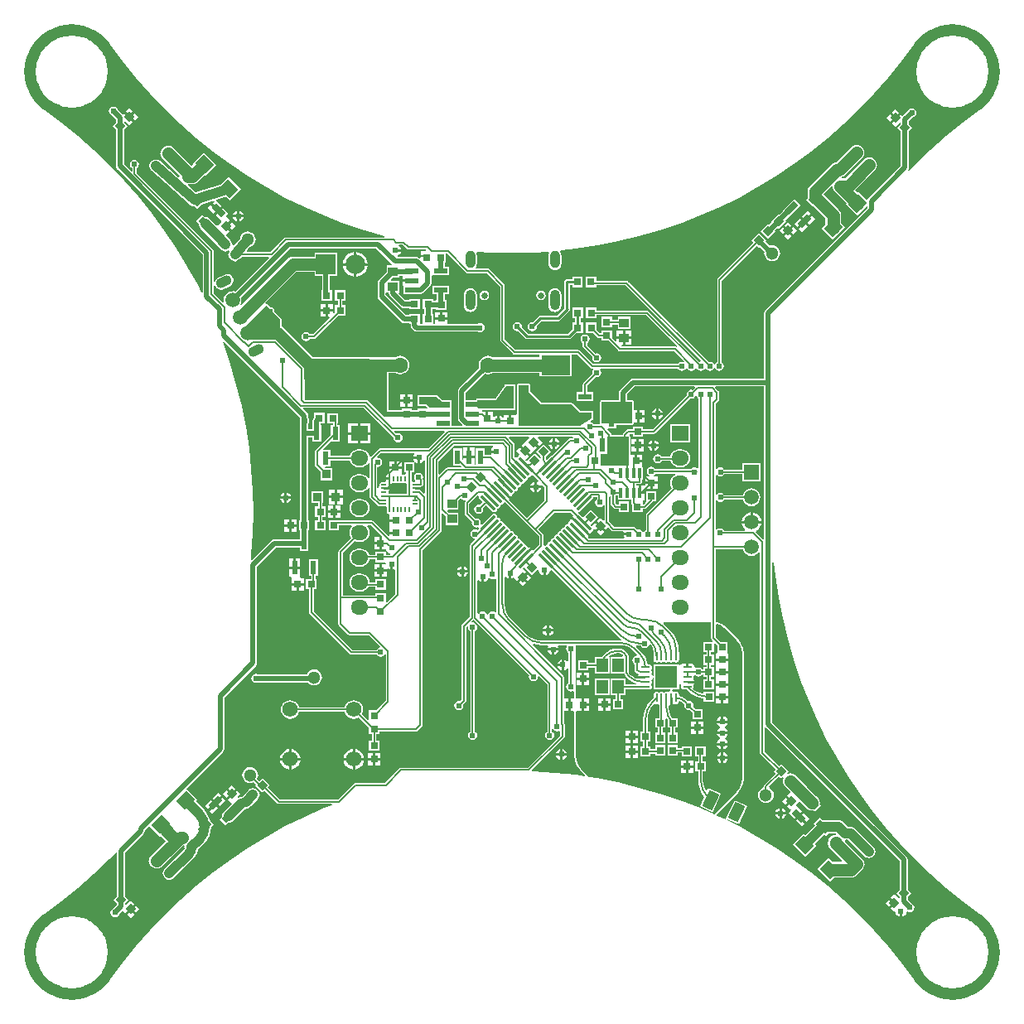
<source format=gtl>
G04 Layer_Physical_Order=1*
G04 Layer_Color=255*
%FSLAX25Y25*%
%MOIN*%
G70*
G01*
G75*
%ADD10C,0.00600*%
%ADD11C,0.04000*%
%ADD12C,0.02000*%
%ADD13C,0.00600*%
%ADD14R,0.03000X0.03000*%
%ADD15R,0.03000X0.03000*%
%ADD16P,0.04243X4X180.0*%
%ADD17R,0.01378X0.03937*%
%ADD18R,0.01378X0.03937*%
%ADD19R,0.02362X0.05512*%
%ADD20R,0.05512X0.02362*%
%ADD21R,0.05512X0.02165*%
G04:AMPARAMS|DCode=22|XSize=11.81mil|YSize=82.68mil|CornerRadius=0mil|HoleSize=0mil|Usage=FLASHONLY|Rotation=315.000|XOffset=0mil|YOffset=0mil|HoleType=Round|Shape=Round|*
%AMOVALD22*
21,1,0.07087,0.01181,0.00000,0.00000,45.0*
1,1,0.01181,-0.02506,-0.02506*
1,1,0.01181,0.02506,0.02506*
%
%ADD22OVALD22*%

G04:AMPARAMS|DCode=23|XSize=11.81mil|YSize=82.68mil|CornerRadius=0mil|HoleSize=0mil|Usage=FLASHONLY|Rotation=45.000|XOffset=0mil|YOffset=0mil|HoleType=Round|Shape=Round|*
%AMOVALD23*
21,1,0.07087,0.01181,0.00000,0.00000,135.0*
1,1,0.01181,0.02506,-0.02506*
1,1,0.01181,-0.02506,0.02506*
%
%ADD23OVALD23*%

%ADD24R,0.02362X0.05709*%
%ADD25O,0.00800X0.02400*%
%ADD26O,0.02400X0.00800*%
G04:AMPARAMS|DCode=27|XSize=59.06mil|YSize=51.18mil|CornerRadius=0mil|HoleSize=0mil|Usage=FLASHONLY|Rotation=225.000|XOffset=0mil|YOffset=0mil|HoleType=Round|Shape=Rectangle|*
%AMROTATEDRECTD27*
4,1,4,0.00278,0.03897,0.03897,0.00278,-0.00278,-0.03897,-0.03897,-0.00278,0.00278,0.03897,0.0*
%
%ADD27ROTATEDRECTD27*%

G04:AMPARAMS|DCode=28|XSize=23.62mil|YSize=55.12mil|CornerRadius=0mil|HoleSize=0mil|Usage=FLASHONLY|Rotation=315.000|XOffset=0mil|YOffset=0mil|HoleType=Round|Shape=Rectangle|*
%AMROTATEDRECTD28*
4,1,4,-0.02784,-0.01114,0.01114,0.02784,0.02784,0.01114,-0.01114,-0.02784,-0.02784,-0.01114,0.0*
%
%ADD28ROTATEDRECTD28*%

%ADD29P,0.04243X4X90.0*%
%ADD30R,0.03543X0.03740*%
%ADD31R,0.03543X0.03740*%
%ADD32R,0.03858X0.03661*%
%ADD33R,0.11811X0.07874*%
G04:AMPARAMS|DCode=34|XSize=23.62mil|YSize=55.12mil|CornerRadius=0mil|HoleSize=0mil|Usage=FLASHONLY|Rotation=225.000|XOffset=0mil|YOffset=0mil|HoleType=Round|Shape=Rectangle|*
%AMROTATEDRECTD34*
4,1,4,-0.01114,0.02784,0.02784,-0.01114,0.01114,-0.02784,-0.02784,0.01114,-0.01114,0.02784,0.0*
%
%ADD34ROTATEDRECTD34*%

G04:AMPARAMS|DCode=35|XSize=59.06mil|YSize=51.18mil|CornerRadius=0mil|HoleSize=0mil|Usage=FLASHONLY|Rotation=315.000|XOffset=0mil|YOffset=0mil|HoleType=Round|Shape=Rectangle|*
%AMROTATEDRECTD35*
4,1,4,-0.03897,0.00278,-0.00278,0.03897,0.03897,-0.00278,0.00278,-0.03897,-0.03897,0.00278,0.0*
%
%ADD35ROTATEDRECTD35*%

G04:AMPARAMS|DCode=36|XSize=44.49mil|YSize=70.87mil|CornerRadius=0mil|HoleSize=0mil|Usage=FLASHONLY|Rotation=335.000|XOffset=0mil|YOffset=0mil|HoleType=Round|Shape=Rectangle|*
%AMROTATEDRECTD36*
4,1,4,-0.03514,-0.02271,-0.00519,0.04151,0.03514,0.02271,0.00519,-0.04151,-0.03514,-0.02271,0.0*
%
%ADD36ROTATEDRECTD36*%

%ADD37R,0.03000X0.02500*%
%ADD38R,0.02500X0.03000*%
%ADD39R,0.04528X0.05512*%
%ADD40R,0.08900X0.08900*%
%ADD41O,0.03937X0.00984*%
%ADD42O,0.00984X0.03937*%
%ADD43C,0.05000*%
%ADD44C,0.01000*%
%ADD45C,0.05906*%
G04:AMPARAMS|DCode=46|XSize=39.37mil|YSize=66mil|CornerRadius=0mil|HoleSize=0mil|Usage=FLASHONLY|Rotation=295.000|XOffset=0mil|YOffset=0mil|HoleType=Round|Shape=Round|*
%AMOVALD46*
21,1,0.02663,0.03937,0.00000,0.00000,25.0*
1,1,0.03937,-0.01207,-0.00563*
1,1,0.03937,0.01207,0.00563*
%
%ADD46OVALD46*%

%ADD47O,0.03937X0.07087*%
%ADD48O,0.03937X0.08268*%
%ADD49C,0.02559*%
%ADD50C,0.03543*%
%ADD51P,0.05011X4X360.0*%
%ADD52C,0.05118*%
%ADD53C,0.06200*%
%ADD54C,0.06299*%
%ADD55R,0.07874X0.07874*%
%ADD56C,0.07874*%
%ADD57P,0.05011X4X270.0*%
%ADD58O,0.07000X0.06000*%
%ADD59R,0.07000X0.06000*%
%ADD60R,0.05906X0.05906*%
%ADD61C,0.02400*%
G36*
X545386Y457667D02*
X545215Y457418D01*
X544189D01*
X543837Y457348D01*
X543540Y457149D01*
X537013Y450622D01*
X536653Y450550D01*
X536259Y450287D01*
X534954Y448982D01*
X534440Y449175D01*
X534364Y449752D01*
X534539Y450180D01*
X536410Y452051D01*
X533440Y455021D01*
X530470Y452051D01*
X532336Y450185D01*
X532498Y449752D01*
X532133Y449426D01*
X532067Y449393D01*
X529940Y451521D01*
X526975Y448556D01*
X526475Y448561D01*
X526135Y448918D01*
X527505Y450288D01*
X525737Y452056D01*
X523970Y453823D01*
X522555Y452409D01*
X523843Y451121D01*
X523659Y450598D01*
X523418Y450550D01*
X523024Y450287D01*
X522761Y449893D01*
X522749Y449832D01*
X522292Y449683D01*
X521918Y449994D01*
Y455000D01*
X521848Y455351D01*
X521649Y455649D01*
X519592Y457705D01*
X519784Y458167D01*
X527660D01*
X527851Y457705D01*
X526055Y455909D01*
X524677Y454530D01*
X526444Y452763D01*
X528212Y450995D01*
X529591Y452374D01*
X531005Y453788D01*
X529237Y455556D01*
X529944Y456263D01*
X531712Y454495D01*
X533126Y455909D01*
X531330Y457705D01*
X531522Y458167D01*
X545124D01*
X545386Y457667D01*
D02*
G37*
G36*
X527412Y476088D02*
X532460Y471040D01*
X545000D01*
X548040Y468000D01*
X553000D01*
Y465500D01*
X548040Y462500D01*
X523500D01*
Y479000D01*
X527412D01*
Y476088D01*
D02*
G37*
G36*
X569100Y470000D02*
Y467900D01*
Y463400D01*
X557100D01*
X556800Y463700D01*
X556900Y472200D01*
X557000Y472300D01*
X569100D01*
Y470000D01*
D02*
G37*
G36*
X481678Y451082D02*
X481328Y450558D01*
X481256Y450200D01*
X483400D01*
Y449700D01*
X483900D01*
Y447556D01*
X484258Y447628D01*
X484986Y448114D01*
X485282Y448557D01*
X485782Y448406D01*
Y435456D01*
X485320Y435265D01*
X484149Y436436D01*
X483851Y436635D01*
X483866Y436862D01*
X481701D01*
Y437862D01*
X484116D01*
X484282Y438048D01*
X484488Y438089D01*
X484786Y438288D01*
X484985Y438586D01*
X485055Y438937D01*
Y440863D01*
X484985Y441214D01*
X484934Y441290D01*
X485035Y441800D01*
X484896Y442502D01*
X484498Y443098D01*
X483902Y443496D01*
X483200Y443635D01*
X482498Y443496D01*
X481902Y443098D01*
X481504Y442502D01*
X481365Y441800D01*
X481504Y441098D01*
X481902Y440502D01*
X481971Y440457D01*
X481819Y439957D01*
X480901D01*
X480877Y439952D01*
X480452Y440377D01*
X480457Y440401D01*
Y442001D01*
X480379Y442391D01*
X480355Y442427D01*
Y443694D01*
X481550D01*
Y447689D01*
X482014Y447980D01*
X482542Y447628D01*
X482900Y447556D01*
Y449200D01*
X481256D01*
X481328Y448842D01*
X481657Y448350D01*
X481360Y447894D01*
X477350D01*
Y443694D01*
X478178D01*
X478274Y443375D01*
X477876Y443018D01*
X477862Y443020D01*
X477472Y442943D01*
X477465Y442938D01*
X477075Y442753D01*
X476732Y442916D01*
X476500Y443300D01*
Y445300D01*
X471500D01*
Y443416D01*
X471017Y443320D01*
X470554Y443010D01*
X470244Y442547D01*
X470136Y442001D01*
Y441701D01*
X471563D01*
Y440701D01*
X470136D01*
Y440435D01*
X470133Y440398D01*
X469714Y439957D01*
X468499D01*
X468109Y439879D01*
X467778Y439658D01*
X467557Y439327D01*
X467480Y438937D01*
X467557Y438547D01*
X467527Y438397D01*
X467490Y438372D01*
X467180Y437908D01*
X467118Y437593D01*
X466618Y437642D01*
Y445815D01*
X466800Y445965D01*
X467502Y446104D01*
X468098Y446502D01*
X468496Y447098D01*
X468635Y447800D01*
X468496Y448502D01*
X468098Y449098D01*
X467502Y449496D01*
X466833Y449629D01*
X466748Y449761D01*
X466604Y450106D01*
X468080Y451582D01*
X481426D01*
X481678Y451082D01*
D02*
G37*
G36*
X473188Y457817D02*
X473165Y457700D01*
X473304Y456998D01*
X473702Y456402D01*
X474298Y456004D01*
X475000Y455865D01*
X475702Y456004D01*
X476298Y456402D01*
X476696Y456998D01*
X476835Y457700D01*
X476696Y458402D01*
X476298Y458998D01*
X475702Y459396D01*
X475000Y459535D01*
X474298Y459396D01*
X474242Y459359D01*
X473480Y460120D01*
X473672Y460582D01*
X493546D01*
X493738Y460120D01*
X487035Y453418D01*
X467700D01*
X467349Y453348D01*
X467051Y453149D01*
X464050Y450148D01*
X463522Y450327D01*
X463507Y450440D01*
X463145Y451315D01*
X462568Y452068D01*
X461816Y452645D01*
X460940Y453007D01*
X460000Y453131D01*
X459000D01*
X458060Y453007D01*
X457185Y452645D01*
X456432Y452068D01*
X455855Y451315D01*
X455493Y450440D01*
X455490Y450418D01*
X447781D01*
Y452856D01*
X445150D01*
X444959Y453318D01*
X447515Y455873D01*
X447960Y456041D01*
Y456041D01*
X447960Y456041D01*
X451522D01*
Y462753D01*
X450658D01*
Y463478D01*
X450800D01*
Y467678D01*
X446600D01*
Y463478D01*
X448823D01*
Y462753D01*
X447960D01*
Y458914D01*
X441851Y452806D01*
X441652Y452508D01*
X441582Y452157D01*
Y446876D01*
X441652Y446525D01*
X441851Y446227D01*
X443878Y444200D01*
Y440656D01*
X448622D01*
Y445596D01*
X445497D01*
X445465Y445644D01*
X445732Y446144D01*
X447781D01*
Y448582D01*
X455490D01*
X455493Y448560D01*
X455855Y447684D01*
X456432Y446932D01*
X457185Y446355D01*
X458060Y445993D01*
X459000Y445869D01*
X460000D01*
X460940Y445993D01*
X461816Y446355D01*
X462568Y446932D01*
X463082Y447603D01*
X463399Y447559D01*
X463582Y447469D01*
Y441531D01*
X463399Y441441D01*
X463082Y441397D01*
X462568Y442068D01*
X461816Y442645D01*
X460940Y443007D01*
X460000Y443131D01*
X459000D01*
X458060Y443007D01*
X457185Y442645D01*
X456432Y442068D01*
X455855Y441316D01*
X455493Y440440D01*
X455369Y439500D01*
X455493Y438560D01*
X455855Y437684D01*
X456432Y436932D01*
X457185Y436355D01*
X458060Y435993D01*
X459000Y435869D01*
X460000D01*
X460940Y435993D01*
X461816Y436355D01*
X462568Y436932D01*
X463082Y437603D01*
X463399Y437559D01*
X463582Y437469D01*
Y434000D01*
X463652Y433649D01*
X463851Y433351D01*
X466788Y430414D01*
X467086Y430215D01*
X467437Y430145D01*
X468073D01*
X468109Y430121D01*
X468499Y430043D01*
X470099D01*
X470123Y430048D01*
X470548Y429623D01*
X470543Y429599D01*
Y427999D01*
X470621Y427609D01*
X470842Y427278D01*
X471173Y427057D01*
X471563Y426980D01*
X471587Y426960D01*
Y425000D01*
X474087D01*
Y424000D01*
X471587D01*
Y422006D01*
X471537D01*
Y420006D01*
X474037D01*
Y419006D01*
X471537D01*
Y418414D01*
X471075Y418222D01*
X465190Y424108D01*
X464892Y424307D01*
X464541Y424376D01*
X451300D01*
Y424600D01*
X447100D01*
Y420400D01*
X451300D01*
Y422541D01*
X456272D01*
X456384Y422212D01*
X456412Y422041D01*
X455855Y421315D01*
X455493Y420440D01*
X455369Y419500D01*
X455493Y418560D01*
X455855Y417685D01*
X456086Y417384D01*
X451251Y412549D01*
X451052Y412251D01*
X450982Y411900D01*
Y393400D01*
Y382900D01*
X451052Y382549D01*
X451251Y382251D01*
X454951Y378551D01*
X455249Y378352D01*
X455600Y378282D01*
X463220D01*
X467798Y373705D01*
X467633Y373162D01*
X467298Y373096D01*
X466702Y372698D01*
X466448Y372318D01*
X456680D01*
X441018Y387980D01*
Y396700D01*
X442200D01*
Y400900D01*
X441858D01*
Y402144D01*
X442722D01*
Y408856D01*
X439159D01*
Y402144D01*
X440023D01*
Y400900D01*
X438000D01*
Y396700D01*
X439182D01*
Y387600D01*
X439252Y387249D01*
X439451Y386951D01*
X455651Y370751D01*
X455949Y370552D01*
X456300Y370482D01*
X466448D01*
X466702Y370102D01*
X467298Y369704D01*
X468000Y369565D01*
X468702Y369704D01*
X469298Y370102D01*
X469582Y370528D01*
X470082Y370377D01*
Y351924D01*
X466209Y348050D01*
X463306D01*
Y344298D01*
X462806Y344091D01*
X460402Y346495D01*
X460432Y346534D01*
X460805Y347434D01*
X460932Y348400D01*
X460805Y349366D01*
X460432Y350266D01*
X459839Y351039D01*
X459066Y351632D01*
X458166Y352005D01*
X457200Y352132D01*
X456234Y352005D01*
X455334Y351632D01*
X454561Y351039D01*
X453968Y350266D01*
X453595Y349366D01*
X453589Y349318D01*
X435221D01*
X435214Y349366D01*
X434841Y350266D01*
X434248Y351039D01*
X433475Y351632D01*
X432575Y352005D01*
X431609Y352132D01*
X430644Y352005D01*
X429743Y351632D01*
X428971Y351039D01*
X428377Y350266D01*
X428005Y349366D01*
X427878Y348400D01*
X428005Y347434D01*
X428377Y346534D01*
X428971Y345761D01*
X429743Y345168D01*
X430644Y344795D01*
X431609Y344668D01*
X432575Y344795D01*
X433475Y345168D01*
X434248Y345761D01*
X434841Y346534D01*
X435214Y347434D01*
X435221Y347482D01*
X453589D01*
X453595Y347434D01*
X453968Y346534D01*
X454561Y345761D01*
X455334Y345168D01*
X456234Y344795D01*
X457200Y344668D01*
X458166Y344795D01*
X459066Y345168D01*
X459105Y345198D01*
X463300Y341002D01*
Y338400D01*
X464482D01*
Y336000D01*
X463300D01*
Y331800D01*
X467500D01*
Y336000D01*
X466318D01*
Y338400D01*
X467500D01*
Y339582D01*
X482100D01*
X482451Y339652D01*
X482749Y339851D01*
X484569Y341671D01*
X484767Y341968D01*
X484837Y342320D01*
Y412448D01*
X492249Y419860D01*
X492448Y420158D01*
X492518Y420509D01*
Y427300D01*
X492980Y427491D01*
X494171Y426300D01*
Y422638D01*
X499229D01*
Y427499D01*
X495567D01*
X494827Y428239D01*
X495019Y428701D01*
X499229D01*
Y432363D01*
X500098Y433232D01*
X500402Y433202D01*
X500998Y432804D01*
X501700Y432665D01*
X501896Y432704D01*
X502142Y432243D01*
X502048Y432149D01*
X501849Y431851D01*
X501779Y431500D01*
Y427303D01*
X501849Y426952D01*
X502048Y426654D01*
X504754Y423948D01*
X504665Y423500D01*
X504804Y422798D01*
X505202Y422202D01*
X505798Y421804D01*
X506500Y421665D01*
X507147Y421793D01*
X507289Y421673D01*
X507477Y421388D01*
X507450Y421347D01*
X507378Y420987D01*
X506933Y420542D01*
X506702Y420696D01*
X506000Y420835D01*
X505298Y420696D01*
X504702Y420298D01*
X504304Y419702D01*
X504165Y419000D01*
X504304Y418298D01*
X504702Y417702D01*
X505298Y417304D01*
X505693Y417226D01*
X505858Y416683D01*
X504151Y414976D01*
X503952Y414679D01*
X503882Y414327D01*
Y385680D01*
X500851Y382649D01*
X500652Y382351D01*
X500582Y382000D01*
Y352380D01*
X499970Y351768D01*
X499851Y351848D01*
X499500Y351918D01*
X499149Y351848D01*
X498973Y351730D01*
X498798Y351696D01*
X498202Y351298D01*
X497804Y350702D01*
X497665Y350000D01*
X497804Y349298D01*
X498202Y348702D01*
X498798Y348304D01*
X499500Y348165D01*
X500202Y348304D01*
X500798Y348702D01*
X501196Y349298D01*
X501335Y350000D01*
X501246Y350448D01*
X502149Y351351D01*
X502348Y351649D01*
X502418Y352000D01*
Y381615D01*
X502794Y381919D01*
X503204Y381700D01*
X503165Y381500D01*
X503304Y380798D01*
X503702Y380202D01*
X504082Y379948D01*
Y339552D01*
X503702Y339298D01*
X503304Y338702D01*
X503165Y338000D01*
X503304Y337298D01*
X503702Y336702D01*
X504298Y336304D01*
X505000Y336165D01*
X505702Y336304D01*
X506298Y336702D01*
X506696Y337298D01*
X506835Y338000D01*
X506696Y338702D01*
X506298Y339298D01*
X505918Y339552D01*
Y379948D01*
X506298Y380202D01*
X506696Y380798D01*
X506835Y381500D01*
X506696Y382202D01*
X506298Y382798D01*
X505702Y383196D01*
X505527Y383230D01*
X505351Y383348D01*
X505000Y383418D01*
X504903Y383398D01*
X504657Y383859D01*
X505267Y384470D01*
X505351Y384461D01*
X527754Y362059D01*
X527665Y361610D01*
X527804Y360908D01*
X528202Y360313D01*
X528798Y359915D01*
X529500Y359775D01*
X530202Y359915D01*
X530798Y360313D01*
X531196Y360908D01*
X531335Y361610D01*
X531323Y361672D01*
X531784Y361918D01*
X535082Y358620D01*
Y339552D01*
X534702Y339298D01*
X534304Y338702D01*
X534165Y338000D01*
X534304Y337298D01*
X534702Y336702D01*
X535298Y336304D01*
X536000Y336165D01*
X536702Y336304D01*
X537298Y336702D01*
X537696Y337298D01*
X537835Y338000D01*
X537696Y338702D01*
X537298Y339298D01*
X536918Y339552D01*
Y340477D01*
X537418Y340628D01*
X537702Y340202D01*
X538298Y339804D01*
X539000Y339665D01*
X539682Y339801D01*
X539771Y339809D01*
X540182Y339546D01*
Y337980D01*
X527197Y324994D01*
X476272D01*
X475921Y324924D01*
X475623Y324725D01*
X469756Y318858D01*
X457714D01*
X457363Y318788D01*
X457065Y318589D01*
X450694Y312218D01*
X427469D01*
X422583Y317104D01*
X423419Y317940D01*
X420449Y320910D01*
X419169Y319629D01*
X418298Y320500D01*
X418578Y321175D01*
X418686Y322000D01*
X418578Y322825D01*
X418259Y323593D01*
X417753Y324253D01*
X417093Y324759D01*
X416325Y325078D01*
X415500Y325186D01*
X414675Y325078D01*
X413907Y324759D01*
X413247Y324253D01*
X412741Y323593D01*
X412422Y322825D01*
X412314Y322000D01*
X412422Y321175D01*
X412741Y320407D01*
X413247Y319747D01*
X413907Y319241D01*
X414675Y318922D01*
X415500Y318814D01*
X416325Y318922D01*
X417000Y319202D01*
X417871Y318332D01*
X417479Y317940D01*
X420449Y314970D01*
X421285Y315806D01*
X426440Y310651D01*
X426738Y310452D01*
X427089Y310382D01*
X448263D01*
X448355Y309891D01*
X445287Y308698D01*
X437399Y305227D01*
X429670Y301415D01*
X422114Y297270D01*
X414747Y292800D01*
X407581Y288012D01*
X400631Y282916D01*
X393910Y277522D01*
X387431Y271840D01*
X381206Y265880D01*
X375247Y259655D01*
X369565Y253176D01*
X364170Y246455D01*
X359272Y239774D01*
X359268Y239777D01*
X358824Y239113D01*
X357181Y237239D01*
X355308Y235596D01*
X353236Y234211D01*
X351000Y233109D01*
X348641Y232308D01*
X346197Y231822D01*
X343710Y231659D01*
X341223Y231822D01*
X338779Y232308D01*
X336420Y233109D01*
X334185Y234211D01*
X332113Y235596D01*
X330239Y237239D01*
X328596Y239113D01*
X327211Y241185D01*
X326109Y243420D01*
X325308Y245779D01*
X324822Y248223D01*
X324659Y250710D01*
X324822Y253197D01*
X325308Y255641D01*
X326109Y258000D01*
X327211Y260236D01*
X328596Y262308D01*
X330239Y264181D01*
X332113Y265824D01*
X332777Y266268D01*
X332774Y266272D01*
X339455Y271170D01*
X346176Y276565D01*
X352655Y282247D01*
X358880Y288206D01*
X361465Y290905D01*
X361929Y290719D01*
Y273288D01*
X360590Y271949D01*
X361929Y270611D01*
Y269836D01*
X360511Y268418D01*
X360398Y268396D01*
X359802Y267998D01*
X359404Y267402D01*
X359265Y266700D01*
X359404Y265998D01*
X359802Y265402D01*
X360398Y265004D01*
X361100Y264865D01*
X361802Y265004D01*
X362398Y265402D01*
X362796Y265998D01*
X362818Y266111D01*
X364336Y267629D01*
X365288Y266677D01*
X367056Y268444D01*
X368823Y270212D01*
X367409Y271626D01*
X365653Y269870D01*
X365191Y270062D01*
Y270611D01*
X366530Y271949D01*
X365191Y273288D01*
Y290896D01*
X372628Y298333D01*
X372982Y298862D01*
X373106Y299487D01*
Y299873D01*
X374872Y301640D01*
X379222Y297290D01*
X379523Y297592D01*
X381560Y295555D01*
X375752Y289748D01*
X375255Y289100D01*
X374943Y288346D01*
X374871Y287798D01*
X374609Y287537D01*
X374871Y287275D01*
X374943Y286727D01*
X375255Y285973D01*
X375752Y285326D01*
X376400Y284829D01*
X377154Y284517D01*
X377702Y284444D01*
X377963Y284183D01*
X378225Y284444D01*
X378773Y284517D01*
X379527Y284829D01*
X380174Y285326D01*
X388553Y293705D01*
X389039Y293505D01*
X389054Y293467D01*
X389055Y293207D01*
X388939Y293091D01*
X389227Y292804D01*
X389187Y292605D01*
X388912Y292193D01*
X388560Y291837D01*
X381112Y284388D01*
X380695Y283845D01*
X380433Y283213D01*
X380344Y282534D01*
X380433Y281855D01*
X380695Y281223D01*
X381112Y280680D01*
X381655Y280263D01*
X382287Y280001D01*
X382966Y279912D01*
X383645Y280001D01*
X384277Y280263D01*
X384820Y280680D01*
X392269Y288128D01*
X392629Y288476D01*
X392629Y288476D01*
X393441Y289465D01*
X394044Y290593D01*
X394415Y291817D01*
X394423Y291896D01*
X396646Y294119D01*
X397015Y294457D01*
X397015Y294457D01*
X398173Y295867D01*
X399033Y297476D01*
X399562Y299222D01*
X399741Y301037D01*
X399746D01*
X399734Y301157D01*
X400729Y302151D01*
X399429Y303451D01*
X398956Y305009D01*
X397997Y306804D01*
X396706Y308377D01*
X396687Y308357D01*
X393488Y311556D01*
X394145Y312214D01*
X389796Y316564D01*
X404536Y331303D01*
X404890Y331833D01*
X405014Y332457D01*
Y353133D01*
X417802Y365921D01*
X418156Y366451D01*
X418280Y367075D01*
Y405942D01*
X426007Y413669D01*
X435420D01*
Y412042D01*
X438982D01*
Y418753D01*
X438831D01*
Y420400D01*
X439300D01*
Y424600D01*
X438831D01*
Y457766D01*
X440479D01*
Y456041D01*
X444041D01*
Y462753D01*
X443892D01*
Y463484D01*
X445350D01*
Y467684D01*
X441150D01*
Y465791D01*
X441107Y465748D01*
X440753Y465219D01*
X440629Y464594D01*
Y462753D01*
X440479D01*
Y461029D01*
X438831D01*
Y463502D01*
X439096Y463898D01*
X439235Y464600D01*
X439096Y465302D01*
X438831Y465698D01*
Y466567D01*
X438707Y467191D01*
X438353Y467720D01*
X436803Y469270D01*
X436995Y469732D01*
X461273D01*
X473188Y457817D01*
D02*
G37*
G36*
X513484Y454067D02*
X512914Y453686D01*
X512428Y452958D01*
X512356Y452600D01*
X514500D01*
Y451600D01*
X512356D01*
X512416Y451299D01*
X512381Y451180D01*
X512110Y450818D01*
X509881D01*
Y453354D01*
X506319D01*
Y446918D01*
X505681D01*
Y449400D01*
X503500D01*
X501319D01*
Y449159D01*
X500819Y448902D01*
X500681Y449001D01*
Y453354D01*
X497119D01*
Y446446D01*
X500227D01*
X500406Y446218D01*
X500167Y445718D01*
X494889D01*
X494538Y445648D01*
X494240Y445449D01*
X491780Y442988D01*
X491318Y443180D01*
Y448317D01*
X497568Y454567D01*
X513333D01*
X513484Y454067D01*
D02*
G37*
G36*
X463500Y484500D02*
X470600Y484500D01*
Y466300D01*
X469300D01*
X462754Y472750D01*
X437500D01*
X437037Y489500D01*
X463500D01*
Y484500D01*
D02*
G37*
G36*
X594409Y477907D02*
X593448Y476946D01*
X593000Y477035D01*
X592298Y476896D01*
X591702Y476498D01*
X591304Y475902D01*
X591165Y475200D01*
X591254Y474752D01*
X577620Y461118D01*
X573600D01*
Y462300D01*
X569400D01*
Y461118D01*
X567600D01*
X567249Y461048D01*
X566951Y460849D01*
X565652Y459549D01*
X565452Y459251D01*
X565383Y458900D01*
Y458849D01*
X560918D01*
Y459000D01*
X560848Y459351D01*
X560649Y459649D01*
X559256Y461042D01*
X559463Y461542D01*
X562782D01*
Y462751D01*
X569100D01*
X569559Y462941D01*
X569749Y463400D01*
Y463994D01*
X571300D01*
Y466494D01*
Y468994D01*
X569749D01*
Y472300D01*
X569559Y472759D01*
X569100Y472949D01*
X567031D01*
Y475125D01*
X570275Y478369D01*
X594218D01*
X594409Y477907D01*
D02*
G37*
G36*
X427500Y505500D02*
Y499500D01*
X425500Y497500D01*
X416000D01*
X414000Y503000D01*
X422000Y511000D01*
X427500Y505500D01*
D02*
G37*
G36*
X472546Y527646D02*
X472673Y527562D01*
X472521Y527062D01*
X470433D01*
Y524409D01*
X467209Y521185D01*
X466855Y520656D01*
X466731Y520031D01*
Y514500D01*
X466855Y513876D01*
X467209Y513346D01*
X476209Y504347D01*
X476738Y503993D01*
X477362Y503869D01*
X479562D01*
Y503400D01*
X480031D01*
Y502838D01*
X480155Y502213D01*
X480509Y501684D01*
X481347Y500846D01*
X481876Y500493D01*
X482500Y500369D01*
X507202D01*
X507298Y500304D01*
X508000Y500165D01*
X508702Y500304D01*
X509298Y500702D01*
X509696Y501298D01*
X509835Y502000D01*
X509696Y502702D01*
X509298Y503298D01*
X508702Y503696D01*
X508000Y503835D01*
X507298Y503696D01*
X507202Y503631D01*
X494856D01*
Y505250D01*
X492356D01*
X489856D01*
Y503631D01*
X489212D01*
Y507594D01*
X488743D01*
Y509394D01*
X489212D01*
Y509569D01*
X490262D01*
Y509100D01*
X494462D01*
Y513300D01*
X493899D01*
Y515577D01*
X495624D01*
Y518942D01*
X488912D01*
Y515577D01*
X490636D01*
Y513300D01*
X490262D01*
Y512831D01*
X489212D01*
Y513594D01*
X485012D01*
Y509394D01*
X485481D01*
Y507594D01*
X485012D01*
Y503631D01*
X483762D01*
Y507600D01*
X479562D01*
Y507131D01*
X478038D01*
X469993Y515176D01*
Y515992D01*
X470433Y516138D01*
Y516138D01*
X471331D01*
Y515831D01*
X471455Y515206D01*
X471809Y514677D01*
X476139Y510347D01*
X476669Y509993D01*
X477293Y509869D01*
X479562D01*
Y509400D01*
X483762D01*
Y513600D01*
X479562D01*
Y513131D01*
X477969D01*
X475336Y515764D01*
X475491Y516138D01*
X475491D01*
Y520999D01*
X472290D01*
X472099Y521461D01*
X472839Y522201D01*
X475491D01*
Y523000D01*
X476701D01*
Y521500D01*
X480457D01*
Y520500D01*
X476701D01*
Y518917D01*
X477101D01*
Y515577D01*
X483813D01*
Y515628D01*
X484122D01*
X484746Y515753D01*
X485276Y516106D01*
X487953Y518784D01*
X488306Y519313D01*
X488431Y519937D01*
Y523012D01*
X488912Y523058D01*
Y523058D01*
X495624D01*
Y526423D01*
X493899D01*
Y528200D01*
X494162D01*
Y531782D01*
X494773D01*
X502277Y524278D01*
X502575Y524079D01*
X502926Y524009D01*
X510693D01*
X516082Y518620D01*
Y497000D01*
X516152Y496649D01*
X516351Y496351D01*
X521251Y491451D01*
X521549Y491252D01*
X521900Y491182D01*
X531994D01*
Y490127D01*
X513301D01*
X513107Y490275D01*
X512195Y490653D01*
X511216Y490782D01*
X510238Y490653D01*
X509326Y490275D01*
X508542Y489674D01*
X507941Y488891D01*
X507563Y487979D01*
X507435Y487000D01*
X507563Y486021D01*
X507671Y485761D01*
X499490Y477581D01*
X499137Y477052D01*
X499013Y476428D01*
Y465555D01*
X499137Y464930D01*
X499490Y464401D01*
X501012Y462880D01*
X500821Y462418D01*
X496545D01*
Y465242D01*
X496545D01*
Y465617D01*
X496545D01*
Y468857D01*
X496545Y468983D01*
Y469357D01*
X496545Y469483D01*
Y469748D01*
X496649Y470000D01*
Y472000D01*
X496545Y472252D01*
Y472723D01*
X492804D01*
X492795Y472732D01*
X492688Y472990D01*
X490959Y474719D01*
X490500Y474909D01*
X483500D01*
X483358Y474850D01*
X482906D01*
Y474394D01*
X482851Y474260D01*
Y471040D01*
X482906Y470905D01*
Y470650D01*
X483012D01*
X483041Y470581D01*
X483500Y470391D01*
X486218D01*
X486709Y469900D01*
X486502Y469400D01*
X482900D01*
Y468931D01*
X480600D01*
Y469400D01*
X476400D01*
Y468931D01*
X471249D01*
Y483873D01*
X473699D01*
X473892Y483725D01*
X474805Y483347D01*
X475783Y483218D01*
X476762Y483347D01*
X477674Y483725D01*
X478458Y484326D01*
X479059Y485109D01*
X479436Y486021D01*
X479565Y487000D01*
X479436Y487979D01*
X479059Y488891D01*
X478458Y489674D01*
X477674Y490275D01*
X476762Y490653D01*
X475783Y490782D01*
X474805Y490653D01*
X473892Y490275D01*
X473699Y490127D01*
X463555D01*
X463500Y490149D01*
X440772D01*
X428711Y502211D01*
X428149Y502642D01*
Y505500D01*
X427959Y505959D01*
X425315Y508604D01*
X425196Y509202D01*
X424798Y509798D01*
X424202Y510196D01*
X423604Y510315D01*
X422459Y511459D01*
X422000Y511649D01*
X421959Y511632D01*
X421676Y512056D01*
X433993Y524373D01*
X441463D01*
Y522963D01*
X444369D01*
Y517100D01*
X444200D01*
Y512900D01*
X448400D01*
Y517100D01*
X447631D01*
Y522963D01*
X450537D01*
Y532037D01*
X441463D01*
Y530627D01*
X432697D01*
X431888Y530520D01*
X431134Y530208D01*
X430487Y529711D01*
X430487Y529711D01*
X411881Y511106D01*
X411473Y511405D01*
X411739Y511916D01*
X411942Y512829D01*
X411901Y513764D01*
X411757Y514220D01*
X431406Y533869D01*
X466324D01*
X472546Y527646D01*
D02*
G37*
G36*
X521500Y469500D02*
X507500D01*
X507000Y470000D01*
Y473000D01*
X514500D01*
X515000Y473500D01*
X518500Y478500D01*
X521500D01*
Y469500D01*
D02*
G37*
G36*
X492229Y472530D02*
Y472000D01*
X496000D01*
Y470000D01*
X487528D01*
X486487Y471040D01*
X483500D01*
Y474260D01*
X490500D01*
X492229Y472530D01*
D02*
G37*
G36*
X595153Y474351D02*
X595452Y473902D01*
X595832Y473648D01*
Y445628D01*
X595332Y445408D01*
X594902Y445696D01*
X594200Y445835D01*
X593498Y445696D01*
X592902Y445298D01*
X592782Y445118D01*
X578452D01*
X578198Y445498D01*
X577602Y445896D01*
X576900Y446035D01*
X576198Y445896D01*
X575602Y445498D01*
X575204Y444902D01*
X575065Y444200D01*
X575204Y443498D01*
X575602Y442902D01*
X576055Y442600D01*
X575903Y442100D01*
X574400D01*
Y440100D01*
X576900D01*
X579400D01*
Y442100D01*
X577897D01*
X577745Y442600D01*
X578198Y442902D01*
X578452Y443282D01*
X586418D01*
X586517Y442782D01*
X586185Y442645D01*
X585432Y442068D01*
X584855Y441316D01*
X584493Y440440D01*
X584369Y439500D01*
X584493Y438560D01*
X584855Y437684D01*
X585086Y437384D01*
X574951Y427249D01*
X574752Y426951D01*
X574682Y426600D01*
Y420552D01*
X574302Y420298D01*
X573905Y419703D01*
X573900Y419702D01*
X573400D01*
X573395Y419703D01*
X572998Y420298D01*
X572402Y420696D01*
X571700Y420835D01*
X571252Y420746D01*
X570349Y421649D01*
X570051Y421848D01*
X569700Y421918D01*
X562014D01*
X559918Y424014D01*
Y433898D01*
X560418Y434180D01*
X560582Y434080D01*
Y431100D01*
X560652Y430749D01*
X560851Y430451D01*
X561945Y429357D01*
X562242Y429159D01*
X562594Y429089D01*
X563750D01*
Y427906D01*
X567950D01*
Y432106D01*
X563750D01*
Y430924D01*
X562974D01*
X562418Y431480D01*
Y434448D01*
X562686Y434628D01*
X563372D01*
Y432977D01*
X568862D01*
Y431521D01*
X568932Y431169D01*
X569131Y430872D01*
X569200Y430802D01*
Y427900D01*
X573400D01*
Y429082D01*
X574300D01*
X574651Y429152D01*
X574949Y429351D01*
X577542Y431945D01*
X577613Y432050D01*
X578994D01*
Y436250D01*
X574794D01*
Y432050D01*
X574794Y432050D01*
X574794D01*
X574618Y431616D01*
X573920Y430918D01*
X573400D01*
Y432100D01*
X573400D01*
X573456Y432577D01*
X574028D01*
Y435045D01*
X572339D01*
Y435545D01*
X571839D01*
Y438514D01*
X570697D01*
Y439025D01*
X572243D01*
X572594Y439095D01*
X572892Y439294D01*
X572987Y439390D01*
X573186Y439687D01*
X573256Y440039D01*
Y440861D01*
X573628D01*
Y445997D01*
X573200D01*
Y447987D01*
X570700D01*
Y448487D01*
X570200D01*
Y450987D01*
X568449D01*
Y458200D01*
X568259Y458659D01*
X568305Y459178D01*
X568386Y459282D01*
X569400D01*
Y458100D01*
X573600D01*
Y459282D01*
X578000D01*
X578351Y459352D01*
X578649Y459551D01*
X592552Y473454D01*
X593000Y473365D01*
X593702Y473504D01*
X594298Y473902D01*
X594597Y474351D01*
X594653Y474368D01*
X595097D01*
X595153Y474351D01*
D02*
G37*
G36*
X567800Y447000D02*
Y446500D01*
X556600D01*
Y450700D01*
Y451200D01*
X559300D01*
Y458000D01*
Y458100D01*
Y458200D01*
X567800D01*
Y447000D01*
D02*
G37*
G36*
X604695Y382362D02*
X606332Y381267D01*
X607029Y380571D01*
X607029Y380571D01*
X609800Y377800D01*
X610571Y377029D01*
X611268Y376332D01*
X612362Y374695D01*
X613116Y372875D01*
X613500Y370943D01*
Y369958D01*
Y358200D01*
Y321642D01*
Y320657D01*
X613116Y318725D01*
X612362Y316905D01*
X611268Y315267D01*
X610571Y314571D01*
X610571D01*
X610571Y314571D01*
X604400Y308400D01*
X603114Y307114D01*
X602953Y306936D01*
X602688Y306539D01*
X602676Y306511D01*
X602067Y306253D01*
X601602Y306454D01*
X601553Y306585D01*
X601465Y306970D01*
X601493Y307031D01*
X601694Y307463D01*
X601694Y307463D01*
X601695Y307464D01*
X604994Y314541D01*
X599875Y316928D01*
X599312Y315721D01*
X598812Y315707D01*
X598348Y316575D01*
X597831Y318281D01*
X597660Y320016D01*
X597668Y320055D01*
Y323394D01*
X598850D01*
Y327594D01*
X597568D01*
Y329420D01*
X598750D01*
Y333620D01*
X594550D01*
Y329420D01*
X595732D01*
Y327594D01*
X594650D01*
Y323394D01*
X595832D01*
Y320055D01*
X595816D01*
X595951Y318344D01*
X596351Y316676D01*
X597008Y315091D01*
X597904Y313628D01*
X598184Y313301D01*
X596373Y309418D01*
X601040Y307242D01*
X601040Y307241D01*
X601042Y307240D01*
X601094Y307216D01*
X601394Y306937D01*
X601364Y306872D01*
X600979Y306711D01*
X596464Y308698D01*
X588432Y311821D01*
X580271Y314591D01*
X571998Y317003D01*
X563627Y319051D01*
X555175Y320732D01*
X551975Y321225D01*
X548632Y324568D01*
X547538Y326205D01*
X546784Y328025D01*
X546400Y329957D01*
Y330942D01*
Y347673D01*
X546850Y347794D01*
X546900Y347794D01*
X548850D01*
Y350294D01*
Y352794D01*
X546900D01*
X546850Y352794D01*
X546400Y352914D01*
Y363200D01*
Y374282D01*
X564506D01*
X564515Y374284D01*
X565926Y374145D01*
X567291Y373731D01*
X568550Y373058D01*
X569646Y372159D01*
X569651Y372151D01*
X571296Y370506D01*
X571152Y370161D01*
X571067Y370029D01*
X570398Y369896D01*
X569802Y369498D01*
X569404Y368902D01*
X569265Y368200D01*
X569404Y367498D01*
X569802Y366902D01*
X570182Y366648D01*
Y364583D01*
X570169D01*
X570292Y363965D01*
X570642Y363442D01*
X570644Y363444D01*
X571309Y362934D01*
X571571Y362825D01*
X571753Y362209D01*
X571644Y362045D01*
X571628Y361963D01*
X574526D01*
Y360963D01*
X571289D01*
X571144Y360832D01*
X570625Y360989D01*
X569304Y361696D01*
X568526Y362334D01*
X568161Y362661D01*
X567994Y362912D01*
X567935Y363207D01*
X567918D01*
Y368586D01*
X567937D01*
X567789Y369712D01*
X567354Y370761D01*
X566663Y371663D01*
X565762Y372354D01*
X564712Y372789D01*
X563816Y372907D01*
X563586Y372937D01*
X563328Y372937D01*
D01*
X563095Y372914D01*
X561813Y372788D01*
X560357Y372346D01*
X559014Y371629D01*
X557837Y370663D01*
X557831Y370669D01*
X556976Y369554D01*
X556960Y369517D01*
X554337D01*
Y367079D01*
X551600D01*
Y368232D01*
X547400D01*
Y364032D01*
X551600D01*
Y365244D01*
X554337D01*
Y362806D01*
X560065D01*
Y369517D01*
X560065D01*
X559904Y369966D01*
X560047Y370083D01*
X561068Y370629D01*
X562176Y370965D01*
X563328Y371078D01*
X563328Y371078D01*
Y371078D01*
X563818Y371052D01*
X564547Y370907D01*
X565329Y370385D01*
X565351Y370351D01*
X565385Y370328D01*
X565593Y370017D01*
X565326Y369517D01*
X560636D01*
Y362806D01*
X566130D01*
X566167Y362526D01*
X566430Y361892D01*
X566848Y361348D01*
X566831Y361331D01*
X568271Y360150D01*
X569913Y359272D01*
X570995Y358944D01*
X570921Y358444D01*
X566364D01*
Y360856D01*
X560636D01*
Y354144D01*
X562582D01*
Y352600D01*
X561400D01*
Y348400D01*
X565600D01*
Y352600D01*
X564418D01*
Y354144D01*
X566364D01*
Y356608D01*
X572457D01*
X572623Y356497D01*
X573050Y356413D01*
X576002D01*
X576429Y356497D01*
X576790Y356739D01*
X577031Y357100D01*
X577116Y357526D01*
X577031Y357952D01*
X576790Y358313D01*
Y358707D01*
X577031Y359068D01*
X577116Y359494D01*
X577031Y359921D01*
X576996Y359974D01*
X577078Y360387D01*
X577408Y360881D01*
X577450Y361092D01*
X577950Y361043D01*
Y356450D01*
X584512D01*
X584561Y355950D01*
X584349Y355908D01*
X583856Y355578D01*
X583442Y355496D01*
X583389Y355531D01*
X582963Y355616D01*
X582537Y355531D01*
X582176Y355290D01*
X581782D01*
X581421Y355531D01*
X580995Y355616D01*
X580568Y355531D01*
X580207Y355290D01*
X579813D01*
X579452Y355531D01*
X579026Y355616D01*
X578600Y355531D01*
X578239Y355290D01*
X577997Y354928D01*
X577913Y354502D01*
Y353210D01*
X576780Y352078D01*
X576769Y352089D01*
X575654Y350784D01*
X574758Y349322D01*
X574101Y347737D01*
X573701Y346068D01*
X573566Y344358D01*
X573582D01*
Y339600D01*
X572400D01*
Y335400D01*
X573582D01*
Y333600D01*
X572400D01*
Y329400D01*
X576600D01*
Y330582D01*
X578650D01*
Y329900D01*
X582350D01*
Y334100D01*
X578650D01*
Y332418D01*
X576600D01*
Y333600D01*
X575418D01*
Y335400D01*
X576600D01*
Y339600D01*
X575418D01*
Y344358D01*
X575410Y344396D01*
X575581Y346132D01*
X576098Y347838D01*
X576939Y349410D01*
X577822Y350486D01*
X578239Y350762D01*
X578600Y350521D01*
X579026Y350436D01*
X579452Y350521D01*
X579577Y350604D01*
X580077Y350337D01*
Y344850D01*
X578400D01*
Y341150D01*
X579582D01*
Y339100D01*
X578650D01*
Y334900D01*
X582350D01*
Y339100D01*
X581418D01*
Y341150D01*
X582600D01*
Y344664D01*
X583100Y344790D01*
X583400Y344228D01*
Y341150D01*
X584582D01*
Y339100D01*
X583650D01*
Y334900D01*
X587350D01*
Y339100D01*
X586418D01*
Y341150D01*
X587600D01*
Y344850D01*
X585165D01*
X584466Y346159D01*
X584025Y347613D01*
X583877Y349108D01*
X583881Y349125D01*
Y349927D01*
X584273Y350137D01*
X584381Y350138D01*
X584432Y350128D01*
Y353026D01*
X585431D01*
Y350128D01*
X585514Y350144D01*
X586007Y350474D01*
X586421Y350556D01*
X586474Y350521D01*
X586900Y350436D01*
X587326Y350521D01*
X587687Y350762D01*
X587929Y351123D01*
X587988Y351419D01*
X588440Y351772D01*
X588946Y351563D01*
X589787Y350917D01*
X589792Y350911D01*
X590254Y350448D01*
X590165Y350000D01*
X590304Y349298D01*
X590702Y348702D01*
X591298Y348304D01*
X592000Y348165D01*
X592448Y348254D01*
X593400Y347302D01*
Y344400D01*
X597600D01*
Y348600D01*
X594698D01*
X593746Y349552D01*
X593835Y350000D01*
X593696Y350702D01*
X593298Y351298D01*
X592702Y351696D01*
X592000Y351835D01*
X591552Y351746D01*
X591089Y352208D01*
X591097Y352216D01*
X590198Y352954D01*
X589172Y353503D01*
X588058Y353840D01*
X588014Y353845D01*
Y354502D01*
X587929Y354928D01*
X587687Y355290D01*
X587326Y355531D01*
X586900Y355616D01*
X586474Y355531D01*
X586421Y355496D01*
X586007Y355578D01*
X585514Y355908D01*
X585302Y355950D01*
X585351Y356450D01*
X588050D01*
Y358526D01*
X588134Y358588D01*
X588814Y358470D01*
X588848Y358419D01*
X588930Y358005D01*
X588895Y357952D01*
X588810Y357526D01*
X588895Y357100D01*
X589136Y356739D01*
X589498Y356497D01*
X589924Y356413D01*
X591216D01*
X591848Y355780D01*
X591837Y355769D01*
X593142Y354654D01*
X594604Y353758D01*
X596189Y353101D01*
X597858Y352701D01*
X597940Y352694D01*
Y351400D01*
X602141D01*
Y355600D01*
X597940D01*
Y355058D01*
X597440Y354688D01*
X596088Y355098D01*
X594516Y355939D01*
X593659Y356642D01*
X593664Y356739D01*
X593905Y357100D01*
X593990Y357526D01*
X593905Y357952D01*
X593870Y358005D01*
X593952Y358419D01*
X594282Y358912D01*
X594298Y358995D01*
X591400D01*
Y359995D01*
X594298D01*
X594282Y360077D01*
X593952Y360570D01*
X593870Y360984D01*
X593905Y361037D01*
X593990Y361463D01*
X593946Y361685D01*
X594214Y362137D01*
X594297Y362203D01*
X594495Y362213D01*
X594502Y362202D01*
X595098Y361804D01*
X595800Y361665D01*
X596502Y361804D01*
X597098Y362202D01*
X597352Y362582D01*
X597891D01*
Y361406D01*
X599073D01*
Y360606D01*
X597891D01*
Y356406D01*
X602091D01*
Y360606D01*
X600908D01*
Y361406D01*
X602091D01*
Y365606D01*
X600908D01*
Y366343D01*
X602091D01*
Y370543D01*
X600908D01*
Y371400D01*
X602100D01*
Y374893D01*
X602562Y375084D01*
X603350Y374296D01*
Y371437D01*
X603350Y371394D01*
X603245Y370937D01*
X602941D01*
Y368937D01*
X605441D01*
X607940D01*
Y370937D01*
X607655D01*
X607550Y371394D01*
X607550Y371437D01*
Y375594D01*
X604648D01*
X602818Y377424D01*
Y382598D01*
X603318Y382932D01*
X604695Y382362D01*
D02*
G37*
G36*
X509600Y399656D02*
X509958Y399728D01*
X510686Y400214D01*
X511172Y400942D01*
X511227Y401214D01*
X511459Y401306D01*
X511765Y401360D01*
X512298Y401004D01*
X513000Y400865D01*
X513702Y401004D01*
X514082Y401258D01*
X514582Y400997D01*
Y387703D01*
X514082Y387442D01*
X513702Y387696D01*
X513000Y387835D01*
X512298Y387696D01*
X511702Y387298D01*
X511304Y386702D01*
X511255Y386453D01*
X510745D01*
X510696Y386702D01*
X510298Y387298D01*
X509702Y387696D01*
X509000Y387835D01*
X508298Y387696D01*
X507702Y387298D01*
X507418Y386872D01*
X506918Y387023D01*
Y400206D01*
X507418Y400358D01*
X507514Y400214D01*
X508242Y399728D01*
X508600Y399656D01*
Y401800D01*
X509600D01*
Y399656D01*
D02*
G37*
G36*
X525979Y405440D02*
X528949Y402470D01*
X531216Y404737D01*
X531483Y404595D01*
X531662Y404476D01*
X531828Y403642D01*
X532314Y402914D01*
X533042Y402428D01*
X533400Y402356D01*
Y404500D01*
X534400D01*
Y402356D01*
X534758Y402428D01*
X535486Y402914D01*
X535972Y403642D01*
X536093Y404246D01*
X536567Y404512D01*
X536617Y404514D01*
X536942Y404449D01*
X564111Y377280D01*
X564100Y377269D01*
X564870Y376611D01*
X564665Y376128D01*
X564506Y376144D01*
Y376118D01*
X532856D01*
X532817Y376110D01*
X531082Y376281D01*
X529376Y376798D01*
X527804Y377639D01*
X526455Y378745D01*
X526434Y378778D01*
X520366Y384846D01*
X520343Y384861D01*
X519320Y386108D01*
X518547Y387554D01*
X518071Y389124D01*
X517912Y390729D01*
X517918Y390756D01*
Y401531D01*
X518418Y401683D01*
X518464Y401614D01*
X519192Y401128D01*
X519550Y401056D01*
Y403200D01*
X520550D01*
Y401056D01*
X520908Y401128D01*
X521574Y401572D01*
X522969Y400177D01*
X524737Y401944D01*
X526505Y403712D01*
X525123Y405095D01*
X525487Y405459D01*
X525979Y405440D01*
D02*
G37*
G36*
X613739Y412873D02*
X614097Y412008D01*
X614666Y411266D01*
X615408Y410697D01*
X616272Y410339D01*
X617200Y410217D01*
X618127Y410339D01*
X618992Y410697D01*
X619734Y411266D01*
X620082Y411720D01*
X620582Y411551D01*
Y331009D01*
X620652Y330658D01*
X620851Y330360D01*
X626926Y324285D01*
X626090Y323449D01*
X626926Y322613D01*
X622351Y318038D01*
X622152Y317740D01*
X622082Y317389D01*
Y317039D01*
X621407Y316759D01*
X620747Y316253D01*
X620241Y315593D01*
X619922Y314825D01*
X619814Y314000D01*
X619922Y313175D01*
X620241Y312407D01*
X620747Y311747D01*
X621407Y311241D01*
X622175Y310922D01*
X623000Y310814D01*
X623825Y310922D01*
X624593Y311241D01*
X625253Y311747D01*
X625759Y312407D01*
X626078Y313175D01*
X626186Y314000D01*
X626078Y314825D01*
X625759Y315593D01*
X625253Y316253D01*
X624593Y316759D01*
X624355Y316858D01*
X624257Y317349D01*
X628224Y321315D01*
X629060Y320479D01*
X629607Y321026D01*
X630031Y320743D01*
X629889Y320400D01*
X629782Y319591D01*
X629889Y318782D01*
X630201Y318027D01*
X630698Y317380D01*
X633021Y315057D01*
X631677Y313712D01*
X633444Y311944D01*
X633091Y311591D01*
X633444Y311237D01*
X631677Y309470D01*
X632905Y308242D01*
X633091Y308055D01*
X632974Y307604D01*
X632122Y306751D01*
X634424Y304449D01*
X635966Y305992D01*
X637508Y307534D01*
X635392Y309650D01*
X635206Y309836D01*
X635323Y310288D01*
X636501Y311466D01*
X639251Y308716D01*
X639251Y308716D01*
X639898Y308220D01*
X640653Y307907D01*
X641462Y307801D01*
X641609D01*
X642146Y307871D01*
X642723Y307295D01*
X645242Y309814D01*
X644665Y310390D01*
X644736Y310927D01*
X644629Y311736D01*
X644317Y312491D01*
X643820Y313138D01*
X643187Y313624D01*
X639526Y317285D01*
X639160Y317762D01*
X639160Y317762D01*
X635120Y321802D01*
X634473Y322299D01*
X633718Y322611D01*
X632909Y322718D01*
X632100Y322611D01*
X631757Y322469D01*
X631473Y322893D01*
X632030Y323449D01*
X629060Y326419D01*
X628224Y325583D01*
X622418Y331389D01*
Y341086D01*
X622536Y341170D01*
X622918Y341275D01*
X676818Y287375D01*
Y275779D01*
X675479Y274440D01*
X676818Y273101D01*
Y272553D01*
X676356Y272361D01*
X674591Y274126D01*
X673177Y272712D01*
X674944Y270944D01*
X674591Y270591D01*
X674944Y270237D01*
X673177Y268470D01*
X674591Y267055D01*
X674591D01*
X675121Y266878D01*
X675228Y266342D01*
X675714Y265614D01*
X676442Y265128D01*
X676800Y265056D01*
Y267200D01*
X677800D01*
Y265056D01*
X678158Y265128D01*
X678886Y265614D01*
X679372Y266342D01*
X679480Y266883D01*
X680031Y267116D01*
X680198Y267004D01*
X680900Y266865D01*
X681602Y267004D01*
X682198Y267402D01*
X682596Y267998D01*
X682735Y268700D01*
X682596Y269402D01*
X682198Y269998D01*
X681602Y270396D01*
X681489Y270418D01*
X680080Y271827D01*
Y273101D01*
X681419Y274440D01*
X680080Y275779D01*
Y288051D01*
X679956Y288675D01*
X679603Y289205D01*
X625605Y343202D01*
Y407564D01*
X626105Y407591D01*
X626707Y402094D01*
X628018Y393576D01*
X629700Y385124D01*
X631748Y376753D01*
X634159Y368479D01*
X636930Y360319D01*
X640053Y352287D01*
X643524Y344399D01*
X647335Y336670D01*
X651480Y329114D01*
X655951Y321747D01*
X660739Y314581D01*
X665835Y307631D01*
X671229Y300910D01*
X676911Y294431D01*
X682870Y288206D01*
X689096Y282247D01*
X695575Y276565D01*
X702296Y271170D01*
X708977Y266272D01*
X708974Y266268D01*
X709638Y265824D01*
X711512Y264181D01*
X713155Y262308D01*
X714539Y260236D01*
X715641Y258000D01*
X716442Y255641D01*
X716929Y253197D01*
X717092Y250710D01*
X716929Y248223D01*
X716442Y245779D01*
X715641Y243420D01*
X714539Y241185D01*
X713155Y239113D01*
X711512Y237239D01*
X709638Y235596D01*
X707566Y234211D01*
X705331Y233109D01*
X702972Y232308D01*
X700527Y231822D01*
X698041Y231659D01*
X695554Y231822D01*
X693110Y232308D01*
X690750Y233109D01*
X688515Y234211D01*
X686443Y235596D01*
X684570Y237239D01*
X682927Y239113D01*
X682483Y239777D01*
X682479Y239774D01*
X677580Y246455D01*
X672186Y253176D01*
X666504Y259655D01*
X660545Y265880D01*
X654320Y271840D01*
X647840Y277522D01*
X641119Y282916D01*
X634170Y288012D01*
X627004Y292800D01*
X619637Y297270D01*
X612081Y301415D01*
X607400Y303724D01*
X607617Y304174D01*
X612125Y302072D01*
X615627Y309582D01*
X610508Y311970D01*
X607012Y304473D01*
X606767Y304036D01*
X604352Y305227D01*
X603378Y305656D01*
X603312Y305758D01*
X603282Y305910D01*
X603274Y306248D01*
X603466Y306536D01*
X603584Y306666D01*
X604859Y307941D01*
X604859Y307941D01*
X611030Y314112D01*
X611727Y314808D01*
X611752Y314870D01*
X611807Y314907D01*
X612902Y316545D01*
X612915Y316610D01*
X612962Y316657D01*
X613716Y318477D01*
Y318543D01*
X613753Y318599D01*
X614137Y320531D01*
X614124Y320596D01*
X614149Y320657D01*
Y321642D01*
Y358200D01*
Y369958D01*
Y370943D01*
X614124Y371004D01*
X614137Y371070D01*
X613753Y373002D01*
X613716Y373057D01*
Y373123D01*
X612962Y374943D01*
X612915Y374990D01*
X612902Y375055D01*
X611807Y376693D01*
X611752Y376730D01*
X611727Y376792D01*
X611030Y377488D01*
X611030Y377488D01*
X610259Y378259D01*
X607488Y381030D01*
X607488Y381030D01*
X606792Y381727D01*
X606730Y381752D01*
X606693Y381807D01*
X605055Y382902D01*
X604990Y382915D01*
X604943Y382962D01*
X603566Y383532D01*
X603500D01*
X603444Y383569D01*
X603318Y383544D01*
X603007Y383631D01*
X602828Y383911D01*
X602818Y383935D01*
Y412882D01*
X613737D01*
X613739Y412873D01*
D02*
G37*
G36*
X600982Y383492D02*
Y377044D01*
X601052Y376692D01*
X601251Y376395D01*
X601584Y376062D01*
X601393Y375600D01*
X597900D01*
Y371400D01*
X599073D01*
Y370543D01*
X597891D01*
Y366343D01*
X599073D01*
Y365606D01*
X597891D01*
Y364418D01*
X597352D01*
X597098Y364798D01*
X596502Y365196D01*
X595800Y365335D01*
X595098Y365196D01*
X594832Y365018D01*
X594382Y365318D01*
X594398Y365400D01*
X594282Y365982D01*
X593952Y366476D01*
X593459Y366806D01*
X592876Y366921D01*
X591900D01*
Y365400D01*
X590900D01*
Y366921D01*
X589924D01*
X589341Y366806D01*
X588848Y366476D01*
X588814Y366425D01*
X588134Y366307D01*
X588050Y366368D01*
Y366550D01*
X577950D01*
Y361883D01*
X577450Y361834D01*
X577408Y362045D01*
X577078Y362539D01*
X576996Y362952D01*
X577031Y363005D01*
X577116Y363432D01*
X577031Y363858D01*
X576790Y364219D01*
Y364613D01*
X577031Y364974D01*
X577116Y365400D01*
X577031Y365826D01*
X576790Y366187D01*
X576429Y366429D01*
X576002Y366513D01*
X575358D01*
X575302Y367079D01*
X574813Y368693D01*
X574017Y370180D01*
X572947Y371484D01*
X572930Y371467D01*
X572930Y371467D01*
X570949Y373449D01*
X570967Y373467D01*
X570745Y373650D01*
X570941Y374136D01*
X571831Y374066D01*
Y374082D01*
X572748D01*
X573002Y373702D01*
X573598Y373304D01*
X574300Y373165D01*
X575002Y373304D01*
X575598Y373702D01*
X575996Y374298D01*
X576039Y374515D01*
X576575Y374649D01*
X576733Y374456D01*
X577491Y373038D01*
X577945Y371541D01*
X577913Y371376D01*
Y368424D01*
X577997Y367998D01*
X578239Y367636D01*
X578600Y367395D01*
X579026Y367310D01*
X579452Y367395D01*
X579813Y367636D01*
X580207D01*
X580568Y367395D01*
X580995Y367310D01*
X581421Y367395D01*
X581782Y367636D01*
X582176D01*
X582537Y367395D01*
X582963Y367310D01*
X583389Y367395D01*
X583750Y367636D01*
X584144D01*
X584505Y367395D01*
X584932Y367310D01*
X585358Y367395D01*
X585719Y367636D01*
X586113D01*
X586474Y367395D01*
X586900Y367310D01*
X587326Y367395D01*
X587687Y367636D01*
X587929Y367998D01*
X588014Y368424D01*
Y371376D01*
X587929Y371802D01*
X587818Y371969D01*
Y372458D01*
X587834D01*
X587699Y374168D01*
X587299Y375837D01*
X586642Y377422D01*
X585746Y378885D01*
X584631Y380189D01*
X584620Y380178D01*
X582578Y382220D01*
X582589Y382231D01*
X581689Y383000D01*
X581874Y383500D01*
X600943D01*
X600982Y383492D01*
D02*
G37*
G36*
X529477Y374801D02*
X531145Y374401D01*
X532856Y374266D01*
Y374282D01*
X535277D01*
X535544Y373782D01*
X535328Y373458D01*
X535256Y373100D01*
X539544D01*
X539472Y373458D01*
X539256Y373782D01*
X539523Y374282D01*
X542735D01*
X543002Y373782D01*
X542804Y373487D01*
X542665Y372785D01*
X542804Y372082D01*
X543202Y371487D01*
X543582Y371233D01*
Y367844D01*
X543082Y367692D01*
X542886Y367986D01*
X542158Y368472D01*
X541800Y368544D01*
Y366400D01*
Y364256D01*
X542158Y364328D01*
X542886Y364814D01*
X543082Y365108D01*
X543582Y364956D01*
Y359052D01*
X543202Y358798D01*
X542804Y358202D01*
X542665Y357500D01*
X542804Y356798D01*
X543202Y356202D01*
X543798Y355804D01*
X544500Y355665D01*
X545202Y355804D01*
X545310Y355876D01*
X545751Y355640D01*
Y352914D01*
X545674Y352800D01*
X544400D01*
Y350300D01*
Y347800D01*
X545666D01*
X545751Y347673D01*
Y330942D01*
Y329957D01*
X545776Y329896D01*
X545763Y329831D01*
X546147Y327899D01*
X546184Y327843D01*
Y327777D01*
X546938Y325957D01*
X546985Y325910D01*
X546998Y325845D01*
X548093Y324207D01*
X548148Y324170D01*
X548173Y324108D01*
X550321Y321960D01*
X550095Y321514D01*
X546657Y322043D01*
X538091Y322982D01*
X529491Y323545D01*
X529004Y323556D01*
X528818Y324020D01*
X541749Y336951D01*
X541948Y337249D01*
X542018Y337600D01*
Y342370D01*
X541948Y342721D01*
X541918Y342766D01*
Y347800D01*
X543400D01*
Y350300D01*
Y352800D01*
X541918D01*
Y361216D01*
X541848Y361568D01*
X541649Y361865D01*
X529079Y374436D01*
X529356Y374851D01*
X529477Y374801D01*
D02*
G37*
G36*
X435569Y465891D02*
Y464620D01*
X435565Y464600D01*
X435569Y464580D01*
Y459500D01*
Y424600D01*
X435100D01*
Y420400D01*
X435569D01*
Y418753D01*
X435420D01*
Y416931D01*
X425331D01*
X424707Y416807D01*
X424178Y416454D01*
X416219Y408495D01*
X415768Y408711D01*
X415982Y410660D01*
X416545Y419260D01*
X416733Y427875D01*
X416545Y436491D01*
X415982Y445091D01*
X415043Y453657D01*
X413732Y462175D01*
X412051Y470627D01*
X410003Y478998D01*
X407591Y487271D01*
X404821Y495432D01*
X404494Y496274D01*
X404913Y496547D01*
X435569Y465891D01*
D02*
G37*
G36*
X475897Y439459D02*
X476287Y439381D01*
X476678Y439459D01*
X476685Y439463D01*
X477075Y439648D01*
X477465Y439463D01*
X477472Y439459D01*
X477862Y439381D01*
X478019Y439412D01*
X478519Y439082D01*
Y435130D01*
X471418D01*
X471088Y435630D01*
X471119Y435787D01*
X471041Y436178D01*
X471071Y436328D01*
X471109Y436353D01*
X471418Y436816D01*
X471427Y436862D01*
X469299D01*
Y437862D01*
X471427D01*
X471418Y437908D01*
X471109Y438372D01*
X471354Y438809D01*
X471563Y438973D01*
X472109Y439082D01*
X472572Y439391D01*
X472597Y439429D01*
X472748Y439459D01*
X473138Y439381D01*
X473528Y439459D01*
X473859Y439680D01*
X473992D01*
X474322Y439459D01*
X474713Y439381D01*
X475103Y439459D01*
X475434Y439680D01*
X475566D01*
X475897Y439459D01*
D02*
G37*
G36*
X531350Y440464D02*
X531103Y440003D01*
X530900Y440044D01*
Y438400D01*
X532544D01*
X532503Y438603D01*
X532964Y438850D01*
X533982Y437831D01*
Y432520D01*
X526900Y425438D01*
X519629Y432709D01*
X519684Y432888D01*
X519830Y433215D01*
X519873Y433244D01*
X516291Y436826D01*
X516998Y437533D01*
X520580Y433951D01*
X520648Y434054D01*
X520772Y434674D01*
X520944Y434932D01*
X521007Y434944D01*
X521400Y435208D01*
X521664Y435602D01*
X521699Y435781D01*
X521874Y436126D01*
X522219Y436301D01*
X522399Y436337D01*
X522792Y436600D01*
X523056Y436993D01*
X523091Y437173D01*
X523266Y437518D01*
X523611Y437693D01*
X523791Y437728D01*
X524184Y437992D01*
X524447Y438385D01*
X524540Y438850D01*
X524718Y439028D01*
X525182Y439120D01*
X525576Y439384D01*
X525839Y439777D01*
X525875Y439957D01*
X526050Y440302D01*
X526395Y440477D01*
X526574Y440512D01*
X526968Y440775D01*
X527231Y441169D01*
X527267Y441349D01*
X527442Y441694D01*
X527787Y441868D01*
X527966Y441904D01*
X528360Y442167D01*
X528592Y442515D01*
X528688Y442573D01*
X529153Y442661D01*
X531350Y440464D01*
D02*
G37*
G36*
X622342Y478350D02*
Y417062D01*
X621842Y416855D01*
X618980Y419718D01*
X619097Y420307D01*
X619193Y420347D01*
X620019Y420981D01*
X620653Y421807D01*
X621051Y422768D01*
X621121Y423300D01*
X617200D01*
X613279D01*
X613349Y422768D01*
X613747Y421807D01*
X614381Y420981D01*
X614594Y420818D01*
X614424Y420318D01*
X606052D01*
X605798Y420698D01*
X605202Y421096D01*
X604500Y421235D01*
X603798Y421096D01*
X603318Y420775D01*
X602818Y420954D01*
Y432377D01*
X603318Y432529D01*
X603402Y432402D01*
X603998Y432004D01*
X604700Y431865D01*
X605402Y432004D01*
X605998Y432402D01*
X606252Y432782D01*
X613776D01*
X614097Y432008D01*
X614666Y431266D01*
X615408Y430697D01*
X616272Y430339D01*
X617200Y430217D01*
X618127Y430339D01*
X618992Y430697D01*
X619734Y431266D01*
X620303Y432008D01*
X620661Y432872D01*
X620783Y433800D01*
X620661Y434727D01*
X620303Y435592D01*
X619734Y436334D01*
X618992Y436903D01*
X618127Y437261D01*
X617200Y437383D01*
X616272Y437261D01*
X615408Y436903D01*
X614666Y436334D01*
X614097Y435592D01*
X613739Y434727D01*
X613724Y434618D01*
X606252D01*
X605998Y434998D01*
X605402Y435396D01*
X604700Y435535D01*
X603998Y435396D01*
X603402Y434998D01*
X603318Y434871D01*
X602818Y435023D01*
Y442677D01*
X603318Y442829D01*
X603402Y442702D01*
X603998Y442304D01*
X604700Y442165D01*
X605402Y442304D01*
X605998Y442702D01*
X606252Y443082D01*
X613647D01*
Y440247D01*
X620753D01*
Y447353D01*
X613647D01*
Y444918D01*
X606252D01*
X605998Y445298D01*
X605402Y445696D01*
X604700Y445835D01*
X603998Y445696D01*
X603402Y445298D01*
X603318Y445171D01*
X602818Y445323D01*
Y471620D01*
X603849Y472651D01*
X604048Y472949D01*
X604118Y473300D01*
Y476000D01*
X604048Y476351D01*
X603849Y476649D01*
X602591Y477907D01*
X602782Y478369D01*
X622324D01*
X622342Y478350D01*
D02*
G37*
G36*
X507367Y434165D02*
X507358Y434117D01*
X507450Y433653D01*
X507713Y433259D01*
X509087Y431885D01*
X507948Y430746D01*
X507500Y430835D01*
X506798Y430696D01*
X506202Y430298D01*
X505804Y429702D01*
X505665Y429000D01*
X505804Y428298D01*
X506202Y427702D01*
X506798Y427304D01*
X507500Y427165D01*
X508202Y427304D01*
X508798Y427702D01*
X509196Y428298D01*
X509335Y429000D01*
X509246Y429448D01*
X510385Y430587D01*
X512724Y428248D01*
X513118Y427985D01*
X513582Y427892D01*
X514047Y427985D01*
X514441Y428248D01*
X514704Y428642D01*
X514740Y428821D01*
X514914Y429166D01*
X515259Y429341D01*
X515439Y429377D01*
X515833Y429640D01*
X516096Y430034D01*
X516131Y430213D01*
X516306Y430558D01*
X516651Y430733D01*
X516831Y430769D01*
X517225Y431032D01*
X517488Y431426D01*
X517508Y431528D01*
X518050Y431692D01*
X526251Y423491D01*
X526251Y423491D01*
X529391Y420351D01*
X531682Y418060D01*
Y414486D01*
X529557Y412360D01*
X529014Y412525D01*
X529000Y412595D01*
X528932Y412697D01*
X525350Y409115D01*
X524643Y409822D01*
X528225Y413404D01*
X528122Y413473D01*
X527502Y413596D01*
X527244Y413768D01*
X527231Y413831D01*
X526968Y414224D01*
X526574Y414488D01*
X526395Y414523D01*
X526050Y414698D01*
X525875Y415043D01*
X525839Y415223D01*
X525576Y415617D01*
X525182Y415880D01*
X524718Y415972D01*
X524483Y416435D01*
X524447Y416615D01*
X524184Y417008D01*
X523791Y417272D01*
X523611Y417307D01*
X523148Y417542D01*
X523056Y418007D01*
X522792Y418400D01*
X522399Y418664D01*
X522219Y418699D01*
X521874Y418874D01*
X521699Y419219D01*
X521664Y419398D01*
X521400Y419792D01*
X521007Y420055D01*
X520827Y420091D01*
X520482Y420266D01*
X520307Y420611D01*
X520272Y420790D01*
X520008Y421184D01*
X519615Y421447D01*
X519435Y421483D01*
X518972Y421718D01*
X518880Y422182D01*
X518616Y422576D01*
X518223Y422839D01*
X518043Y422875D01*
X517698Y423050D01*
X517523Y423395D01*
X517488Y423574D01*
X517225Y423968D01*
X516831Y424231D01*
X516651Y424267D01*
X516306Y424442D01*
X516131Y424787D01*
X516096Y424966D01*
X515833Y425360D01*
X515439Y425623D01*
X515259Y425659D01*
X514914Y425834D01*
X514740Y426179D01*
X514704Y426358D01*
X514441Y426752D01*
X514047Y427015D01*
X513582Y427108D01*
X513118Y427015D01*
X512724Y426752D01*
X508689Y422717D01*
X508229Y422964D01*
X508335Y423500D01*
X508196Y424202D01*
X507798Y424798D01*
X507202Y425196D01*
X506500Y425335D01*
X506052Y425246D01*
X503615Y427683D01*
Y431120D01*
X506906Y434411D01*
X507367Y434165D01*
D02*
G37*
G36*
X468540Y418162D02*
X468500Y418065D01*
Y415200D01*
Y412700D01*
X470296D01*
X470328Y412542D01*
X470814Y411814D01*
X471542Y411328D01*
X471691Y411298D01*
X471921Y410742D01*
X471871Y410668D01*
X470094D01*
Y411850D01*
X465894D01*
Y410668D01*
X463413D01*
X463145Y411315D01*
X462568Y412068D01*
X461816Y412645D01*
X460940Y413007D01*
X460000Y413131D01*
X459000D01*
X458060Y413007D01*
X457185Y412645D01*
X456432Y412068D01*
X455855Y411315D01*
X455493Y410440D01*
X455369Y409500D01*
X455493Y408560D01*
X455855Y407685D01*
X456432Y406932D01*
X457185Y406355D01*
X458060Y405993D01*
X459000Y405869D01*
X460000D01*
X460940Y405993D01*
X461816Y406355D01*
X462568Y406932D01*
X463145Y407685D01*
X463507Y408560D01*
X463543Y408832D01*
X465894D01*
Y407650D01*
X469796D01*
X470217Y407201D01*
X470157Y406900D01*
X469993Y406700D01*
X468500D01*
Y404700D01*
X470500D01*
Y404952D01*
X471000Y405190D01*
X471542Y404828D01*
X471900Y404756D01*
Y406900D01*
X472900D01*
Y404756D01*
X473258Y404828D01*
X473354Y404891D01*
X473795Y404656D01*
Y394849D01*
X470562Y391616D01*
X470100Y391807D01*
Y395300D01*
X465900D01*
Y394318D01*
X452818D01*
Y411520D01*
X457516Y416218D01*
X458060Y415993D01*
X459000Y415869D01*
X460000D01*
X460940Y415993D01*
X461816Y416355D01*
X462568Y416932D01*
X463145Y417685D01*
X463507Y418560D01*
X463631Y419500D01*
X463507Y420440D01*
X463145Y421315D01*
X462588Y422041D01*
X462616Y422212D01*
X462728Y422541D01*
X464161D01*
X468540Y418162D01*
D02*
G37*
G36*
X555082Y433185D02*
X554802Y432998D01*
X554404Y432402D01*
X554265Y431700D01*
X554404Y430998D01*
X554802Y430402D01*
X555398Y430004D01*
X556100Y429865D01*
X556802Y430004D01*
X557398Y430402D01*
X557582Y430679D01*
X558082Y430527D01*
Y424607D01*
X557620Y424415D01*
X556409Y425626D01*
X554995Y424212D01*
X556763Y422444D01*
X558531Y420677D01*
X559595Y421741D01*
X560985Y420351D01*
X561282Y420152D01*
X561634Y420082D01*
X565488D01*
X565793Y419582D01*
X565756Y419400D01*
X567900D01*
Y418400D01*
X565756D01*
X565828Y418042D01*
X566044Y417718D01*
X565777Y417218D01*
X551824D01*
X551445Y417596D01*
X551500Y417776D01*
X551646Y418103D01*
X551689Y418131D01*
X548107Y421713D01*
X544525Y425295D01*
X544457Y425193D01*
X544333Y424573D01*
X544161Y424314D01*
X544099Y424302D01*
X543705Y424039D01*
X543442Y423645D01*
X543406Y423466D01*
X543231Y423121D01*
X542886Y422946D01*
X542707Y422910D01*
X542313Y422647D01*
X542050Y422253D01*
X541957Y421789D01*
X541779Y421610D01*
X541315Y421518D01*
X540921Y421255D01*
X540658Y420861D01*
X540622Y420682D01*
X540447Y420337D01*
X540102Y420162D01*
X539923Y420126D01*
X539529Y419863D01*
X539266Y419469D01*
X539230Y419290D01*
X539055Y418945D01*
X538710Y418770D01*
X538531Y418734D01*
X538137Y418471D01*
X537874Y418077D01*
X537781Y417613D01*
X537603Y417435D01*
X537139Y417342D01*
X536745Y417079D01*
X536482Y416685D01*
X536446Y416506D01*
X536271Y416161D01*
X535926Y415986D01*
X535747Y415950D01*
X535353Y415687D01*
X535090Y415293D01*
X535054Y415114D01*
X534879Y414769D01*
X534534Y414594D01*
X534355Y414558D01*
X534018Y414333D01*
X533769Y414398D01*
X533518Y414532D01*
Y418440D01*
X533448Y418791D01*
X533249Y419089D01*
X531338Y421000D01*
X537920Y427582D01*
X544431D01*
X545476Y426538D01*
X545422Y426358D01*
X545275Y426031D01*
X545232Y426002D01*
X548814Y422421D01*
X552396Y418839D01*
X552464Y418941D01*
X552588Y419561D01*
X552760Y419819D01*
X552822Y419832D01*
X553216Y420095D01*
X553479Y420489D01*
X553527Y420730D01*
X554051Y420914D01*
X554288Y420677D01*
X555702Y422091D01*
X554288Y423505D01*
X552905Y422123D01*
X552541Y422487D01*
X552560Y422979D01*
X555530Y425949D01*
X552560Y428919D01*
X549590Y425949D01*
X549098Y425930D01*
X548205Y426823D01*
X547812Y427086D01*
X547549Y427138D01*
X547362Y427432D01*
X547588Y427926D01*
X547882Y427985D01*
X548276Y428248D01*
X553287Y433259D01*
X553550Y433653D01*
X553576Y433782D01*
X555082D01*
Y433185D01*
D02*
G37*
G36*
X346197Y623929D02*
X348641Y623442D01*
X351000Y622641D01*
X353236Y621539D01*
X355308Y620155D01*
X357181Y618512D01*
X358824Y616638D01*
X359268Y615974D01*
X359272Y615976D01*
X364170Y609296D01*
X369565Y602575D01*
X375247Y596096D01*
X381206Y589870D01*
X387431Y583911D01*
X393910Y578229D01*
X400631Y572835D01*
X407581Y567739D01*
X414747Y562951D01*
X422114Y558481D01*
X429670Y554335D01*
X437399Y550524D01*
X445287Y547053D01*
X453319Y543929D01*
X461479Y541159D01*
X469514Y538818D01*
X469442Y538318D01*
X429944D01*
X429592Y538248D01*
X429295Y538049D01*
X423714Y532469D01*
X414259D01*
X414049Y532922D01*
X415325Y534422D01*
X416093Y534741D01*
X416753Y535247D01*
X417259Y535907D01*
X417578Y536675D01*
X417686Y537500D01*
X417578Y538325D01*
X417259Y539093D01*
X416753Y539753D01*
X416093Y540259D01*
X415325Y540578D01*
X414500Y540686D01*
X413675Y540578D01*
X412907Y540259D01*
X412247Y539753D01*
X411741Y539093D01*
X411422Y538325D01*
X411361Y537857D01*
X408955Y535029D01*
X408422Y535173D01*
X408407Y535255D01*
X408561Y535409D01*
X408164Y535806D01*
X408142Y536018D01*
X407897Y536657D01*
X407496Y537212D01*
X405791Y539013D01*
X405909Y539465D01*
X405983Y539538D01*
X407323Y540879D01*
X405556Y542647D01*
X405909Y543000D01*
X405556Y543354D01*
X407323Y545121D01*
X406017Y546428D01*
X405909Y546535D01*
X405915Y547033D01*
X406878Y547996D01*
X404576Y550298D01*
X403034Y548756D01*
X401491Y547214D01*
X403686Y545019D01*
X403794Y544911D01*
X403788Y544414D01*
X402497Y543124D01*
X401886Y543029D01*
X399247Y545673D01*
X398704Y546090D01*
X398072Y546353D01*
X397393Y546443D01*
X397300Y546430D01*
X396277Y547453D01*
X393758Y544934D01*
X394780Y543912D01*
X394768Y543823D01*
X394857Y543144D01*
X395118Y542511D01*
X395535Y541968D01*
X400170Y537323D01*
X403686Y533607D01*
X404217Y533175D01*
X404842Y532896D01*
X405190Y532840D01*
X405591Y532439D01*
X405988Y532836D01*
X406199Y532858D01*
X406723Y533059D01*
X407037Y532755D01*
X407077Y532685D01*
X407071Y532675D01*
X406860Y532024D01*
X406856Y531937D01*
X406470Y531551D01*
X406866Y531155D01*
X406970Y530670D01*
X407282Y530061D01*
X407741Y529553D01*
X408316Y529182D01*
X408967Y528971D01*
X409054Y528967D01*
X409440Y528581D01*
X409835Y528977D01*
X410321Y529081D01*
X410930Y529393D01*
X411438Y529852D01*
X412102Y530633D01*
X422903D01*
X423095Y530171D01*
X409462Y516539D01*
X408684Y516711D01*
X407750Y516670D01*
X406858Y516389D01*
X406069Y515886D01*
X405437Y515197D01*
X405005Y514367D01*
X404802Y513454D01*
X404843Y512519D01*
X404859Y512468D01*
X404419Y512201D01*
X400825Y515796D01*
Y519012D01*
X401325Y519089D01*
X401437Y518734D01*
X401800Y518164D01*
X402298Y517707D01*
X402898Y517395D01*
X403559Y517248D01*
X404234Y517278D01*
X404879Y517481D01*
X407293Y518607D01*
X407863Y518970D01*
X408320Y519469D01*
X408632Y520069D01*
X408779Y520729D01*
X408749Y521405D01*
X408546Y522050D01*
X408182Y522620D01*
X407684Y523077D01*
X407084Y523389D01*
X406424Y523535D01*
X405748Y523506D01*
X405103Y523303D01*
X402690Y522177D01*
X402119Y521814D01*
X401662Y521315D01*
X401350Y520715D01*
X401325Y520601D01*
X400825Y520656D01*
Y532882D01*
X400755Y533233D01*
X400556Y533531D01*
X369918Y564169D01*
Y566215D01*
X370198Y566402D01*
X370596Y566998D01*
X370735Y567700D01*
X370596Y568402D01*
X370198Y568998D01*
X369602Y569396D01*
X368900Y569535D01*
X368198Y569396D01*
X367602Y568998D01*
X367204Y568402D01*
X367065Y567700D01*
X367204Y566998D01*
X367602Y566402D01*
X368082Y566081D01*
Y564980D01*
X367620Y564788D01*
X364682Y567727D01*
Y581721D01*
X366021Y583060D01*
X364682Y584399D01*
Y584947D01*
X365144Y585139D01*
X366909Y583374D01*
X368323Y584788D01*
X366556Y586556D01*
X364788Y588323D01*
X364186Y587721D01*
X362218Y589689D01*
X362196Y589802D01*
X361798Y590398D01*
X361202Y590796D01*
X360500Y590935D01*
X359798Y590796D01*
X359202Y590398D01*
X358804Y589802D01*
X358665Y589100D01*
X358804Y588398D01*
X359202Y587802D01*
X359798Y587404D01*
X359911Y587382D01*
X361420Y585873D01*
Y584399D01*
X360081Y583060D01*
X361420Y581721D01*
Y567051D01*
X361544Y566427D01*
X361897Y565897D01*
X396376Y531419D01*
Y516207D01*
X395889Y516094D01*
X394415Y519081D01*
X390270Y526637D01*
X385800Y534004D01*
X381012Y541170D01*
X375916Y548119D01*
X370522Y554840D01*
X364840Y561320D01*
X358880Y567545D01*
X352655Y573504D01*
X346176Y579186D01*
X339455Y584580D01*
X332774Y589479D01*
X332777Y589483D01*
X332113Y589927D01*
X330239Y591570D01*
X328596Y593443D01*
X327211Y595515D01*
X326109Y597750D01*
X325308Y600110D01*
X324822Y602554D01*
X324659Y605041D01*
X324822Y607527D01*
X325308Y609972D01*
X326109Y612331D01*
X327211Y614566D01*
X328596Y616638D01*
X330239Y618512D01*
X332113Y620155D01*
X334185Y621539D01*
X336420Y622641D01*
X338779Y623442D01*
X341223Y623929D01*
X343710Y624092D01*
X346197Y623929D01*
D02*
G37*
G36*
X478399Y533751D02*
X478696Y533552D01*
X479047Y533482D01*
X486186D01*
X486319Y533306D01*
X486069Y532806D01*
X484112D01*
Y530144D01*
X483855Y530037D01*
X483612Y529981D01*
X483123Y530307D01*
X482499Y530431D01*
X474800D01*
X474753Y530497D01*
X474823Y530850D01*
X474943Y531084D01*
X475586Y531514D01*
X476072Y532242D01*
X476144Y532600D01*
X474000D01*
Y533600D01*
X476144D01*
X476072Y533958D01*
X475586Y534686D01*
X475292Y534882D01*
X475444Y535382D01*
X476767D01*
X478399Y533751D01*
D02*
G37*
G36*
X700527Y623929D02*
X702972Y623442D01*
X705331Y622641D01*
X707566Y621539D01*
X709638Y620155D01*
X711512Y618512D01*
X713155Y616638D01*
X714539Y614566D01*
X715641Y612331D01*
X716442Y609972D01*
X716929Y607527D01*
X717092Y605041D01*
X716929Y602554D01*
X716442Y600110D01*
X715641Y597750D01*
X714539Y595515D01*
X713155Y593443D01*
X711512Y591570D01*
X709638Y589927D01*
X708974Y589483D01*
X708977Y589479D01*
X702296Y584580D01*
X695575Y579186D01*
X689096Y573504D01*
X682870Y567545D01*
X680663Y565239D01*
X680272Y565553D01*
X680447Y565816D01*
X680571Y566440D01*
Y581212D01*
X681910Y582551D01*
X680571Y583889D01*
Y585064D01*
X682289Y586782D01*
X682402Y586804D01*
X682998Y587202D01*
X683396Y587798D01*
X683535Y588500D01*
X683396Y589202D01*
X682998Y589798D01*
X682402Y590196D01*
X681700Y590335D01*
X680998Y590196D01*
X680402Y589798D01*
X680004Y589202D01*
X679982Y589089D01*
X677964Y587071D01*
X677212Y587823D01*
X675444Y586056D01*
X673677Y584288D01*
X675091Y582874D01*
X676847Y584630D01*
X677309Y584438D01*
Y583889D01*
X675970Y582551D01*
X677309Y581212D01*
Y567116D01*
X664344Y554151D01*
X664038Y553693D01*
X663500Y553524D01*
X660278Y556746D01*
X659977Y556445D01*
X658959Y557463D01*
X666748Y565252D01*
X667244Y565900D01*
X667557Y566654D01*
X667629Y567202D01*
X667891Y567463D01*
X667629Y567725D01*
X667557Y568273D01*
X667244Y569027D01*
X666748Y569674D01*
X666100Y570171D01*
X665346Y570483D01*
X664798Y570556D01*
X664537Y570817D01*
X664275Y570556D01*
X663727Y570483D01*
X662973Y570171D01*
X662326Y569674D01*
X654778Y562127D01*
X653876D01*
X653560Y562627D01*
X653593Y562696D01*
X654347Y563008D01*
X654995Y563505D01*
X661745Y570255D01*
X662242Y570903D01*
X662554Y571657D01*
X662661Y572466D01*
X662554Y573275D01*
X662242Y574029D01*
X661745Y574677D01*
X661097Y575174D01*
X660343Y575486D01*
X659534Y575593D01*
X658725Y575486D01*
X657971Y575174D01*
X657323Y574677D01*
X651226Y568580D01*
X650771Y568520D01*
X650017Y568208D01*
X649369Y567711D01*
X649369Y567711D01*
X640753Y559094D01*
X640256Y558447D01*
X639944Y557692D01*
X639837Y556883D01*
X639837Y556883D01*
Y554463D01*
X639837Y554463D01*
X639908Y553925D01*
X639331Y553349D01*
X641850Y550830D01*
X642012Y550992D01*
X646974Y546031D01*
Y543441D01*
X645355Y541822D01*
X649822Y537355D01*
X654846Y542379D01*
X653227Y543998D01*
Y547326D01*
X653121Y548135D01*
X652808Y548889D01*
X652312Y549537D01*
X652311Y549537D01*
X646434Y555414D01*
X646596Y555576D01*
X646337Y555835D01*
X649384Y558882D01*
X649912Y558703D01*
X649980Y558191D01*
X650292Y557437D01*
X650789Y556789D01*
X655555Y552023D01*
X655254Y551722D01*
X659722Y547254D01*
X663404Y550937D01*
X663866Y550745D01*
Y550148D01*
X622820Y509102D01*
X622467Y508573D01*
X622342Y507948D01*
Y481631D01*
X569599D01*
X568975Y481507D01*
X568446Y481153D01*
X564247Y476954D01*
X563893Y476425D01*
X563769Y475801D01*
Y472949D01*
X557000D01*
X556541Y472759D01*
X556441Y472659D01*
X556347Y472433D01*
X556251Y472208D01*
X556151Y463708D01*
X556152Y463704D01*
X556151Y463700D01*
X556185Y463618D01*
X556021Y463273D01*
X555848Y463118D01*
X553852D01*
X553598Y463498D01*
X553002Y463896D01*
X552676Y463961D01*
X552583Y464489D01*
X553336Y464944D01*
X553361Y464978D01*
X553557D01*
X553631Y465345D01*
X553618Y465425D01*
X553649Y465500D01*
Y468000D01*
X553557Y468223D01*
Y468541D01*
X553263D01*
X553000Y468649D01*
X548309D01*
X545459Y471499D01*
X545339Y471549D01*
X545246Y471641D01*
X545118Y471641D01*
X545000Y471690D01*
X532729D01*
X528061Y476357D01*
Y479000D01*
X527871Y479459D01*
X527412Y479649D01*
X523500D01*
X523041Y479459D01*
X522851Y479000D01*
Y467382D01*
X522550Y467006D01*
X520550D01*
Y464506D01*
X519550D01*
Y467006D01*
X517550D01*
Y465922D01*
X517050Y465770D01*
X516839Y466086D01*
X516111Y466572D01*
X515753Y466644D01*
Y464500D01*
X514753D01*
Y466644D01*
X514394Y466572D01*
X513694Y466104D01*
X513409Y466164D01*
X513194Y466230D01*
Y468050D01*
X511194D01*
Y465550D01*
X510194D01*
Y468050D01*
X508756D01*
Y468851D01*
X521500D01*
X521635Y468906D01*
X522150D01*
Y473106D01*
X522149D01*
Y474906D01*
X522150D01*
Y479106D01*
X521604D01*
X521500Y479149D01*
X518500D01*
X518445Y479127D01*
X518387Y479140D01*
X517950Y479106D01*
Y478959D01*
X517721Y478520D01*
X514501Y473919D01*
X514231Y473649D01*
X507000D01*
X506541Y473459D01*
X506351Y473000D01*
Y472723D01*
X502275D01*
Y475752D01*
X509978Y483454D01*
X510238Y483347D01*
X511216Y483218D01*
X512195Y483347D01*
X513107Y483725D01*
X513301Y483873D01*
X531994D01*
Y482463D01*
X545006D01*
Y491182D01*
X547220D01*
X552551Y485851D01*
X552849Y485652D01*
X553200Y485582D01*
X553346D01*
X553525Y485082D01*
X553204Y484602D01*
X553065Y483900D01*
X553154Y483452D01*
X549552Y479850D01*
X549353Y479552D01*
X549284Y479201D01*
Y476021D01*
X546845D01*
Y472459D01*
X553557D01*
Y476021D01*
X551119D01*
Y478821D01*
X554452Y482154D01*
X554900Y482065D01*
X555602Y482204D01*
X556198Y482602D01*
X556596Y483198D01*
X556735Y483900D01*
X556596Y484602D01*
X556275Y485082D01*
X556454Y485582D01*
X587581D01*
X587902Y485102D01*
X588498Y484704D01*
X589200Y484565D01*
X589902Y484704D01*
X590498Y485102D01*
X590856Y485638D01*
X590897Y485653D01*
X591139Y485679D01*
X591397Y485658D01*
X591702Y485202D01*
X592298Y484804D01*
X593000Y484665D01*
X593702Y484804D01*
X594298Y485202D01*
X594597Y485650D01*
X594653Y485668D01*
X595097D01*
X595153Y485650D01*
X595452Y485202D01*
X596048Y484804D01*
X596750Y484665D01*
X597452Y484804D01*
X598048Y485202D01*
X598347Y485650D01*
X598403Y485668D01*
X598847D01*
X598903Y485650D01*
X599202Y485202D01*
X599798Y484804D01*
X600500Y484665D01*
X601202Y484804D01*
X601798Y485202D01*
X602122Y485688D01*
X602290Y485726D01*
X602510D01*
X602678Y485688D01*
X603002Y485202D01*
X603598Y484804D01*
X604300Y484665D01*
X605002Y484804D01*
X605598Y485202D01*
X605996Y485798D01*
X606135Y486500D01*
X605996Y487202D01*
X605598Y487798D01*
X605218Y488052D01*
Y520929D01*
X619215Y534926D01*
X620051Y534090D01*
X620382Y534421D01*
X622371Y532433D01*
X622314Y532000D01*
X622422Y531175D01*
X622741Y530407D01*
X623247Y529747D01*
X623907Y529241D01*
X624675Y528922D01*
X625500Y528814D01*
X626325Y528922D01*
X627093Y529241D01*
X627753Y529747D01*
X628259Y530407D01*
X628578Y531175D01*
X628686Y532000D01*
X628578Y532825D01*
X628259Y533593D01*
X627753Y534253D01*
X627093Y534759D01*
X626325Y535078D01*
X625500Y535186D01*
X624675Y535078D01*
X624438Y534980D01*
X622689Y536729D01*
X623021Y537060D01*
X620051Y540030D01*
X617081Y537060D01*
X617917Y536224D01*
X603651Y521958D01*
X603452Y521660D01*
X603382Y521309D01*
Y488052D01*
X603002Y487798D01*
X602678Y487312D01*
X602510Y487274D01*
X602290D01*
X602122Y487312D01*
X601798Y487798D01*
X601202Y488196D01*
X600500Y488335D01*
X600052Y488246D01*
X567649Y520649D01*
X567351Y520848D01*
X567000Y520918D01*
X554723D01*
Y522500D01*
X550523D01*
Y518300D01*
X554723D01*
Y519082D01*
X566620D01*
X596835Y488868D01*
X596668Y488408D01*
X596211Y488337D01*
X575899Y508649D01*
X575601Y508848D01*
X575250Y508918D01*
X554800D01*
Y510100D01*
X550600D01*
Y505900D01*
X554800D01*
Y507082D01*
X574870D01*
X587309Y494643D01*
X586990Y494255D01*
X586851Y494348D01*
X586500Y494418D01*
X564997D01*
X564915Y494538D01*
X565178Y495038D01*
X565400D01*
Y497368D01*
X562971D01*
Y496780D01*
X562509Y496589D01*
X561100Y497998D01*
Y500900D01*
X556900D01*
Y499718D01*
X556324D01*
X554850Y501191D01*
Y504094D01*
X550650D01*
Y499894D01*
X553552D01*
X555295Y498151D01*
X555592Y497952D01*
X555944Y497882D01*
X556900D01*
Y496700D01*
X559802D01*
X563651Y492851D01*
X563949Y492652D01*
X564300Y492582D01*
X586120D01*
X590213Y488489D01*
X589902Y488096D01*
X589200Y488235D01*
X588498Y488096D01*
X587902Y487698D01*
X587715Y487418D01*
X553580D01*
X548249Y492749D01*
X547951Y492948D01*
X547600Y493018D01*
X522280D01*
X517918Y497380D01*
Y519000D01*
X517848Y519351D01*
X517649Y519649D01*
X511722Y525576D01*
X511424Y525775D01*
X511073Y525844D01*
X506485D01*
X506238Y526344D01*
X506358Y526500D01*
X506617Y527125D01*
X506705Y527795D01*
Y530945D01*
X506617Y531615D01*
X506421Y532087D01*
X506680Y532571D01*
X512260Y532205D01*
X520875Y532018D01*
X529491Y532205D01*
X535599Y532606D01*
X535837Y532120D01*
X535628Y531615D01*
X535539Y530945D01*
Y527795D01*
X535628Y527125D01*
X535886Y526500D01*
X536298Y525963D01*
X536835Y525552D01*
X537459Y525293D01*
X538130Y525205D01*
X538800Y525293D01*
X539425Y525552D01*
X539962Y525963D01*
X540374Y526500D01*
X540632Y527125D01*
X540721Y527795D01*
Y530945D01*
X540632Y531615D01*
X540374Y532240D01*
X540178Y532495D01*
X540404Y533022D01*
X546657Y533707D01*
X555175Y535018D01*
X563627Y536699D01*
X571998Y538748D01*
X580271Y541159D01*
X588432Y543929D01*
X596464Y547053D01*
X604352Y550524D01*
X612081Y554335D01*
X619637Y558481D01*
X627004Y562951D01*
X634170Y567739D01*
X641119Y572835D01*
X647840Y578229D01*
X654320Y583911D01*
X660545Y589870D01*
X666504Y596096D01*
X672186Y602575D01*
X677580Y609296D01*
X682479Y615976D01*
X682483Y615974D01*
X682927Y616638D01*
X684570Y618512D01*
X686443Y620155D01*
X688515Y621539D01*
X690750Y622641D01*
X693110Y623442D01*
X695554Y623929D01*
X698041Y624092D01*
X700527Y623929D01*
D02*
G37*
%LPC*%
G36*
X537300Y454800D02*
X535656D01*
X535728Y454442D01*
X536214Y453714D01*
X536942Y453228D01*
X537300Y453156D01*
Y454800D01*
D02*
G37*
G36*
X539944D02*
X538300D01*
Y453156D01*
X538658Y453228D01*
X539386Y453714D01*
X539872Y454442D01*
X539944Y454800D01*
D02*
G37*
G36*
X537300Y457444D02*
X536942Y457372D01*
X536214Y456886D01*
X535728Y456158D01*
X535656Y455800D01*
X537300D01*
Y457444D01*
D02*
G37*
G36*
X538300D02*
Y455800D01*
X539944D01*
X539872Y456158D01*
X539386Y456886D01*
X538658Y457372D01*
X538300Y457444D01*
D02*
G37*
G36*
X473500Y448300D02*
X471500D01*
Y446300D01*
X473500D01*
Y448300D01*
D02*
G37*
G36*
X476500D02*
X474500D01*
Y446300D01*
X476500D01*
Y448300D01*
D02*
G37*
G36*
X435641Y405000D02*
X433460D01*
X431279D01*
Y401744D01*
X432000D01*
X432150Y401306D01*
X432150Y401244D01*
Y399306D01*
X434650D01*
X437150D01*
Y401306D01*
X435791D01*
X435641Y401744D01*
X435641Y401806D01*
Y405000D01*
D02*
G37*
G36*
X434150Y398306D02*
X432150D01*
Y396306D01*
X434150D01*
Y398306D01*
D02*
G37*
G36*
X437150D02*
X435150D01*
Y396306D01*
X437150D01*
Y398306D01*
D02*
G37*
G36*
X500400Y403400D02*
X498756D01*
X498828Y403042D01*
X499314Y402314D01*
X500042Y401828D01*
X500400Y401756D01*
Y403400D01*
D02*
G37*
G36*
X503044D02*
X501400D01*
Y401756D01*
X501758Y401828D01*
X502486Y402314D01*
X502972Y403042D01*
X503044Y403400D01*
D02*
G37*
G36*
X441200Y364486D02*
X440375Y364378D01*
X439607Y364059D01*
X438947Y363553D01*
X438441Y362893D01*
X438291Y362531D01*
X418598D01*
X418502Y362596D01*
X417800Y362735D01*
X417098Y362596D01*
X416502Y362198D01*
X416104Y361602D01*
X415965Y360900D01*
X416104Y360198D01*
X416502Y359602D01*
X417098Y359204D01*
X417800Y359065D01*
X418502Y359204D01*
X418598Y359269D01*
X438777D01*
X438947Y359047D01*
X439607Y358541D01*
X440375Y358222D01*
X441200Y358114D01*
X442025Y358222D01*
X442793Y358541D01*
X443453Y359047D01*
X443959Y359707D01*
X444278Y360475D01*
X444386Y361300D01*
X444278Y362125D01*
X443959Y362893D01*
X443453Y363553D01*
X442793Y364059D01*
X442025Y364378D01*
X441200Y364486D01*
D02*
G37*
G36*
X402564Y314878D02*
X400262Y312576D01*
X401450Y311387D01*
X403753Y313690D01*
X402564Y314878D01*
D02*
G37*
G36*
X405969Y315823D02*
X404555Y314409D01*
X405969Y312995D01*
X407384Y314409D01*
X405969Y315823D01*
D02*
G37*
G36*
X399554Y311869D02*
X397252Y309567D01*
X398441Y308378D01*
X400743Y310680D01*
X399554Y311869D01*
D02*
G37*
G36*
X404460Y312983D02*
X402157Y310680D01*
X403346Y309491D01*
X405649Y311794D01*
X404460Y312983D01*
D02*
G37*
G36*
X416591Y317061D02*
X416191Y316661D01*
X415912Y316624D01*
X415280Y316362D01*
X414737Y315945D01*
X412126Y313335D01*
X411940Y313521D01*
X411540Y313121D01*
X411261Y313084D01*
X410829Y312905D01*
X410546Y313329D01*
X411626Y314409D01*
X410212Y315823D01*
X408444Y314056D01*
X406677Y312288D01*
X407969Y310996D01*
X408065Y310384D01*
X405058Y307378D01*
X404885Y307245D01*
X404469Y306702D01*
X404207Y306070D01*
X404117Y305391D01*
X404129Y305299D01*
X403107Y304277D01*
X405626Y301758D01*
X406648Y302781D01*
X406740Y302768D01*
X406780D01*
X406780Y302768D01*
X407459Y302858D01*
X408091Y303120D01*
X408634Y303537D01*
X413164Y308067D01*
X413319Y308087D01*
X414604Y308619D01*
X415707Y309466D01*
X415691Y309482D01*
X418445Y312236D01*
X418862Y312780D01*
X419124Y313412D01*
X419161Y313691D01*
X419561Y314091D01*
X419161Y314491D01*
X419124Y314770D01*
X418862Y315402D01*
X418445Y315945D01*
X417902Y316362D01*
X417270Y316624D01*
X416991Y316661D01*
X416591Y317061D01*
D02*
G37*
G36*
X435679Y327900D02*
X432109D01*
Y324330D01*
X432680Y324406D01*
X433677Y324819D01*
X434534Y325476D01*
X435191Y326332D01*
X435604Y327330D01*
X435679Y327900D01*
D02*
G37*
G36*
X456700D02*
X453130D01*
X453205Y327330D01*
X453619Y326332D01*
X454276Y325476D01*
X455132Y324819D01*
X456130Y324406D01*
X456700Y324330D01*
Y327900D01*
D02*
G37*
G36*
X461270D02*
X457700D01*
Y324330D01*
X458270Y324406D01*
X459268Y324819D01*
X460124Y325476D01*
X460781Y326332D01*
X461195Y327330D01*
X461270Y327900D01*
D02*
G37*
G36*
X408091Y317945D02*
X406677Y316530D01*
X408091Y315116D01*
X409505Y316530D01*
X408091Y317945D01*
D02*
G37*
G36*
X369531Y269505D02*
X368116Y268091D01*
X369531Y266677D01*
X370945Y268091D01*
X369531Y269505D01*
D02*
G37*
G36*
X367409Y267384D02*
X365995Y265969D01*
X367409Y264555D01*
X368823Y265969D01*
X367409Y267384D01*
D02*
G37*
G36*
X343710Y265159D02*
X343455Y265139D01*
X342807D01*
X342765Y265122D01*
X342722Y265133D01*
X341738Y265004D01*
X341450Y264981D01*
X341309Y264947D01*
X340931Y264898D01*
X340892Y264875D01*
X340848Y264881D01*
X339256Y264455D01*
X339245Y264452D01*
X339243Y264451D01*
X339103Y264414D01*
X339068Y264386D01*
X339023D01*
X337354Y263695D01*
X337322Y263663D01*
X337278Y263657D01*
X337152Y263585D01*
X337150Y263584D01*
X337140Y263578D01*
X335713Y262754D01*
X335686Y262719D01*
X335643Y262707D01*
X335341Y262475D01*
X335217Y262400D01*
X334997Y262212D01*
X334210Y261608D01*
X334187Y261569D01*
X334146Y261551D01*
X333688Y261094D01*
X333493Y260927D01*
X333327Y260732D01*
X332869Y260274D01*
X332851Y260233D01*
X332813Y260210D01*
X332208Y259423D01*
X332020Y259203D01*
X331945Y259079D01*
X331713Y258777D01*
X331701Y258734D01*
X331666Y258707D01*
X330842Y257279D01*
X330836Y257270D01*
X330835Y257268D01*
X330763Y257142D01*
X330757Y257098D01*
X330725Y257066D01*
X330034Y255397D01*
Y255352D01*
X330007Y255317D01*
X329969Y255177D01*
X329968Y255175D01*
X329965Y255164D01*
X329539Y253572D01*
X329545Y253528D01*
X329522Y253489D01*
X329473Y253111D01*
X329439Y252970D01*
X329416Y252682D01*
X329287Y251698D01*
X329298Y251655D01*
X329281Y251613D01*
Y250965D01*
X329261Y250710D01*
X329281Y250455D01*
Y249807D01*
X329298Y249765D01*
X329287Y249722D01*
X329416Y248738D01*
X329439Y248450D01*
X329473Y248309D01*
X329522Y247931D01*
X329545Y247892D01*
X329539Y247848D01*
X329965Y246256D01*
X329968Y246245D01*
X329969Y246243D01*
X330007Y246103D01*
X330034Y246068D01*
Y246023D01*
X330725Y244354D01*
X330757Y244322D01*
X330763Y244278D01*
X330835Y244152D01*
X330836Y244150D01*
X330842Y244141D01*
X331666Y242713D01*
X331701Y242686D01*
X331713Y242643D01*
X331945Y242341D01*
X332020Y242217D01*
X332208Y241997D01*
X332813Y241210D01*
X332851Y241187D01*
X332869Y241146D01*
X333327Y240688D01*
X333493Y240493D01*
X333688Y240326D01*
X334146Y239869D01*
X334187Y239851D01*
X334210Y239813D01*
X334997Y239208D01*
X335217Y239020D01*
X335341Y238945D01*
X335643Y238713D01*
X335686Y238701D01*
X335713Y238666D01*
X337141Y237842D01*
X337150Y237836D01*
X337152Y237835D01*
X337278Y237763D01*
X337322Y237757D01*
X337354Y237725D01*
X339023Y237034D01*
X339068D01*
X339103Y237006D01*
X339243Y236969D01*
X339245Y236968D01*
X339256Y236965D01*
X340848Y236539D01*
X340892Y236545D01*
X340931Y236522D01*
X341309Y236473D01*
X341450Y236439D01*
X341738Y236416D01*
X342722Y236287D01*
X342765Y236298D01*
X342807Y236281D01*
X343455D01*
X343710Y236261D01*
X343965Y236281D01*
X344613D01*
X344655Y236298D01*
X344698Y236287D01*
X345682Y236416D01*
X345970Y236439D01*
X346111Y236473D01*
X346489Y236522D01*
X346528Y236545D01*
X346572Y236539D01*
X348164Y236965D01*
X348175Y236968D01*
X348177Y236969D01*
X348317Y237006D01*
X348353Y237034D01*
X348397D01*
X350066Y237725D01*
X350098Y237757D01*
X350142Y237763D01*
X350268Y237835D01*
X350270Y237836D01*
X350279Y237842D01*
X351707Y238666D01*
X351734Y238701D01*
X351777Y238713D01*
X352079Y238945D01*
X352203Y239020D01*
X352423Y239209D01*
X353210Y239813D01*
X353233Y239851D01*
X353274Y239869D01*
X353732Y240326D01*
X353927Y240493D01*
X354094Y240688D01*
X354552Y241146D01*
X354569Y241187D01*
X354608Y241210D01*
X355212Y241997D01*
X355400Y242217D01*
X355475Y242341D01*
X355707Y242643D01*
X355719Y242686D01*
X355754Y242713D01*
X356578Y244140D01*
X356584Y244150D01*
X356585Y244152D01*
X356658Y244278D01*
X356663Y244322D01*
X356695Y244354D01*
X357386Y246023D01*
Y246068D01*
X357414Y246103D01*
X357451Y246243D01*
X357452Y246245D01*
X357455Y246256D01*
X357881Y247848D01*
X357875Y247892D01*
X357898Y247931D01*
X357947Y248309D01*
X357981Y248450D01*
X358004Y248738D01*
X358133Y249722D01*
X358122Y249765D01*
X358139Y249807D01*
Y250455D01*
X358159Y250710D01*
X358139Y250965D01*
Y251613D01*
X358122Y251655D01*
X358133Y251698D01*
X358004Y252682D01*
X357981Y252970D01*
X357947Y253111D01*
X357898Y253489D01*
X357875Y253528D01*
X357881Y253572D01*
X357455Y255164D01*
X357452Y255175D01*
X357451Y255177D01*
X357414Y255317D01*
X357386Y255352D01*
Y255397D01*
X356695Y257066D01*
X356663Y257098D01*
X356658Y257142D01*
X356585Y257268D01*
X356584Y257270D01*
X356578Y257280D01*
X355754Y258707D01*
X355719Y258734D01*
X355707Y258777D01*
X355475Y259079D01*
X355400Y259203D01*
X355211Y259423D01*
X354608Y260210D01*
X354569Y260233D01*
X354552Y260274D01*
X354094Y260732D01*
X353927Y260927D01*
X353732Y261094D01*
X353274Y261551D01*
X353233Y261569D01*
X353210Y261608D01*
X352423Y262211D01*
X352203Y262400D01*
X352079Y262475D01*
X351777Y262707D01*
X351734Y262719D01*
X351707Y262754D01*
X350280Y263578D01*
X350270Y263584D01*
X350268Y263585D01*
X350142Y263657D01*
X350098Y263663D01*
X350066Y263695D01*
X348397Y264386D01*
X348353D01*
X348317Y264414D01*
X348177Y264451D01*
X348175Y264452D01*
X348164Y264455D01*
X346572Y264881D01*
X346528Y264875D01*
X346489Y264898D01*
X346111Y264947D01*
X345970Y264981D01*
X345682Y265004D01*
X344698Y265133D01*
X344655Y265122D01*
X344613Y265139D01*
X343965D01*
X343710Y265159D01*
D02*
G37*
G36*
X401450Y309973D02*
X399148Y307671D01*
X400337Y306482D01*
X402639Y308784D01*
X401450Y309973D01*
D02*
G37*
G36*
X464894Y330950D02*
X462894D01*
Y328950D01*
X464894D01*
Y330950D01*
D02*
G37*
G36*
X467894D02*
X465894D01*
Y328950D01*
X467894D01*
Y330950D01*
D02*
G37*
G36*
X431109Y327900D02*
X427540D01*
X427615Y327330D01*
X428028Y326332D01*
X428685Y325476D01*
X429542Y324819D01*
X430539Y324406D01*
X431109Y324330D01*
Y327900D01*
D02*
G37*
G36*
X464894Y327950D02*
X462894D01*
Y325950D01*
X464894D01*
Y327950D01*
D02*
G37*
G36*
X467894D02*
X465894D01*
Y325950D01*
X467894D01*
Y327950D01*
D02*
G37*
G36*
X431109Y332470D02*
X430539Y332395D01*
X429542Y331981D01*
X428685Y331324D01*
X428028Y330468D01*
X427615Y329470D01*
X427540Y328900D01*
X431109D01*
Y332470D01*
D02*
G37*
G36*
X432109Y332470D02*
Y328900D01*
X435679D01*
X435604Y329470D01*
X435191Y330468D01*
X434534Y331324D01*
X433677Y331981D01*
X432680Y332395D01*
X432109Y332470D01*
D02*
G37*
G36*
X457700Y332470D02*
Y328900D01*
X461270D01*
X461195Y329470D01*
X460781Y330468D01*
X460124Y331324D01*
X459268Y331981D01*
X458270Y332395D01*
X457700Y332470D01*
D02*
G37*
G36*
X456700D02*
X456130Y332395D01*
X455132Y331981D01*
X454276Y331324D01*
X453619Y330468D01*
X453205Y329470D01*
X453130Y328900D01*
X456700D01*
Y332470D01*
D02*
G37*
G36*
X459000Y463500D02*
X455000D01*
Y460000D01*
X459000D01*
Y463500D01*
D02*
G37*
G36*
X464000D02*
X460000D01*
Y460000D01*
X464000D01*
Y463500D01*
D02*
G37*
G36*
X459000Y459000D02*
X455000D01*
Y455500D01*
X459000D01*
Y459000D01*
D02*
G37*
G36*
X464000D02*
X460000D01*
Y455500D01*
X464000D01*
Y459000D01*
D02*
G37*
G36*
X448700Y427500D02*
X446700D01*
Y425500D01*
X448700D01*
Y427500D01*
D02*
G37*
G36*
X451700D02*
X449700D01*
Y425500D01*
X451700D01*
Y427500D01*
D02*
G37*
G36*
X449490Y433374D02*
X447219D01*
Y431004D01*
X449490D01*
Y433374D01*
D02*
G37*
G36*
X452762D02*
X450490D01*
Y431004D01*
X452762D01*
Y433374D01*
D02*
G37*
G36*
X460000Y433131D02*
X459000D01*
X458060Y433007D01*
X457185Y432645D01*
X456432Y432068D01*
X455855Y431316D01*
X455493Y430440D01*
X455369Y429500D01*
X455493Y428560D01*
X455855Y427684D01*
X456432Y426932D01*
X457185Y426355D01*
X458060Y425993D01*
X459000Y425869D01*
X460000D01*
X460940Y425993D01*
X461816Y426355D01*
X462568Y426932D01*
X463145Y427684D01*
X463507Y428560D01*
X463631Y429500D01*
X463507Y430440D01*
X463145Y431316D01*
X462568Y432068D01*
X461816Y432645D01*
X460940Y433007D01*
X460000Y433131D01*
D02*
G37*
G36*
X448700Y430500D02*
X446700D01*
Y428500D01*
X448700D01*
Y430500D01*
D02*
G37*
G36*
X451700D02*
X449700D01*
Y428500D01*
X451700D01*
Y430500D01*
D02*
G37*
G36*
X432960Y409256D02*
X431279D01*
Y406000D01*
X432960D01*
Y409256D01*
D02*
G37*
G36*
X435641D02*
X433960D01*
Y406000D01*
X435641D01*
Y409256D01*
D02*
G37*
G36*
X500400Y406044D02*
X500042Y405972D01*
X499314Y405486D01*
X498828Y404758D01*
X498756Y404400D01*
X500400D01*
Y406044D01*
D02*
G37*
G36*
X501400D02*
Y404400D01*
X503044D01*
X502972Y404758D01*
X502486Y405486D01*
X501758Y405972D01*
X501400Y406044D01*
D02*
G37*
G36*
X444881Y436344D02*
X440138D01*
Y431404D01*
X442832D01*
Y430106D01*
X441650D01*
Y425906D01*
X442832D01*
Y424606D01*
X441650D01*
Y420406D01*
X445850D01*
Y424606D01*
X444668D01*
Y425906D01*
X445850D01*
Y430106D01*
X444668D01*
Y431404D01*
X444881D01*
Y436344D01*
D02*
G37*
G36*
X449490Y436744D02*
X447219D01*
Y434374D01*
X449490D01*
Y436744D01*
D02*
G37*
G36*
X452762D02*
X450490D01*
Y434374D01*
X452762D01*
Y436744D01*
D02*
G37*
G36*
X503000Y453754D02*
X501319D01*
Y450400D01*
X503000D01*
Y453754D01*
D02*
G37*
G36*
X505681D02*
X504000D01*
Y450400D01*
X505681D01*
Y453754D01*
D02*
G37*
G36*
X574300Y465994D02*
X572300D01*
Y463994D01*
X574300D01*
Y465994D01*
D02*
G37*
G36*
X578900Y466900D02*
X577256D01*
X577328Y466542D01*
X577814Y465814D01*
X578542Y465328D01*
X578900Y465256D01*
Y466900D01*
D02*
G37*
G36*
X581544D02*
X579900D01*
Y465256D01*
X580258Y465328D01*
X580986Y465814D01*
X581472Y466542D01*
X581544Y466900D01*
D02*
G37*
G36*
X579900Y469544D02*
Y467900D01*
X581544D01*
X581472Y468258D01*
X580986Y468986D01*
X580258Y469472D01*
X579900Y469544D01*
D02*
G37*
G36*
X574300Y468994D02*
X572300D01*
Y466994D01*
X574300D01*
Y468994D01*
D02*
G37*
G36*
X578900Y469544D02*
X578542Y469472D01*
X577814Y468986D01*
X577328Y468258D01*
X577256Y467900D01*
X578900D01*
Y469544D01*
D02*
G37*
G36*
X504114Y517788D02*
X503444Y517699D01*
X502819Y517440D01*
X502282Y517029D01*
X501871Y516492D01*
X501612Y515867D01*
X501523Y515197D01*
Y510866D01*
X501612Y510196D01*
X501871Y509571D01*
X502282Y509034D01*
X502819Y508623D01*
X503444Y508364D01*
X504114Y508276D01*
X504785Y508364D01*
X505409Y508623D01*
X505946Y509034D01*
X506358Y509571D01*
X506617Y510196D01*
X506705Y510866D01*
Y515197D01*
X506617Y515867D01*
X506358Y516492D01*
X505946Y517029D01*
X505409Y517440D01*
X504785Y517699D01*
X504114Y517788D01*
D02*
G37*
G36*
X445750Y511506D02*
X443750D01*
Y509506D01*
X445750D01*
Y511506D01*
D02*
G37*
G36*
X494856Y508250D02*
X492856D01*
Y506250D01*
X494856D01*
Y508250D01*
D02*
G37*
G36*
X445750Y508506D02*
X443750D01*
Y506506D01*
X445750D01*
Y508506D01*
D02*
G37*
G36*
X453850Y517094D02*
X449650D01*
Y512894D01*
X450832D01*
Y511100D01*
X449600D01*
Y508198D01*
X449212Y507810D01*
X448750Y508001D01*
Y508506D01*
X446750D01*
Y506506D01*
X447255D01*
X447447Y506044D01*
X440820Y499418D01*
X439552D01*
X439298Y499798D01*
X438702Y500196D01*
X438000Y500335D01*
X437298Y500196D01*
X436702Y499798D01*
X436304Y499202D01*
X436165Y498500D01*
X436304Y497798D01*
X436702Y497202D01*
X437298Y496804D01*
X438000Y496665D01*
X438702Y496804D01*
X439298Y497202D01*
X439552Y497582D01*
X441200D01*
X441551Y497652D01*
X441849Y497851D01*
X450898Y506900D01*
X453800D01*
Y511100D01*
X452668D01*
Y512894D01*
X453850D01*
Y517094D01*
D02*
G37*
G36*
X448750Y511506D02*
X446750D01*
Y509506D01*
X448750D01*
Y511506D01*
D02*
G37*
G36*
X457311Y527000D02*
X452897D01*
X453001Y526211D01*
X453499Y525010D01*
X454290Y523979D01*
X455321Y523187D01*
X456522Y522690D01*
X457311Y522586D01*
Y527000D01*
D02*
G37*
G36*
X462725D02*
X458311D01*
Y522586D01*
X459100Y522690D01*
X460301Y523187D01*
X461332Y523979D01*
X462123Y525010D01*
X462621Y526211D01*
X462725Y527000D01*
D02*
G37*
G36*
X457311Y532414D02*
X456522Y532310D01*
X455321Y531812D01*
X454290Y531021D01*
X453499Y529990D01*
X453001Y528789D01*
X452897Y528000D01*
X457311D01*
Y532414D01*
D02*
G37*
G36*
X509744Y516916D02*
X509011Y516771D01*
X508389Y516355D01*
X507974Y515733D01*
X507828Y515000D01*
X507974Y514267D01*
X508389Y513645D01*
X509011Y513230D01*
X509744Y513084D01*
X510477Y513230D01*
X511099Y513645D01*
X511515Y514267D01*
X511660Y515000D01*
X511515Y515733D01*
X511099Y516355D01*
X510477Y516771D01*
X509744Y516916D01*
D02*
G37*
G36*
X481006Y475250D02*
X479006D01*
Y473250D01*
X481006D01*
Y475250D01*
D02*
G37*
G36*
X478006Y472250D02*
X476006D01*
Y470250D01*
X478006D01*
Y472250D01*
D02*
G37*
G36*
X481006D02*
X479006D01*
Y470250D01*
X481006D01*
Y472250D01*
D02*
G37*
G36*
X478006Y475250D02*
X476006D01*
Y473250D01*
X478006D01*
Y475250D01*
D02*
G37*
G36*
X491856Y508250D02*
X489856D01*
Y506250D01*
X491856D01*
Y508250D01*
D02*
G37*
G36*
X458311Y532414D02*
Y528000D01*
X462725D01*
X462621Y528789D01*
X462123Y529990D01*
X461332Y531021D01*
X460301Y531812D01*
X459100Y532310D01*
X458311Y532414D01*
D02*
G37*
G36*
X577300Y456744D02*
X576942Y456672D01*
X576214Y456186D01*
X575728Y455458D01*
X575656Y455100D01*
X577300D01*
Y456744D01*
D02*
G37*
G36*
X578300D02*
Y455100D01*
X579944D01*
X579872Y455458D01*
X579386Y456186D01*
X578658Y456672D01*
X578300Y456744D01*
D02*
G37*
G36*
X579944Y454100D02*
X578300D01*
Y452456D01*
X578658Y452528D01*
X579386Y453014D01*
X579872Y453742D01*
X579944Y454100D01*
D02*
G37*
G36*
X570994Y457250D02*
X568994D01*
Y455250D01*
X570994D01*
Y457250D01*
D02*
G37*
G36*
X592600Y463100D02*
X584400D01*
Y455900D01*
X592600D01*
Y463100D01*
D02*
G37*
G36*
X573994Y457250D02*
X571994D01*
Y455250D01*
X573994D01*
Y457250D01*
D02*
G37*
G36*
X573200Y450987D02*
X571200D01*
Y448987D01*
X573200D01*
Y450987D01*
D02*
G37*
G36*
X589000Y453131D02*
X588000D01*
X587060Y453007D01*
X586185Y452645D01*
X585432Y452068D01*
X584855Y451315D01*
X584493Y450440D01*
X584463Y450218D01*
X581052D01*
X580798Y450598D01*
X580202Y450996D01*
X579500Y451135D01*
X578798Y450996D01*
X578202Y450598D01*
X577804Y450002D01*
X577665Y449300D01*
X577804Y448598D01*
X578202Y448002D01*
X578798Y447604D01*
X579500Y447465D01*
X580202Y447604D01*
X580798Y448002D01*
X581052Y448382D01*
X584566D01*
X584855Y447684D01*
X585432Y446932D01*
X586185Y446355D01*
X587060Y445993D01*
X588000Y445869D01*
X589000D01*
X589940Y445993D01*
X590815Y446355D01*
X591568Y446932D01*
X592145Y447684D01*
X592507Y448560D01*
X592631Y449500D01*
X592507Y450440D01*
X592145Y451315D01*
X591568Y452068D01*
X590815Y452645D01*
X589940Y453007D01*
X589000Y453131D01*
D02*
G37*
G36*
X570994Y454250D02*
X568994D01*
Y452250D01*
X570994D01*
Y454250D01*
D02*
G37*
G36*
X573994D02*
X571994D01*
Y452250D01*
X573994D01*
Y454250D01*
D02*
G37*
G36*
X577300Y454100D02*
X575656D01*
X575728Y453742D01*
X576214Y453014D01*
X576942Y452528D01*
X577300Y452456D01*
Y454100D01*
D02*
G37*
G36*
X576400Y439100D02*
X574400D01*
Y438822D01*
X574028Y438514D01*
X573900Y438514D01*
X572839D01*
Y436046D01*
X574028D01*
Y436792D01*
X574400Y437100D01*
X574528Y437100D01*
X576400D01*
Y439100D01*
D02*
G37*
G36*
X579400D02*
X577400D01*
Y437100D01*
X579400D01*
Y439100D01*
D02*
G37*
G36*
X557550Y353006D02*
X555550D01*
Y351006D01*
X557550D01*
Y353006D01*
D02*
G37*
G36*
X560550D02*
X558550D01*
Y351006D01*
X560550D01*
Y353006D01*
D02*
G37*
G36*
X607991Y352994D02*
X605991D01*
Y350994D01*
X607991D01*
Y352994D01*
D02*
G37*
G36*
X549850Y352794D02*
Y350794D01*
X551850D01*
Y352794D01*
X549850D01*
D02*
G37*
G36*
X604990Y352994D02*
X602990D01*
Y350994D01*
X604990D01*
Y352994D01*
D02*
G37*
G36*
X548994Y363181D02*
X546994D01*
Y361181D01*
X548994D01*
Y363181D01*
D02*
G37*
G36*
X560065Y360856D02*
X554337D01*
Y354144D01*
X560065D01*
Y360856D01*
D02*
G37*
G36*
X548994Y360181D02*
X546994D01*
Y358182D01*
X548994D01*
Y360181D01*
D02*
G37*
G36*
X607940Y358000D02*
X605441D01*
X602941D01*
Y356473D01*
X602941Y356000D01*
X602990Y355521D01*
Y353994D01*
X607991D01*
Y355521D01*
X607991Y355994D01*
X607940Y356473D01*
Y358000D01*
D02*
G37*
G36*
Y363000D02*
X605441D01*
X602941D01*
Y361000D01*
Y359000D01*
X605441D01*
X607940D01*
Y361000D01*
Y363000D01*
D02*
G37*
G36*
X551994Y360181D02*
X549994D01*
Y358182D01*
X551994D01*
Y360181D01*
D02*
G37*
G36*
X560550Y350006D02*
X558550D01*
Y348006D01*
X560550D01*
Y350006D01*
D02*
G37*
G36*
X571550Y340006D02*
X569550D01*
Y338006D01*
X571550D01*
Y340006D01*
D02*
G37*
G36*
X594994Y340550D02*
X592994D01*
Y338550D01*
X594994D01*
Y340550D01*
D02*
G37*
G36*
X597994D02*
X595994D01*
Y338550D01*
X597994D01*
Y340550D01*
D02*
G37*
G36*
X568550Y337006D02*
X566550D01*
Y335006D01*
X568550D01*
Y337006D01*
D02*
G37*
G36*
X571550D02*
X569550D01*
Y335006D01*
X571550D01*
Y337006D01*
D02*
G37*
G36*
X568550Y340006D02*
X566550D01*
Y338006D01*
X568550D01*
Y340006D01*
D02*
G37*
G36*
X607631Y343000D02*
X603344D01*
X603415Y342642D01*
X603902Y341914D01*
X604479Y341528D01*
X604496Y341478D01*
Y341022D01*
X604479Y340972D01*
X603902Y340586D01*
X603415Y339858D01*
X603344Y339500D01*
X607631D01*
X607560Y339858D01*
X607074Y340586D01*
X606496Y340972D01*
X606480Y341022D01*
Y341478D01*
X606496Y341528D01*
X607074Y341914D01*
X607560Y342642D01*
X607631Y343000D01*
D02*
G37*
G36*
X605988Y345644D02*
Y344000D01*
X607631D01*
X607560Y344358D01*
X607074Y345086D01*
X606346Y345572D01*
X605988Y345644D01*
D02*
G37*
G36*
X551850Y349794D02*
X549850D01*
Y347794D01*
X551850D01*
Y349794D01*
D02*
G37*
G36*
X557550Y350006D02*
X555550D01*
Y348006D01*
X557550D01*
Y350006D01*
D02*
G37*
G36*
X594994Y343550D02*
X592994D01*
Y341550D01*
X594994D01*
Y343550D01*
D02*
G37*
G36*
X597994D02*
X595994D01*
Y341550D01*
X597994D01*
Y343550D01*
D02*
G37*
G36*
X604988Y345644D02*
X604629Y345572D01*
X603902Y345086D01*
X603415Y344358D01*
X603344Y344000D01*
X604988D01*
Y345644D01*
D02*
G37*
G36*
X551994Y363181D02*
X549994D01*
Y361181D01*
X551994D01*
Y363181D01*
D02*
G37*
G36*
X607940Y367937D02*
X605441D01*
X602941D01*
Y365937D01*
Y364000D01*
X605441D01*
X607940D01*
Y365937D01*
Y367937D01*
D02*
G37*
G36*
X607631Y338500D02*
X603344D01*
X603415Y338142D01*
X603902Y337414D01*
X604456Y337044D01*
X604481Y336948D01*
X604460Y336498D01*
X604456Y336488D01*
X603854Y336086D01*
X603368Y335358D01*
X603297Y335000D01*
X607584D01*
X607513Y335358D01*
X607027Y336086D01*
X606472Y336456D01*
X606447Y336552D01*
X606468Y337002D01*
X606472Y337012D01*
X607074Y337414D01*
X607560Y338142D01*
X607631Y338500D01*
D02*
G37*
G36*
X590800Y325000D02*
X588800D01*
Y323000D01*
X590800D01*
Y325000D01*
D02*
G37*
G36*
X593800D02*
X591800D01*
Y323000D01*
X593800D01*
Y325000D01*
D02*
G37*
G36*
X571550Y331006D02*
X569550D01*
Y329006D01*
X571550D01*
Y331006D01*
D02*
G37*
G36*
X587350Y334100D02*
X583650D01*
Y329900D01*
X587350D01*
Y331082D01*
X589100D01*
Y329426D01*
X593300D01*
Y333626D01*
X589100D01*
Y332918D01*
X587350D01*
Y334100D01*
D02*
G37*
G36*
X604990Y331144D02*
X604632Y331072D01*
X603904Y330586D01*
X603418Y329858D01*
X603347Y329500D01*
X604990D01*
Y331144D01*
D02*
G37*
G36*
X568550Y331006D02*
X566550D01*
Y329006D01*
X568550D01*
Y331006D01*
D02*
G37*
G36*
X605991Y331144D02*
Y329500D01*
X607634D01*
X607563Y329858D01*
X607077Y330586D01*
X606349Y331072D01*
X605991Y331144D01*
D02*
G37*
G36*
X571550Y334006D02*
X569550D01*
Y332006D01*
X571550D01*
Y334006D01*
D02*
G37*
G36*
X604941Y334000D02*
X603297D01*
X603368Y333642D01*
X603854Y332914D01*
X604582Y332428D01*
X604941Y332356D01*
Y334000D01*
D02*
G37*
G36*
X607584D02*
X605940D01*
Y332356D01*
X606299Y332428D01*
X607027Y332914D01*
X607513Y333642D01*
X607584Y334000D01*
D02*
G37*
G36*
X568550Y334006D02*
X566550D01*
Y332006D01*
X568550D01*
Y334006D01*
D02*
G37*
G36*
X590800Y328000D02*
X588800D01*
Y326000D01*
X590800D01*
Y328000D01*
D02*
G37*
G36*
X593800D02*
X591800D01*
Y326000D01*
X593800D01*
Y328000D01*
D02*
G37*
G36*
X604990Y328500D02*
X603347D01*
X603418Y328142D01*
X603904Y327414D01*
X604632Y326928D01*
X604990Y326856D01*
Y328500D01*
D02*
G37*
G36*
X607634D02*
X605991D01*
Y326856D01*
X606349Y326928D01*
X607077Y327414D01*
X607563Y328142D01*
X607634Y328500D01*
D02*
G37*
G36*
X525091Y400884D02*
X523677Y399469D01*
X525091Y398055D01*
X526505Y399469D01*
X525091Y400884D01*
D02*
G37*
G36*
X527212Y403005D02*
X525798Y401591D01*
X527212Y400177D01*
X528626Y401591D01*
X527212Y403005D01*
D02*
G37*
G36*
X535900Y382344D02*
Y380700D01*
X537544D01*
X537472Y381058D01*
X536986Y381786D01*
X536258Y382272D01*
X535900Y382344D01*
D02*
G37*
G36*
X534900Y379700D02*
X533256D01*
X533328Y379342D01*
X533814Y378614D01*
X534542Y378128D01*
X534900Y378056D01*
Y379700D01*
D02*
G37*
G36*
X537544D02*
X535900D01*
Y378056D01*
X536258Y378128D01*
X536986Y378614D01*
X537472Y379342D01*
X537544Y379700D01*
D02*
G37*
G36*
X534900Y382344D02*
X534542Y382272D01*
X533814Y381786D01*
X533328Y381058D01*
X533256Y380700D01*
X534900D01*
Y382344D01*
D02*
G37*
G36*
X630969Y313005D02*
X629555Y311591D01*
X630969Y310177D01*
X632384Y311591D01*
X630969Y313005D01*
D02*
G37*
G36*
X629400Y308744D02*
Y307100D01*
X631044D01*
X630972Y307458D01*
X630486Y308186D01*
X629758Y308672D01*
X629400Y308744D01*
D02*
G37*
G36*
X672470Y272005D02*
X671055Y270591D01*
X672470Y269177D01*
X673884Y270591D01*
X672470Y272005D01*
D02*
G37*
G36*
X644849Y304916D02*
X642330Y302397D01*
X642860Y301868D01*
X638980Y297988D01*
X638322Y298645D01*
X633855Y294178D01*
X638879Y289154D01*
X643347Y293621D01*
X642689Y294279D01*
X646569Y298159D01*
X647076Y297651D01*
X648086Y298661D01*
X651091D01*
X651287Y298408D01*
X651079Y297990D01*
X651034Y297932D01*
X650242Y297828D01*
X649488Y297515D01*
X648840Y297018D01*
X648343Y296371D01*
X648031Y295617D01*
X647924Y294808D01*
Y294623D01*
X647924Y294623D01*
X647977Y294219D01*
X648031Y293814D01*
X648343Y293060D01*
X648840Y292412D01*
X653664Y287589D01*
X653472Y287127D01*
X649841D01*
X648222Y288746D01*
X643754Y284278D01*
X648778Y279254D01*
X650398Y280873D01*
X657252D01*
X657253Y280873D01*
X658062Y280980D01*
X658816Y281292D01*
X659463Y281789D01*
X661674Y284000D01*
X661674Y284000D01*
X662171Y284647D01*
X662484Y285402D01*
X662556Y285949D01*
X662817Y286211D01*
X662556Y286473D01*
X662484Y287020D01*
X662171Y287774D01*
X661674Y288422D01*
X654909Y295187D01*
X654909Y295678D01*
X655265Y296034D01*
X655936D01*
X662612Y289359D01*
X663155Y288942D01*
X663787Y288680D01*
X664466Y288591D01*
X665145Y288680D01*
X665777Y288942D01*
X666320Y289359D01*
X666737Y289902D01*
X666999Y290535D01*
X667088Y291213D01*
X666999Y291892D01*
X666737Y292525D01*
X666320Y293068D01*
X658877Y300511D01*
X658334Y300928D01*
X657701Y301190D01*
X657023Y301279D01*
X657023Y301279D01*
X655995D01*
X654136Y303138D01*
X653593Y303555D01*
X652961Y303817D01*
X652282Y303906D01*
X652282Y303906D01*
X645963D01*
X645871Y303894D01*
X644849Y304916D01*
D02*
G37*
G36*
X698041Y265159D02*
X697785Y265139D01*
X697138D01*
X697096Y265122D01*
X697053Y265133D01*
X696069Y265004D01*
X695780Y264981D01*
X695639Y264947D01*
X695262Y264898D01*
X695223Y264875D01*
X695179Y264881D01*
X693587Y264455D01*
X693576Y264452D01*
X693574Y264451D01*
X693434Y264414D01*
X693398Y264386D01*
X693353D01*
X691685Y263695D01*
X691653Y263663D01*
X691608Y263657D01*
X691483Y263585D01*
X691481Y263584D01*
X691471Y263578D01*
X690044Y262754D01*
X690017Y262719D01*
X689973Y262707D01*
X689671Y262475D01*
X689548Y262400D01*
X689328Y262212D01*
X688540Y261608D01*
X688518Y261569D01*
X688477Y261551D01*
X688019Y261094D01*
X687824Y260927D01*
X687657Y260732D01*
X687199Y260274D01*
X687182Y260233D01*
X687143Y260210D01*
X686539Y259423D01*
X686351Y259203D01*
X686275Y259079D01*
X686044Y258777D01*
X686032Y258734D01*
X685996Y258707D01*
X685173Y257279D01*
X685167Y257270D01*
X685166Y257268D01*
X685093Y257142D01*
X685087Y257098D01*
X685056Y257066D01*
X684365Y255397D01*
Y255352D01*
X684337Y255317D01*
X684300Y255177D01*
X684299Y255175D01*
X684296Y255164D01*
X683870Y253572D01*
X683876Y253528D01*
X683853Y253489D01*
X683803Y253111D01*
X683770Y252970D01*
X683747Y252682D01*
X683617Y251698D01*
X683629Y251655D01*
X683612Y251613D01*
Y250965D01*
X683592Y250710D01*
X683612Y250455D01*
Y249807D01*
X683629Y249765D01*
X683617Y249722D01*
X683747Y248738D01*
X683770Y248450D01*
X683803Y248309D01*
X683853Y247931D01*
X683876Y247892D01*
X683870Y247848D01*
X684296Y246256D01*
X684299Y246245D01*
X684300Y246243D01*
X684337Y246103D01*
X684365Y246068D01*
Y246023D01*
X685056Y244354D01*
X685087Y244322D01*
X685093Y244278D01*
X685166Y244152D01*
X685167Y244150D01*
X685172Y244141D01*
X685996Y242713D01*
X686032Y242686D01*
X686044Y242643D01*
X686275Y242341D01*
X686351Y242217D01*
X686539Y241997D01*
X687143Y241210D01*
X687182Y241187D01*
X687199Y241146D01*
X687657Y240688D01*
X687824Y240493D01*
X688019Y240326D01*
X688477Y239869D01*
X688518Y239851D01*
X688540Y239813D01*
X689328Y239208D01*
X689548Y239020D01*
X689671Y238945D01*
X689973Y238713D01*
X690017Y238701D01*
X690044Y238666D01*
X691471Y237842D01*
X691481Y237836D01*
X691483Y237835D01*
X691608Y237763D01*
X691653Y237757D01*
X691685Y237725D01*
X693353Y237034D01*
X693398D01*
X693434Y237006D01*
X693574Y236969D01*
X693576Y236968D01*
X693587Y236965D01*
X695179Y236539D01*
X695223Y236545D01*
X695262Y236522D01*
X695640Y236473D01*
X695780Y236439D01*
X696069Y236416D01*
X697053Y236287D01*
X697096Y236298D01*
X697138Y236281D01*
X697785D01*
X698041Y236261D01*
X698296Y236281D01*
X698944D01*
X698985Y236298D01*
X699029Y236287D01*
X700012Y236416D01*
X700301Y236439D01*
X700442Y236473D01*
X700819Y236522D01*
X700858Y236545D01*
X700903Y236539D01*
X702495Y236965D01*
X702506Y236968D01*
X702508Y236969D01*
X702648Y237006D01*
X702683Y237034D01*
X702728D01*
X704397Y237725D01*
X704429Y237757D01*
X704473Y237763D01*
X704598Y237835D01*
X704600Y237836D01*
X704610Y237842D01*
X706037Y238666D01*
X706065Y238701D01*
X706108Y238713D01*
X706410Y238945D01*
X706534Y239020D01*
X706754Y239209D01*
X707541Y239813D01*
X707563Y239851D01*
X707605Y239869D01*
X708063Y240326D01*
X708258Y240493D01*
X708424Y240688D01*
X708882Y241146D01*
X708899Y241187D01*
X708938Y241210D01*
X709542Y241997D01*
X709730Y242217D01*
X709806Y242341D01*
X710038Y242643D01*
X710049Y242686D01*
X710085Y242713D01*
X710909Y244140D01*
X710915Y244150D01*
X710916Y244152D01*
X710988Y244278D01*
X710994Y244322D01*
X711026Y244354D01*
X711717Y246023D01*
Y246068D01*
X711744Y246103D01*
X711782Y246243D01*
X711783Y246245D01*
X711785Y246256D01*
X712212Y247848D01*
X712206Y247892D01*
X712228Y247931D01*
X712278Y248309D01*
X712312Y248450D01*
X712335Y248738D01*
X712464Y249722D01*
X712453Y249765D01*
X712470Y249807D01*
Y250455D01*
X712490Y250710D01*
X712470Y250965D01*
Y251613D01*
X712453Y251655D01*
X712464Y251698D01*
X712335Y252682D01*
X712312Y252970D01*
X712278Y253111D01*
X712228Y253489D01*
X712206Y253528D01*
X712212Y253572D01*
X711785Y255164D01*
X711783Y255175D01*
X711782Y255177D01*
X711744Y255317D01*
X711717Y255352D01*
Y255397D01*
X711026Y257066D01*
X710994Y257098D01*
X710988Y257142D01*
X710916Y257268D01*
X710915Y257270D01*
X710909Y257280D01*
X710085Y258707D01*
X710049Y258734D01*
X710038Y258777D01*
X709806Y259079D01*
X709730Y259203D01*
X709542Y259423D01*
X708938Y260210D01*
X708899Y260233D01*
X708882Y260274D01*
X708424Y260732D01*
X708258Y260927D01*
X708063Y261094D01*
X707605Y261551D01*
X707563Y261569D01*
X707541Y261608D01*
X706754Y262211D01*
X706534Y262400D01*
X706410Y262475D01*
X706108Y262707D01*
X706065Y262719D01*
X706037Y262754D01*
X704610Y263578D01*
X704600Y263584D01*
X704598Y263585D01*
X704473Y263657D01*
X704429Y263663D01*
X704397Y263695D01*
X702728Y264386D01*
X702683D01*
X702648Y264414D01*
X702508Y264451D01*
X702506Y264452D01*
X702494Y264455D01*
X700903Y264881D01*
X700858Y264875D01*
X700819Y264898D01*
X700442Y264947D01*
X700301Y264981D01*
X700012Y265004D01*
X699029Y265133D01*
X698985Y265122D01*
X698944Y265139D01*
X698296D01*
X698041Y265159D01*
D02*
G37*
G36*
X636320Y304931D02*
X635131Y303742D01*
X637433Y301440D01*
X638622Y302628D01*
X636320Y304931D01*
D02*
G37*
G36*
X631044Y306100D02*
X629400D01*
Y304456D01*
X629758Y304528D01*
X630486Y305014D01*
X630972Y305742D01*
X631044Y306100D01*
D02*
G37*
G36*
X628400Y308744D02*
X628042Y308672D01*
X627314Y308186D01*
X626828Y307458D01*
X626756Y307100D01*
X628400D01*
Y308744D01*
D02*
G37*
G36*
X638216Y306827D02*
X637027Y305638D01*
X639329Y303336D01*
X640518Y304524D01*
X638216Y306827D01*
D02*
G37*
G36*
X628400Y306100D02*
X626756D01*
X626828Y305742D01*
X627314Y305014D01*
X628042Y304528D01*
X628400Y304456D01*
Y306100D01*
D02*
G37*
G36*
X540800Y365900D02*
X539156D01*
X539228Y365542D01*
X539714Y364814D01*
X540442Y364328D01*
X540800Y364256D01*
Y365900D01*
D02*
G37*
G36*
Y368544D02*
X540442Y368472D01*
X539714Y367986D01*
X539228Y367258D01*
X539156Y366900D01*
X540800D01*
Y368544D01*
D02*
G37*
G36*
X536900Y372100D02*
X535256D01*
X535328Y371742D01*
X535814Y371014D01*
X536542Y370528D01*
X536900Y370456D01*
Y372100D01*
D02*
G37*
G36*
X539544D02*
X537900D01*
Y370456D01*
X538258Y370528D01*
X538986Y371014D01*
X539472Y371742D01*
X539544Y372100D01*
D02*
G37*
G36*
X540200Y332544D02*
X539842Y332472D01*
X539114Y331986D01*
X538628Y331258D01*
X538556Y330900D01*
X540200D01*
Y332544D01*
D02*
G37*
G36*
X541200D02*
Y330900D01*
X542844D01*
X542772Y331258D01*
X542286Y331986D01*
X541558Y332472D01*
X541200Y332544D01*
D02*
G37*
G36*
X540200Y329900D02*
X538556D01*
X538628Y329542D01*
X539114Y328814D01*
X539842Y328328D01*
X540200Y328256D01*
Y329900D01*
D02*
G37*
G36*
X542844D02*
X541200D01*
Y328256D01*
X541558Y328328D01*
X542286Y328814D01*
X542772Y329542D01*
X542844Y329900D01*
D02*
G37*
G36*
X431250Y425006D02*
X429250D01*
Y423006D01*
X431250D01*
Y425006D01*
D02*
G37*
G36*
X434250D02*
X432250D01*
Y423006D01*
X434250D01*
Y425006D01*
D02*
G37*
G36*
X429300Y433100D02*
X427656D01*
X427728Y432742D01*
X428214Y432014D01*
X428942Y431528D01*
X429300Y431456D01*
Y433100D01*
D02*
G37*
G36*
X431250Y422006D02*
X429250D01*
Y420006D01*
X431250D01*
Y422006D01*
D02*
G37*
G36*
X434250D02*
X432250D01*
Y420006D01*
X434250D01*
Y422006D01*
D02*
G37*
G36*
X431944Y433100D02*
X430300D01*
Y431456D01*
X430658Y431528D01*
X431386Y432014D01*
X431872Y432742D01*
X431944Y433100D01*
D02*
G37*
G36*
X429300Y435744D02*
X428942Y435672D01*
X428214Y435186D01*
X427728Y434458D01*
X427656Y434100D01*
X429300D01*
Y435744D01*
D02*
G37*
G36*
X430300D02*
Y434100D01*
X431944D01*
X431872Y434458D01*
X431386Y435186D01*
X430658Y435672D01*
X430300Y435744D01*
D02*
G37*
G36*
X529900Y437400D02*
X528256D01*
X528328Y437042D01*
X528814Y436314D01*
X529542Y435828D01*
X529900Y435756D01*
Y437400D01*
D02*
G37*
G36*
X532544D02*
X530900D01*
Y435756D01*
X531258Y435828D01*
X531986Y436314D01*
X532472Y437042D01*
X532544Y437400D01*
D02*
G37*
G36*
X529900Y440044D02*
X529542Y439972D01*
X528814Y439486D01*
X528328Y438758D01*
X528256Y438400D01*
X529900D01*
Y440044D01*
D02*
G37*
G36*
X616700Y427721D02*
X616168Y427651D01*
X615207Y427253D01*
X614381Y426619D01*
X613747Y425793D01*
X613349Y424832D01*
X613279Y424300D01*
X616700D01*
Y427721D01*
D02*
G37*
G36*
X617700D02*
Y424300D01*
X621121D01*
X621051Y424832D01*
X620653Y425793D01*
X620019Y426619D01*
X619193Y427253D01*
X618232Y427651D01*
X617700Y427721D01*
D02*
G37*
G36*
X460000Y403131D02*
X459000D01*
X458060Y403007D01*
X457185Y402645D01*
X456432Y402068D01*
X455855Y401315D01*
X455493Y400440D01*
X455369Y399500D01*
X455493Y398560D01*
X455855Y397685D01*
X456432Y396933D01*
X457185Y396355D01*
X458060Y395993D01*
X459000Y395869D01*
X460000D01*
X460940Y395993D01*
X461816Y396355D01*
X462568Y396933D01*
X463145Y397685D01*
X463147Y397691D01*
X465894D01*
Y396650D01*
X470094D01*
Y400850D01*
X465894D01*
Y399526D01*
X463628D01*
X463507Y400440D01*
X463145Y401315D01*
X462568Y402068D01*
X461816Y402645D01*
X460940Y403007D01*
X460000Y403131D01*
D02*
G37*
G36*
X470500Y403700D02*
X468500D01*
Y401700D01*
X470500D01*
Y403700D01*
D02*
G37*
G36*
X467500D02*
X465500D01*
Y401700D01*
X467500D01*
Y403700D01*
D02*
G37*
G36*
Y406700D02*
X465500D01*
Y404700D01*
X467500D01*
Y406700D01*
D02*
G37*
G36*
Y414700D02*
X465500D01*
Y412700D01*
X467500D01*
Y414700D01*
D02*
G37*
G36*
Y417700D02*
X465500D01*
Y415700D01*
X467500D01*
Y417700D01*
D02*
G37*
G36*
X556409Y421384D02*
X554995Y419970D01*
X556409Y418555D01*
X557823Y419970D01*
X556409Y421384D01*
D02*
G37*
G36*
X369030Y588323D02*
X367616Y586909D01*
X369030Y585495D01*
X370445Y586909D01*
X369030Y588323D01*
D02*
G37*
G36*
X343710Y619490D02*
X343455Y619470D01*
X342807D01*
X342765Y619452D01*
X342722Y619464D01*
X341738Y619335D01*
X341450Y619312D01*
X341309Y619278D01*
X340931Y619228D01*
X340892Y619206D01*
X340848Y619212D01*
X339256Y618785D01*
X339245Y618783D01*
X339243Y618782D01*
X339103Y618744D01*
X339068Y618717D01*
X339023D01*
X337354Y618026D01*
X337322Y617994D01*
X337278Y617988D01*
X337152Y617916D01*
X337150Y617915D01*
X337140Y617909D01*
X335713Y617085D01*
X335686Y617049D01*
X335643Y617038D01*
X335341Y616806D01*
X335217Y616730D01*
X334997Y616542D01*
X334210Y615938D01*
X334187Y615899D01*
X334146Y615882D01*
X333688Y615424D01*
X333493Y615258D01*
X333327Y615063D01*
X332869Y614605D01*
X332851Y614564D01*
X332813Y614541D01*
X332208Y613754D01*
X332020Y613534D01*
X331945Y613410D01*
X331713Y613108D01*
X331701Y613065D01*
X331666Y613037D01*
X330842Y611610D01*
X330836Y611600D01*
X330835Y611598D01*
X330763Y611473D01*
X330757Y611429D01*
X330725Y611397D01*
X330034Y609728D01*
Y609683D01*
X330007Y609648D01*
X329969Y609508D01*
X329968Y609506D01*
X329965Y609495D01*
X329539Y607903D01*
X329545Y607858D01*
X329522Y607820D01*
X329473Y607442D01*
X329439Y607301D01*
X329416Y607012D01*
X329287Y606029D01*
X329298Y605985D01*
X329281Y605944D01*
Y605296D01*
X329261Y605041D01*
X329281Y604785D01*
Y604138D01*
X329298Y604096D01*
X329287Y604053D01*
X329416Y603069D01*
X329439Y602780D01*
X329473Y602639D01*
X329522Y602262D01*
X329545Y602223D01*
X329539Y602179D01*
X329965Y600587D01*
X329968Y600576D01*
X329969Y600574D01*
X330007Y600434D01*
X330034Y600398D01*
Y600353D01*
X330725Y598685D01*
X330757Y598653D01*
X330763Y598608D01*
X330835Y598483D01*
X330836Y598481D01*
X330842Y598471D01*
X331666Y597044D01*
X331701Y597017D01*
X331713Y596974D01*
X331945Y596671D01*
X332020Y596548D01*
X332208Y596328D01*
X332813Y595540D01*
X332851Y595518D01*
X332869Y595477D01*
X333327Y595019D01*
X333493Y594824D01*
X333688Y594657D01*
X334146Y594199D01*
X334187Y594182D01*
X334210Y594143D01*
X334997Y593539D01*
X335217Y593351D01*
X335341Y593275D01*
X335643Y593044D01*
X335686Y593032D01*
X335713Y592997D01*
X337141Y592172D01*
X337150Y592167D01*
X337152Y592166D01*
X337278Y592093D01*
X337322Y592087D01*
X337354Y592056D01*
X339023Y591364D01*
X339068D01*
X339103Y591337D01*
X339243Y591300D01*
X339245Y591299D01*
X339256Y591296D01*
X340848Y590870D01*
X340892Y590875D01*
X340931Y590853D01*
X341309Y590803D01*
X341450Y590770D01*
X341738Y590747D01*
X342722Y590617D01*
X342765Y590629D01*
X342807Y590612D01*
X343455D01*
X343710Y590592D01*
X343965Y590612D01*
X344613D01*
X344655Y590629D01*
X344698Y590617D01*
X345682Y590747D01*
X345970Y590770D01*
X346111Y590803D01*
X346489Y590853D01*
X346528Y590875D01*
X346572Y590870D01*
X348164Y591296D01*
X348175Y591299D01*
X348177Y591300D01*
X348317Y591337D01*
X348353Y591364D01*
X348397D01*
X350066Y592056D01*
X350098Y592088D01*
X350142Y592093D01*
X350268Y592166D01*
X350270Y592167D01*
X350279Y592172D01*
X351707Y592997D01*
X351734Y593032D01*
X351777Y593044D01*
X352079Y593275D01*
X352203Y593351D01*
X352423Y593539D01*
X353210Y594143D01*
X353233Y594182D01*
X353274Y594199D01*
X353732Y594657D01*
X353927Y594824D01*
X354094Y595019D01*
X354552Y595477D01*
X354569Y595518D01*
X354608Y595540D01*
X355212Y596328D01*
X355400Y596548D01*
X355475Y596671D01*
X355707Y596974D01*
X355719Y597017D01*
X355754Y597044D01*
X356578Y598471D01*
X356584Y598481D01*
X356585Y598483D01*
X356658Y598608D01*
X356663Y598653D01*
X356695Y598685D01*
X357386Y600353D01*
Y600398D01*
X357414Y600434D01*
X357451Y600574D01*
X357452Y600576D01*
X357455Y600587D01*
X357881Y602179D01*
X357875Y602223D01*
X357898Y602262D01*
X357947Y602639D01*
X357981Y602780D01*
X358004Y603069D01*
X358133Y604053D01*
X358122Y604096D01*
X358139Y604138D01*
Y604785D01*
X358159Y605041D01*
X358139Y605296D01*
Y605944D01*
X358122Y605985D01*
X358133Y606029D01*
X358004Y607012D01*
X357981Y607301D01*
X357947Y607442D01*
X357898Y607820D01*
X357875Y607858D01*
X357881Y607903D01*
X357455Y609494D01*
X357452Y609506D01*
X357451Y609508D01*
X357414Y609648D01*
X357386Y609683D01*
Y609728D01*
X356695Y611397D01*
X356663Y611429D01*
X356658Y611473D01*
X356585Y611598D01*
X356584Y611600D01*
X356578Y611611D01*
X355754Y613037D01*
X355719Y613065D01*
X355707Y613108D01*
X355475Y613410D01*
X355400Y613534D01*
X355211Y613754D01*
X354608Y614541D01*
X354569Y614564D01*
X354552Y614605D01*
X354094Y615063D01*
X353927Y615258D01*
X353732Y615424D01*
X353274Y615882D01*
X353233Y615899D01*
X353210Y615938D01*
X352423Y616542D01*
X352203Y616730D01*
X352079Y616806D01*
X351777Y617038D01*
X351734Y617049D01*
X351707Y617085D01*
X350280Y617909D01*
X350270Y617915D01*
X350268Y617916D01*
X350142Y617988D01*
X350098Y617994D01*
X350066Y618026D01*
X348397Y618717D01*
X348353D01*
X348317Y618744D01*
X348177Y618782D01*
X348175Y618783D01*
X348164Y618785D01*
X346572Y619212D01*
X346528Y619206D01*
X346489Y619228D01*
X346111Y619278D01*
X345970Y619312D01*
X345682Y619335D01*
X344698Y619464D01*
X344655Y619452D01*
X344613Y619470D01*
X343965D01*
X343710Y619490D01*
D02*
G37*
G36*
X366909Y590445D02*
X365495Y589031D01*
X366909Y587616D01*
X368323Y589031D01*
X366909Y590445D01*
D02*
G37*
G36*
X408031Y544414D02*
X406616Y543000D01*
X408031Y541586D01*
X409445Y543000D01*
X408031Y544414D01*
D02*
G37*
G36*
X399671Y551412D02*
X398482Y550223D01*
X400784Y547921D01*
X401973Y549110D01*
X399671Y551412D01*
D02*
G37*
G36*
X382537Y575391D02*
X382275Y575129D01*
X381727Y575057D01*
X380973Y574745D01*
X380326Y574248D01*
X379829Y573600D01*
X379517Y572846D01*
X379444Y572298D01*
X379183Y572037D01*
X379444Y571775D01*
X379517Y571227D01*
X379829Y570473D01*
X380326Y569826D01*
X387137Y563014D01*
X387116Y562870D01*
X386581Y562671D01*
X379250Y569017D01*
X378679Y569393D01*
X378029Y569609D01*
X377345Y569650D01*
X376675Y569512D01*
X376063Y569205D01*
X375551Y568750D01*
X375175Y568179D01*
X374959Y567529D01*
X374918Y566846D01*
X375056Y566175D01*
X375363Y565563D01*
X375818Y565051D01*
X384208Y557789D01*
X384612Y557523D01*
X384899Y557191D01*
X391295Y551504D01*
X391571Y551317D01*
X391847Y551127D01*
X391855Y551124D01*
X391861Y551120D01*
X392176Y551010D01*
X392492Y550899D01*
X392500Y550898D01*
X392508Y550895D01*
X392842Y550871D01*
X393134Y550848D01*
X394151Y549831D01*
X395983Y551663D01*
X400771Y553219D01*
X401039Y552780D01*
X400378Y552119D01*
X402680Y549817D01*
X403869Y551005D01*
X401835Y553039D01*
X401972Y553609D01*
X405709Y554823D01*
X407278Y553254D01*
X411746Y557722D01*
X406722Y562746D01*
X403642Y559666D01*
X393657Y556422D01*
X390316Y559393D01*
X390478Y559817D01*
X390528Y559873D01*
X392201D01*
X392201Y559873D01*
X393010Y559980D01*
X393764Y560292D01*
X394412Y560789D01*
X397078Y563455D01*
X397379Y563154D01*
X401847Y567621D01*
X396822Y572645D01*
X392355Y568178D01*
X392656Y567877D01*
X391887Y567108D01*
X384748Y574248D01*
X384100Y574745D01*
X383346Y575057D01*
X382798Y575129D01*
X382537Y575391D01*
D02*
G37*
G36*
X412844Y546400D02*
X411200D01*
Y544756D01*
X411558Y544828D01*
X412286Y545314D01*
X412772Y546042D01*
X412844Y546400D01*
D02*
G37*
G36*
X410200D02*
X408556D01*
X408628Y546042D01*
X409114Y545314D01*
X409842Y544828D01*
X410200Y544756D01*
Y546400D01*
D02*
G37*
G36*
X411200Y549044D02*
Y547400D01*
X412844D01*
X412772Y547758D01*
X412286Y548486D01*
X411558Y548972D01*
X411200Y549044D01*
D02*
G37*
G36*
X410200D02*
X409842Y548972D01*
X409114Y548486D01*
X408628Y547758D01*
X408556Y547400D01*
X410200D01*
Y549044D01*
D02*
G37*
G36*
X675091Y589945D02*
X673677Y588530D01*
X675091Y587116D01*
X676505Y588530D01*
X675091Y589945D01*
D02*
G37*
G36*
X698041Y619490D02*
X697785Y619470D01*
X697138D01*
X697096Y619452D01*
X697053Y619464D01*
X696069Y619335D01*
X695780Y619312D01*
X695639Y619278D01*
X695262Y619228D01*
X695223Y619206D01*
X695179Y619212D01*
X693587Y618785D01*
X693576Y618783D01*
X693574Y618782D01*
X693434Y618744D01*
X693398Y618717D01*
X693353D01*
X691685Y618026D01*
X691653Y617994D01*
X691608Y617988D01*
X691483Y617916D01*
X691481Y617915D01*
X691471Y617909D01*
X690044Y617085D01*
X690017Y617049D01*
X689973Y617038D01*
X689671Y616806D01*
X689548Y616730D01*
X689328Y616542D01*
X688540Y615938D01*
X688518Y615899D01*
X688477Y615882D01*
X688019Y615424D01*
X687824Y615258D01*
X687657Y615063D01*
X687199Y614605D01*
X687182Y614564D01*
X687143Y614541D01*
X686539Y613754D01*
X686351Y613534D01*
X686275Y613410D01*
X686044Y613108D01*
X686032Y613065D01*
X685996Y613037D01*
X685173Y611610D01*
X685167Y611600D01*
X685166Y611598D01*
X685093Y611473D01*
X685087Y611429D01*
X685056Y611397D01*
X684365Y609728D01*
Y609683D01*
X684337Y609648D01*
X684300Y609508D01*
X684299Y609506D01*
X684296Y609495D01*
X683870Y607903D01*
X683876Y607858D01*
X683853Y607820D01*
X683803Y607442D01*
X683770Y607301D01*
X683747Y607012D01*
X683617Y606029D01*
X683629Y605985D01*
X683612Y605944D01*
Y605296D01*
X683592Y605041D01*
X683612Y604785D01*
Y604138D01*
X683629Y604096D01*
X683617Y604053D01*
X683747Y603069D01*
X683770Y602780D01*
X683803Y602639D01*
X683853Y602262D01*
X683876Y602223D01*
X683870Y602179D01*
X684296Y600587D01*
X684299Y600576D01*
X684300Y600574D01*
X684337Y600434D01*
X684365Y600398D01*
Y600353D01*
X685056Y598685D01*
X685087Y598653D01*
X685093Y598608D01*
X685166Y598483D01*
X685167Y598481D01*
X685172Y598471D01*
X685996Y597044D01*
X686032Y597017D01*
X686044Y596974D01*
X686275Y596671D01*
X686351Y596548D01*
X686539Y596328D01*
X687143Y595540D01*
X687182Y595518D01*
X687199Y595477D01*
X687657Y595019D01*
X687824Y594824D01*
X688019Y594657D01*
X688477Y594199D01*
X688518Y594182D01*
X688540Y594143D01*
X689328Y593539D01*
X689548Y593351D01*
X689671Y593275D01*
X689973Y593044D01*
X690017Y593032D01*
X690044Y592997D01*
X691471Y592172D01*
X691481Y592167D01*
X691483Y592166D01*
X691608Y592093D01*
X691653Y592087D01*
X691685Y592056D01*
X693353Y591364D01*
X693398D01*
X693434Y591337D01*
X693574Y591300D01*
X693576Y591299D01*
X693587Y591296D01*
X695179Y590870D01*
X695223Y590875D01*
X695262Y590853D01*
X695640Y590803D01*
X695780Y590770D01*
X696069Y590747D01*
X697053Y590617D01*
X697096Y590629D01*
X697138Y590612D01*
X697785D01*
X698041Y590592D01*
X698296Y590612D01*
X698944D01*
X698985Y590629D01*
X699029Y590617D01*
X700012Y590747D01*
X700301Y590770D01*
X700442Y590803D01*
X700819Y590853D01*
X700858Y590875D01*
X700903Y590870D01*
X702495Y591296D01*
X702506Y591299D01*
X702508Y591300D01*
X702648Y591337D01*
X702683Y591364D01*
X702728D01*
X704397Y592056D01*
X704429Y592088D01*
X704473Y592093D01*
X704598Y592166D01*
X704600Y592167D01*
X704610Y592172D01*
X706037Y592997D01*
X706065Y593032D01*
X706108Y593044D01*
X706410Y593275D01*
X706534Y593351D01*
X706754Y593539D01*
X707541Y594143D01*
X707563Y594182D01*
X707605Y594199D01*
X708063Y594657D01*
X708258Y594824D01*
X708424Y595019D01*
X708882Y595477D01*
X708899Y595518D01*
X708938Y595540D01*
X709542Y596328D01*
X709730Y596548D01*
X709806Y596671D01*
X710038Y596974D01*
X710049Y597017D01*
X710085Y597044D01*
X710909Y598471D01*
X710915Y598481D01*
X710916Y598483D01*
X710988Y598608D01*
X710994Y598653D01*
X711026Y598685D01*
X711717Y600353D01*
Y600398D01*
X711744Y600434D01*
X711782Y600574D01*
X711783Y600576D01*
X711785Y600587D01*
X712212Y602179D01*
X712206Y602223D01*
X712228Y602262D01*
X712278Y602639D01*
X712312Y602780D01*
X712335Y603069D01*
X712464Y604053D01*
X712453Y604096D01*
X712470Y604138D01*
Y604785D01*
X712490Y605041D01*
X712470Y605296D01*
Y605944D01*
X712453Y605985D01*
X712464Y606029D01*
X712335Y607012D01*
X712312Y607301D01*
X712278Y607442D01*
X712228Y607820D01*
X712206Y607858D01*
X712212Y607903D01*
X711785Y609494D01*
X711783Y609506D01*
X711782Y609508D01*
X711744Y609648D01*
X711717Y609683D01*
Y609728D01*
X711026Y611397D01*
X710994Y611429D01*
X710988Y611473D01*
X710916Y611598D01*
X710915Y611600D01*
X710909Y611611D01*
X710085Y613037D01*
X710049Y613065D01*
X710038Y613108D01*
X709806Y613410D01*
X709730Y613534D01*
X709542Y613754D01*
X708938Y614541D01*
X708899Y614564D01*
X708882Y614605D01*
X708424Y615063D01*
X708258Y615258D01*
X708063Y615424D01*
X707605Y615882D01*
X707563Y615899D01*
X707541Y615938D01*
X706754Y616542D01*
X706534Y616730D01*
X706410Y616806D01*
X706108Y617038D01*
X706065Y617049D01*
X706037Y617085D01*
X704610Y617909D01*
X704600Y617915D01*
X704598Y617916D01*
X704473Y617988D01*
X704429Y617994D01*
X704397Y618026D01*
X702728Y618717D01*
X702683D01*
X702648Y618744D01*
X702508Y618782D01*
X702506Y618783D01*
X702494Y618785D01*
X700903Y619212D01*
X700858Y619206D01*
X700819Y619228D01*
X700442Y619278D01*
X700301Y619312D01*
X700012Y619335D01*
X699029Y619464D01*
X698985Y619452D01*
X698944Y619470D01*
X698296D01*
X698041Y619490D01*
D02*
G37*
G36*
X631909Y544626D02*
X630495Y543212D01*
X631909Y541798D01*
X633323Y543212D01*
X631909Y544626D01*
D02*
G37*
G36*
X634030Y542505D02*
X632616Y541091D01*
X634030Y539677D01*
X635445Y541091D01*
X634030Y542505D01*
D02*
G37*
G36*
X629788Y542505D02*
X628374Y541091D01*
X629788Y539677D01*
X631202Y541091D01*
X629788Y542505D01*
D02*
G37*
G36*
X638610Y544113D02*
X636307Y541810D01*
X637496Y540622D01*
X639798Y542924D01*
X638610Y544113D01*
D02*
G37*
G36*
X636714Y546008D02*
X634411Y543706D01*
X635600Y542518D01*
X637902Y544820D01*
X636714Y546008D01*
D02*
G37*
G36*
X538130Y517788D02*
X537459Y517699D01*
X536835Y517440D01*
X536298Y517029D01*
X535886Y516492D01*
X535628Y515867D01*
X535539Y515197D01*
Y510866D01*
X535628Y510196D01*
X535886Y509571D01*
X536298Y509034D01*
X536835Y508623D01*
X537459Y508364D01*
X538130Y508276D01*
X538800Y508364D01*
X539425Y508623D01*
X539962Y509034D01*
X540374Y509571D01*
X540632Y510196D01*
X540721Y510866D01*
Y515197D01*
X540632Y515867D01*
X540374Y516492D01*
X539962Y517029D01*
X539425Y517440D01*
X538800Y517699D01*
X538130Y517788D01*
D02*
G37*
G36*
X549273Y522506D02*
X545073D01*
Y521528D01*
X542986D01*
X542557Y521443D01*
X542193Y521200D01*
X541950Y520836D01*
X541865Y520406D01*
Y509849D01*
X538888Y506872D01*
X532250D01*
X531821Y506786D01*
X531457Y506543D01*
X531457Y506543D01*
X529208Y504294D01*
X529000Y504335D01*
X528298Y504196D01*
X527702Y503798D01*
X527304Y503202D01*
X527165Y502500D01*
X527304Y501798D01*
X527702Y501202D01*
X528298Y500804D01*
X529000Y500665D01*
X529702Y500804D01*
X530298Y501202D01*
X530696Y501798D01*
X530835Y502500D01*
X530794Y502708D01*
X532715Y504628D01*
X539352D01*
X539352Y504628D01*
X539781Y504714D01*
X540145Y504957D01*
X543894Y508706D01*
X544137Y509070D01*
X544223Y509499D01*
X544137Y509928D01*
X544108Y509972D01*
Y519285D01*
X545073D01*
Y518306D01*
X549273D01*
Y522506D01*
D02*
G37*
G36*
X532500Y516916D02*
X531767Y516771D01*
X531145Y516355D01*
X530729Y515733D01*
X530584Y515000D01*
X530729Y514267D01*
X531145Y513645D01*
X531767Y513230D01*
X532500Y513084D01*
X533233Y513230D01*
X533855Y513645D01*
X534270Y514267D01*
X534416Y515000D01*
X534270Y515733D01*
X533855Y516355D01*
X533233Y516771D01*
X532500Y516916D01*
D02*
G37*
G36*
X631909Y540384D02*
X630495Y538970D01*
X631909Y537555D01*
X633323Y538970D01*
X631909Y540384D01*
D02*
G37*
G36*
X550200Y499235D02*
X549498Y499096D01*
X548902Y498698D01*
X548504Y498102D01*
X548365Y497400D01*
X548504Y496698D01*
X548902Y496102D01*
X549282Y495848D01*
Y494600D01*
X549352Y494249D01*
X549551Y493951D01*
X553154Y490348D01*
X553065Y489900D01*
X553204Y489198D01*
X553602Y488602D01*
X554198Y488204D01*
X554900Y488065D01*
X555602Y488204D01*
X556198Y488602D01*
X556596Y489198D01*
X556735Y489900D01*
X556596Y490602D01*
X556198Y491198D01*
X555602Y491596D01*
X554900Y491735D01*
X554452Y491646D01*
X551118Y494980D01*
Y495848D01*
X551498Y496102D01*
X551896Y496698D01*
X552035Y497400D01*
X551896Y498102D01*
X551498Y498698D01*
X550902Y499096D01*
X550200Y499235D01*
D02*
G37*
G36*
X568829Y497368D02*
X566400D01*
Y495038D01*
X568829D01*
Y497368D01*
D02*
G37*
G36*
X549350Y510106D02*
X545150D01*
Y505906D01*
X546128D01*
Y504100D01*
X545200D01*
Y501486D01*
X543335Y499622D01*
X527465D01*
X524794Y502292D01*
X524835Y502500D01*
X524696Y503202D01*
X524298Y503798D01*
X523702Y504196D01*
X523000Y504335D01*
X522298Y504196D01*
X521702Y503798D01*
X521304Y503202D01*
X521165Y502500D01*
X521304Y501798D01*
X521702Y501202D01*
X522298Y500804D01*
X523000Y500665D01*
X523208Y500706D01*
X526207Y497707D01*
X526207Y497707D01*
X526571Y497464D01*
X527000Y497378D01*
X543800D01*
X543800Y497378D01*
X544229Y497464D01*
X544593Y497707D01*
X546786Y499900D01*
X549400D01*
Y504100D01*
X548372D01*
Y505906D01*
X549350D01*
Y510106D01*
D02*
G37*
G36*
X568429Y506362D02*
X563371D01*
Y505168D01*
X561106D01*
Y506350D01*
X556906D01*
Y502150D01*
X561106D01*
Y503332D01*
X563371D01*
Y501501D01*
X568429D01*
Y506362D01*
D02*
G37*
G36*
X565400Y500699D02*
X562971D01*
Y498369D01*
X565400D01*
Y500699D01*
D02*
G37*
G36*
X568829D02*
X566400D01*
Y498369D01*
X568829D01*
Y500699D01*
D02*
G37*
G36*
X672969Y587823D02*
X671555Y586409D01*
X672969Y584995D01*
X674384Y586409D01*
X672969Y587823D01*
D02*
G37*
G36*
X639723Y549018D02*
X637421Y546716D01*
X638610Y545527D01*
X640912Y547829D01*
X639723Y549018D01*
D02*
G37*
G36*
X641619Y547122D02*
X639317Y544820D01*
X640505Y543631D01*
X642808Y545933D01*
X641619Y547122D01*
D02*
G37*
G36*
X634434Y553742D02*
X629688Y548996D01*
X629794Y548890D01*
X628441Y547538D01*
X628060Y547919D01*
X625090Y544949D01*
X625421Y544618D01*
X624296Y543492D01*
X623909Y543879D01*
X620939Y540909D01*
X623909Y537939D01*
X626879Y540909D01*
X626603Y541185D01*
X627729Y542311D01*
X628060Y541979D01*
X631030Y544949D01*
X630749Y545230D01*
X632101Y546583D01*
X632207Y546477D01*
X636953Y551223D01*
X634434Y553742D01*
D02*
G37*
%LPD*%
D10*
X571300Y364100D02*
G03*
X572914Y363432I1614J1614D01*
G01*
X571100Y364583D02*
G03*
X571300Y364100I683J0D01*
G01*
X574526Y365400D02*
G03*
X572282Y370818I-7663J0D01*
G01*
X570300Y372800D02*
G03*
X564506Y375200I-5794J-5794D01*
G01*
X564760Y377929D02*
G03*
X571831Y375000I7071J7071D01*
G01*
X564995Y380477D02*
G03*
X571700Y377700I6705J6705D01*
G01*
X576895Y381100D02*
G03*
X577809Y378891I3125J0D01*
G01*
D02*
G03*
X577810Y378890I2211J2209D01*
G01*
X582963Y369900D02*
G03*
X580250Y376450I-9263J0D01*
G01*
X584932Y371226D02*
G03*
X582003Y378297I-10000J0D01*
G01*
X579026Y369900D02*
G03*
X576357Y376343I-9111J0D01*
G01*
X573064Y379636D02*
G03*
X569047Y381300I-4017J-4017D01*
G01*
X565478Y382778D02*
G03*
X569047Y381300I3569J3569D01*
G01*
X580995Y370685D02*
G03*
X578859Y375841I-7293J0D01*
G01*
X572252Y382449D02*
G03*
X570920Y383000I-1331J-1331D01*
G01*
X566004Y385036D02*
G03*
X570920Y383000I4916J4916D01*
G01*
X518684Y411508D02*
G03*
X517000Y407443I4066J-4066D01*
G01*
Y390756D02*
G03*
X519717Y384197I9276J0D01*
G01*
X525785Y378129D02*
G03*
X532856Y375200I7071J7071D01*
G01*
X581929Y381571D02*
G03*
X574858Y384500I-7071J-7071D01*
G01*
X566395Y387429D02*
G03*
X573466Y384500I7071J7071D01*
G01*
X596750Y320055D02*
G03*
X599679Y312984I10000J0D01*
G01*
X574526Y363432D02*
G03*
X574361Y363500I-165J-165D01*
G01*
X592497Y356429D02*
G03*
X599568Y353500I7071J7071D01*
G01*
X590441Y351559D02*
G03*
X586900Y353026I-3540J-3540D01*
G01*
X591700Y361587D02*
G03*
X591400Y361463I0J-424D01*
G01*
X596926Y325068D02*
G03*
X596926Y325067I427J426D01*
G01*
X596650Y325735D02*
G03*
X596750Y325494I341J0D01*
G01*
X596750Y325494D02*
G03*
X596926Y325068I603J0D01*
G01*
X591200Y331526D02*
G03*
X590056Y332000I-1144J-1144D01*
G01*
X579293Y331500D02*
G03*
X580500Y332000I0J1707D01*
G01*
X582963Y349125D02*
G03*
X585500Y343000I8662J0D01*
G01*
X580500D02*
G03*
X580995Y344194I-1194J1194D01*
G01*
X577429Y351429D02*
G03*
X574500Y344358I7071J-7071D01*
G01*
X586900Y372458D02*
G03*
X583971Y379529I-10000J0D01*
G01*
X567500Y362000D02*
G03*
X573549Y359494I6049J6049D01*
G01*
X567000Y363207D02*
G03*
X567500Y362000I1707J0D01*
G01*
X567000Y368586D02*
G03*
X566000Y371000I-3414J0D01*
G01*
D02*
G03*
X563586Y372000I-2414J-2414D01*
G01*
X563328D02*
G03*
X558500Y370000I0J-6828D01*
G01*
D02*
G03*
X557201Y366863I3137J-3137D01*
G01*
X549853Y423459D02*
G03*
X550223Y423612I0J525D01*
G01*
X533440Y449752D02*
G03*
X534612Y446923I4001J0D01*
G01*
X550223Y423612D02*
G03*
X550223Y423613I-371J372D01*
G01*
X595635Y363432D02*
G03*
X595800Y363500I0J234D01*
G01*
X576900Y444200D02*
X595000D01*
X526442Y407947D02*
X532600Y414106D01*
X511737Y464506D02*
X520050D01*
X470600Y415200D02*
X472400Y413400D01*
X468000Y415200D02*
X470600D01*
X478229Y415229D02*
X482926D01*
X472750Y409750D02*
X478229Y415229D01*
X467994Y409750D02*
X472750D01*
X464500Y449300D02*
X467700Y452500D01*
X487415D01*
X464500Y434000D02*
Y449300D01*
X520050Y403200D02*
Y403847D01*
X524996Y408793D01*
Y409469D01*
X569779Y443429D02*
Y447567D01*
X570700Y448487D01*
X572914Y363432D02*
X574526D01*
X571100Y364583D02*
Y368200D01*
X570300Y372800D02*
X572282Y370818D01*
X571831Y375000D02*
X574300D01*
X534541Y408148D02*
X564760Y377929D01*
X535933Y409540D02*
X564995Y380477D01*
X577809Y378891D02*
X577810Y378890D01*
X580250Y376450D01*
X580800Y379500D02*
X582003Y378297D01*
X584932Y369900D02*
Y371226D01*
X576895Y381100D02*
X577200Y381405D01*
X574400Y380230D02*
X578789Y375841D01*
X578859D01*
X574400Y380230D02*
Y380300D01*
X572252Y382449D02*
X574400Y380300D01*
X573064Y379636D02*
X576357Y376343D01*
X580995Y369900D02*
Y370685D01*
X538717Y412323D02*
X566004Y385036D01*
X438000Y498500D02*
X441200D01*
X451700Y509000D01*
X451750Y509050D01*
Y514994D01*
X481701Y432638D02*
Y434213D01*
X550201Y479201D02*
X554900Y483900D01*
X550200Y494600D02*
X554900Y489900D01*
X550200Y494600D02*
Y497400D01*
X521900Y492100D02*
X547600D01*
X553200Y486500D01*
X517000Y497000D02*
X521900Y492100D01*
X526388Y446723D02*
Y446923D01*
X530040Y421000D02*
X532600Y418440D01*
X530040Y421000D02*
X537540Y428500D01*
X544811D01*
X549853Y423459D01*
X526442Y407947D02*
X526442Y407947D01*
X532600Y414106D02*
Y418440D01*
X451900Y382900D02*
Y393400D01*
Y411900D01*
Y393400D02*
X467800D01*
X451900Y411900D02*
X459500Y419500D01*
X467800Y393400D02*
X468000Y393200D01*
X451900Y382900D02*
X455600Y379200D01*
X463600D01*
X471000Y371800D01*
Y351544D02*
Y371800D01*
X465406Y345950D02*
X471000Y351544D01*
X440100Y387600D02*
X456300Y371400D01*
X468000D01*
X567600Y460200D02*
X571500D01*
X566300Y458900D02*
X567600Y460200D01*
X566300Y455000D02*
Y458900D01*
X559500Y448500D02*
X559506Y448494D01*
X565250D01*
X601900Y377044D02*
Y413900D01*
Y472000D01*
Y413900D02*
X602000Y413800D01*
X617200D01*
X595600Y477800D02*
X601400D01*
X603200Y476000D01*
Y473300D02*
Y476000D01*
X601900Y472000D02*
X603200Y473300D01*
X601900Y377044D02*
X605450Y373494D01*
X604500Y419400D02*
X618000D01*
X621500Y415900D01*
X604700Y433700D02*
X616900D01*
X617000Y433600D01*
X604700Y444000D02*
X617000D01*
X621500Y331009D02*
Y415900D01*
Y331009D02*
X629060Y323449D01*
X536004Y445531D02*
X542473Y452000D01*
X538788Y442747D02*
X544440Y448400D01*
X509473Y436000D02*
X512469Y433004D01*
X507197Y436000D02*
X509473D01*
X486700Y423700D02*
Y450088D01*
X479437Y445781D02*
X479450Y445794D01*
X479437Y441201D02*
Y445781D01*
X518684Y411508D02*
X520820Y413645D01*
X517000Y390756D02*
Y407443D01*
X519717Y384197D02*
X525785Y378129D01*
X532856Y375200D02*
X564506D01*
X513000Y411392D02*
X518037Y416429D01*
X510900Y412076D02*
X516645Y417820D01*
X508600Y412560D02*
X515253Y419212D01*
X508600Y409200D02*
Y412560D01*
X440100Y387600D02*
Y398800D01*
X483920Y342320D02*
Y412828D01*
X482100Y340500D02*
X483920Y342320D01*
X465400Y340500D02*
X482100D01*
X415500Y322000D02*
X419560Y317940D01*
X420449D01*
X427089Y311300D01*
X457714Y317940D02*
X470136D01*
X451074Y311300D02*
X457714Y317940D01*
X440100Y398800D02*
X440941Y399640D01*
Y405500D01*
X491600Y420509D02*
Y441511D01*
X483920Y412828D02*
X491600Y420509D01*
X431609Y348400D02*
X457200D01*
X465100Y340500D01*
X465400D01*
Y333900D02*
Y340500D01*
X428400Y488800D02*
X428600Y489000D01*
X428400Y478054D02*
Y488800D01*
X435804Y470650D02*
X461653D01*
X428400Y478054D02*
X435804Y470650D01*
X461653D02*
X474603Y457700D01*
X475000D01*
X437127Y471850D02*
X462150D01*
X617000Y444000D02*
X617200Y443800D01*
X551528Y436000D02*
X558072D01*
X559000Y435072D01*
Y423600D02*
Y435072D01*
X556000Y431700D02*
Y434700D01*
X553011D02*
X556000D01*
X561500Y436000D02*
Y436530D01*
Y436000D02*
X561955Y435545D01*
X564661D01*
X549923Y431612D02*
X553011Y434700D01*
X617000Y433600D02*
X617200Y433800D01*
X579500Y449300D02*
X588300D01*
X588500Y449500D01*
X585887Y424600D02*
X591194D01*
X582285Y420997D02*
X585887Y424600D01*
X582285Y417485D02*
Y420997D01*
X581100Y416300D02*
X582285Y417485D01*
X551444Y416300D02*
X581100D01*
X547069Y420675D02*
X551444Y416300D01*
X589000Y413900D02*
X600500Y425400D01*
Y475200D01*
X564300Y493500D02*
X586500D01*
X537325Y410931D02*
X565478Y382778D01*
X579026Y369900D02*
Y370954D01*
X581929Y381571D02*
X583971Y379529D01*
X573466Y384500D02*
X574858D01*
X540109Y413715D02*
X566395Y387429D01*
X564741Y455000D02*
X566300D01*
X562000D02*
X564000D01*
X560000Y457001D02*
X562000Y455000D01*
X548551Y438591D02*
X554500D01*
X545747Y435788D02*
X548551Y438591D01*
X548531Y433004D02*
X551528Y436000D01*
X548176Y441000D02*
X551500D01*
X544355Y437180D02*
X548176Y441000D01*
X554000Y448456D02*
X554050Y448506D01*
X554000Y444800D02*
Y448456D01*
X550750Y446000D02*
X551650Y446900D01*
X540180Y441355D02*
X544824Y446000D01*
X583485Y420500D02*
X586385Y423400D01*
X549860Y415100D02*
X582100D01*
X583485Y416485D01*
Y420500D01*
X545677Y419283D02*
X549860Y415100D01*
X548276Y413900D02*
X589000D01*
X544285Y417891D02*
X548276Y413900D01*
X542893Y416499D02*
X546692Y412700D01*
X541501Y415107D02*
X545108Y411500D01*
X459500Y389500D02*
X466244D01*
X467994Y387750D01*
X474713Y394469D01*
Y409713D01*
X479029Y414029D01*
X483423D01*
X490400Y421006D01*
Y448697D01*
X489200Y421503D02*
Y449194D01*
X488000Y422000D02*
Y449691D01*
X518600Y447036D02*
Y454006D01*
Y447036D02*
X522212Y443423D01*
Y442747D02*
Y443423D01*
X459500Y409500D02*
X459750Y409750D01*
X467994D01*
X482926Y415229D02*
X489200Y421503D01*
X471571Y416429D02*
X482429D01*
X464541Y423459D02*
X471571Y416429D01*
X450159Y423459D02*
X464541D01*
X519800Y447944D02*
Y454503D01*
Y447944D02*
X523604Y444139D01*
X482429Y416429D02*
X488000Y422000D01*
X484500Y421500D02*
X486700Y423700D01*
X449200Y422500D02*
X450159Y423459D01*
X483500Y435787D02*
X485500Y433788D01*
Y425513D02*
Y433788D01*
X521000Y449528D02*
Y455000D01*
Y449528D02*
X524996Y445531D01*
X462150Y471850D02*
X472500Y461500D01*
X479487Y419500D02*
X485500Y425513D01*
X484000Y428956D02*
Y432500D01*
X482287Y434213D02*
X484000Y432500D01*
X502697Y431500D02*
X507197Y436000D01*
X502697Y427303D02*
Y431500D01*
Y427303D02*
X506500Y423500D01*
X508449Y442440D02*
X508600D01*
X510112Y431612D02*
X511077D01*
X507500Y429000D02*
X510112Y431612D01*
X506689Y419000D02*
X511077Y423388D01*
X506000Y419000D02*
X506689D01*
X479437Y434276D02*
Y441201D01*
X481701Y435787D02*
X483500D01*
X481701Y434213D02*
X482287D01*
X564741Y449003D02*
Y455000D01*
X469299Y434213D02*
X471500D01*
X443750Y422506D02*
Y428006D01*
Y432634D01*
X442510Y433874D02*
X443750Y432634D01*
X544285Y373000D02*
X544500Y372785D01*
Y357500D02*
Y372785D01*
X464500Y434000D02*
X467437Y431063D01*
X469299D01*
X369000Y563789D02*
Y567500D01*
Y563789D02*
X399907Y532882D01*
Y515415D02*
Y532882D01*
Y515415D02*
X405013Y510310D01*
Y504039D02*
Y510310D01*
Y504039D02*
X412904Y496147D01*
X413262D01*
X414909Y494500D01*
X416624Y496214D01*
X425477D01*
X436137Y485555D01*
Y472840D02*
Y485555D01*
Y472840D02*
X437127Y471850D01*
X515500Y411108D02*
X519428Y415036D01*
X515500Y386717D02*
Y411108D01*
Y386717D02*
X541000Y361216D01*
Y342470D02*
Y361216D01*
Y342470D02*
X541100Y342370D01*
Y337600D02*
Y342370D01*
X527577Y324077D02*
X541100Y337600D01*
X536000Y338000D02*
Y359000D01*
X476272Y324077D02*
X527577D01*
X470136Y317940D02*
X476272Y324077D01*
X427089Y311300D02*
X451074D01*
X509000Y386000D02*
X536000Y359000D01*
X506000Y385110D02*
X529500Y361610D01*
X513000Y386000D02*
X539000Y360000D01*
X512500Y386500D02*
X513000Y386000D01*
X539000Y341500D02*
Y360000D01*
X504800Y414327D02*
X512469Y421996D01*
X504800Y385300D02*
Y414327D01*
X501500Y382000D02*
X504800Y385300D01*
X501500Y352000D02*
Y382000D01*
X499500Y350000D02*
X501500Y352000D01*
X499500Y350000D02*
Y351000D01*
X506000Y412744D02*
X513861Y420604D01*
X506000Y385110D02*
Y412744D01*
X581000Y402000D02*
X588500Y409500D01*
X581000Y397000D02*
Y402000D01*
X588000Y409500D02*
X588500D01*
X565582Y504250D02*
X565900Y503932D01*
X559006Y504250D02*
X565582D01*
X559000Y498800D02*
X564300Y493500D01*
X555944Y498800D02*
X559000D01*
X552750Y501994D02*
X555944Y498800D01*
X442500Y452157D02*
X449741Y459397D01*
X442500Y446876D02*
Y452157D01*
X448700Y465578D02*
X449741Y464537D01*
Y459397D02*
Y464537D01*
X442500Y446876D02*
X446250Y443126D01*
X446000Y449500D02*
X459500D01*
X460392Y398608D02*
X467994D01*
X459500Y399500D02*
X460392Y398608D01*
X599679Y312984D02*
X600683Y311979D01*
X596750Y320055D02*
Y325494D01*
X574500Y331500D02*
Y337500D01*
X599568Y353500D02*
X600040D01*
X591400Y357526D02*
X592497Y356429D01*
X592000Y350000D02*
X595500Y346500D01*
X590441Y351559D02*
X592000Y350000D01*
X599991Y363506D02*
Y368443D01*
Y358506D02*
Y363506D01*
X591400Y361463D02*
Y363432D01*
X563500Y350500D02*
Y357500D01*
X563526Y357526D01*
X574526D01*
X596926Y325068D02*
X596926Y325067D01*
X596650Y325735D02*
Y331520D01*
X585500Y332000D02*
X590056D01*
X574500Y331500D02*
X579293D01*
X585500Y337000D02*
Y343000D01*
X582963Y349125D02*
Y353026D01*
X580500Y337000D02*
Y343000D01*
X580995Y344194D02*
Y353026D01*
X574500Y337500D02*
Y344358D01*
X577429Y351429D02*
X579026Y353026D01*
X485006Y472750D02*
X491479D01*
X493189Y471040D01*
X599991Y368443D02*
Y373491D01*
X600000Y373500D01*
X586900Y369900D02*
Y372458D01*
X573549Y359494D02*
X574526D01*
X567000Y363207D02*
Y368586D01*
X563328Y372000D02*
X563586D01*
X557201Y366161D02*
Y366863D01*
X549530Y366161D02*
X557201D01*
X549500Y366131D02*
X549530Y366161D01*
X550223Y423613D02*
X552560Y425949D01*
X550223Y423612D02*
X550223Y423613D01*
X526442Y407947D02*
X528949Y405440D01*
X533440Y449752D02*
Y452051D01*
X526388Y446923D02*
X528312D01*
X529940Y448551D01*
X567220Y435545D02*
Y437780D01*
Y441280D02*
X568537Y439963D01*
X567220Y441280D02*
Y443429D01*
X565250Y448494D02*
X567220Y446523D01*
Y443429D02*
Y446523D01*
X564741Y449003D02*
X565250Y448494D01*
X471563Y428799D02*
Y434150D01*
X471500Y434213D02*
X471563Y434150D01*
X479437Y434276D02*
X479500Y434213D01*
X471500D02*
X479500D01*
X481701D01*
X505000Y381500D02*
Y382500D01*
Y338000D02*
Y381500D01*
X409440Y531551D02*
X424094D01*
X429944Y537400D01*
X488491Y532700D02*
X495153D01*
X502926Y524927D01*
X511073D01*
X517000Y519000D01*
Y497000D02*
Y519000D01*
X623000Y314000D02*
Y317389D01*
X629060Y323449D01*
X586385Y423400D02*
X594400D01*
X565036Y439963D02*
X567220Y437780D01*
X483044Y428000D02*
X484000Y428956D01*
X479537Y424494D02*
X483044Y428000D01*
X481701Y438937D02*
X484137D01*
Y440863D01*
X483200Y441800D02*
X484137Y440863D01*
X591400Y363432D02*
X595635D01*
X595800Y363500D02*
X599984D01*
X599991Y363506D01*
X558500Y439530D02*
X561500Y436530D01*
X558500Y439530D02*
Y440803D01*
X561500Y439963D02*
X565036D01*
X593000Y475200D02*
X595600Y477800D01*
X578000Y460200D02*
X593000Y475200D01*
X571500Y460200D02*
X578000D01*
X596750Y425750D02*
Y475200D01*
X594400Y423400D02*
X596750Y425750D01*
X594200Y427606D02*
Y433600D01*
X591194Y424600D02*
X594200Y427606D01*
X593000Y486500D02*
Y487000D01*
X586500Y493500D02*
X593000Y487000D01*
X575250Y508000D02*
X596750Y486500D01*
X552700Y508000D02*
X575250D01*
X604300Y486500D02*
Y521309D01*
X620051Y537060D01*
X571700Y397000D02*
Y409000D01*
Y419000D02*
Y419300D01*
X579400Y419000D02*
Y420400D01*
X588500Y429500D01*
X575700Y412700D02*
X579400Y409000D01*
X546692Y412700D02*
X575700D01*
X545108Y411500D02*
X573100D01*
X575600Y409000D01*
X551650Y446900D02*
Y450379D01*
X554050Y448506D02*
X554400Y448856D01*
X537396Y444139D02*
X542856Y449600D01*
X544600D01*
X534612Y446923D02*
X544189Y456500D01*
X510900Y406100D02*
Y412076D01*
X513000Y402700D02*
Y411392D01*
X553200Y486500D02*
X589100D01*
X589200Y486400D01*
X552300Y462200D02*
X552700Y461800D01*
X552300Y462200D02*
X556800D01*
X542473Y452000D02*
X543300D01*
X552850Y451579D02*
Y453923D01*
X551650Y450379D02*
X552850Y451579D01*
X554400Y448856D02*
Y454100D01*
X560000Y457001D02*
Y459000D01*
X556800Y462200D02*
X560000Y459000D01*
X552530Y458500D02*
X553000D01*
X544600Y449600D02*
X548400Y453400D01*
X542964Y438572D02*
X547949Y443557D01*
X541572Y439963D02*
X546408Y444800D01*
X554000D01*
X544824Y446000D02*
X550750D01*
X544440Y448400D02*
X546700D01*
X544189Y456500D02*
X547000D01*
X547500D01*
X548400Y453400D02*
X550400D01*
X595000Y444200D02*
X595100Y444100D01*
X569779Y435545D02*
Y439943D01*
X568537Y439963D02*
X569800D01*
X561634Y421000D02*
X569700D01*
X571700Y419000D01*
X559000Y423600D02*
X559034D01*
X561634Y421000D01*
X550000Y461500D02*
X553000Y458500D01*
X548215Y460285D02*
X554400Y454100D01*
X547688Y459085D02*
X552850Y453923D01*
X518115Y457885D02*
X521000Y455000D01*
X517618Y456685D02*
X519800Y454503D01*
X517121Y455485D02*
X518600Y454006D01*
X486700Y450088D02*
X495697Y459085D01*
X488000Y449691D02*
X496194Y457885D01*
X489200Y449194D02*
X496691Y456685D01*
X490400Y448697D02*
X497188Y455485D01*
X486791Y534400D02*
X488491Y532700D01*
X429944Y537400D02*
X473100D01*
X474200Y536300D01*
X477147D01*
X479047Y534400D01*
X486791D01*
X486219Y530700D02*
X486612Y530306D01*
X483100Y530700D02*
X486219D01*
X487415Y452500D02*
X495200Y460285D01*
X471563Y443363D02*
X474000Y445800D01*
X471563Y441201D02*
Y443363D01*
X557260Y455000D02*
Y458740D01*
X556400Y459600D02*
X557260Y458740D01*
X547949Y443557D02*
X555746D01*
X558500Y440803D01*
X554000Y444800D02*
X556664D01*
X561500Y439963D01*
X505100Y441200D02*
X507900Y438400D01*
X509856D01*
X513861Y434396D01*
X509300Y441740D02*
X515253Y435788D01*
X508249Y441740D02*
X509300D01*
X508100Y449900D02*
X512276D01*
X520820Y441355D01*
X498900Y449192D02*
Y449900D01*
Y449192D02*
X502092Y446000D01*
X513392D01*
X519428Y439963D01*
X517361Y438572D02*
X518037D01*
X517361D02*
Y439923D01*
X512484Y444800D02*
X517361Y439923D01*
X530400Y442711D02*
X534612Y446923D01*
X526388Y446723D02*
X530400Y442711D01*
X534900Y438211D01*
Y432140D02*
Y438211D01*
X526900Y424140D02*
X534900Y432140D01*
X515253Y435788D02*
X526900Y424140D01*
X530040Y421000D01*
X491600Y441511D02*
X494889Y444800D01*
X512484D01*
X501500Y441200D02*
X505100D01*
X494800Y439963D02*
X498266Y443429D01*
X506560D01*
X508249Y441740D01*
X499228Y437891D02*
X504391D01*
X499018Y438100D02*
X499228Y437891D01*
X500069Y434500D02*
X501700D01*
X496700Y431132D02*
X500069Y434500D01*
X492800Y437963D02*
X494800Y439963D01*
X492800Y428968D02*
Y437963D01*
Y428968D02*
X496700Y425069D01*
X465700Y434600D02*
Y446700D01*
X466800Y447800D01*
X465700Y434600D02*
X467662Y432638D01*
X469299D01*
X471563Y438163D02*
Y441201D01*
X470762Y437362D02*
X471563Y438163D01*
X469299Y437362D02*
X470762D01*
X474000Y445800D02*
X477900Y449700D01*
X483400D01*
X505000Y467300D02*
X508944D01*
X510694Y465550D01*
X497188Y455485D02*
X517121D01*
X496691Y456685D02*
X517618D01*
X496194Y457885D02*
X518115D01*
X495697Y459085D02*
X547688D01*
X495200Y460285D02*
X548215D01*
X472500Y461500D02*
X550000D01*
X510694Y465550D02*
X511737Y464506D01*
X562171Y443429D02*
X564661D01*
X561000Y444600D02*
X562171Y443429D01*
X575600Y419000D02*
Y426600D01*
X588500Y439500D01*
X569779Y439943D02*
X572243D01*
X572339Y440039D01*
Y443429D01*
X562594Y430006D02*
X565850D01*
X561500Y431100D02*
X562594Y430006D01*
X561500Y431100D02*
Y436000D01*
X571300Y430000D02*
X574300D01*
X576894Y432594D01*
Y434150D01*
X574526Y441974D02*
X576900Y439600D01*
X574526Y441974D02*
Y447274D01*
X573313Y448487D02*
X574526Y447274D01*
X570700Y448487D02*
X573313D01*
X569779Y431521D02*
Y435545D01*
Y431521D02*
X571300Y430000D01*
X572339Y435545D02*
X572846D01*
X576900Y439600D01*
X474000Y533100D02*
X480700D01*
X483100Y530700D01*
X552700Y520000D02*
X567000D01*
X600500Y486500D01*
X550201Y474240D02*
Y479201D01*
D11*
X411940Y310551D02*
G03*
X413836Y311336I0J2682D01*
G01*
X397096Y301037D02*
G03*
X394832Y306503I-7729J0D01*
G01*
X395145Y296327D02*
G03*
X397096Y301037I-4711J4711D01*
G01*
X390768Y290336D02*
G03*
X391909Y293091I-2754J2754D01*
G01*
X413836Y311336D02*
X416591Y314091D01*
X406780Y305391D02*
X411940Y310551D01*
X406740Y305391D02*
X406780D01*
X389400Y311936D02*
X394832Y306503D01*
X391909Y293091D02*
X395145Y296327D01*
X382966Y282534D02*
X390768Y290336D01*
X638600Y293899D02*
X645963Y301261D01*
Y301284D01*
X652282D01*
X654909Y298657D01*
X657023D02*
X664466Y291213D01*
X654909Y298657D02*
X657023D01*
X409440Y531551D02*
X414500Y537500D01*
X402051Y539151D02*
X405591Y535409D01*
X397391Y543820D02*
X402051Y539151D01*
X393037Y553464D02*
X407000Y558000D01*
X386642Y559151D02*
X393037Y553464D01*
X377534Y567034D02*
X385924Y559772D01*
D12*
X624836Y532275D02*
G03*
X625500Y532000I664J664D01*
G01*
X623909Y540909D02*
G03*
X624098Y540988I0J268D01*
G01*
X628231Y545019D02*
G03*
X628231Y545020I-171J171D01*
G01*
X628060Y544949D02*
G03*
X628231Y545019I0J242D01*
G01*
X560098Y467076D02*
G03*
X561001Y464898I3081J0D01*
G01*
X562481D02*
G03*
X566350Y466500I0J5471D01*
G01*
X437200Y459500D02*
Y466567D01*
X437000Y415398D02*
X437200Y415598D01*
X565400Y470700D02*
Y475801D01*
X569599Y480000D01*
X536000Y464500D02*
X538500Y467000D01*
X525500Y464500D02*
X536000D01*
X480348Y524632D02*
X480457Y524740D01*
X472962Y524632D02*
X480348D01*
X442260Y464594D02*
X443250Y465584D01*
X442260Y459397D02*
Y464594D01*
X678449Y271151D02*
X680900Y268700D01*
X678449Y271151D02*
Y274440D01*
X678940Y585740D02*
X681700Y588500D01*
X678940Y582551D02*
Y585740D01*
X360500Y589100D02*
X363051Y586549D01*
Y583060D02*
Y586549D01*
X361100Y266700D02*
X363560Y269160D01*
Y271949D01*
X440800Y360900D02*
X441200Y361300D01*
X417800Y360900D02*
X440800D01*
X437000Y415300D02*
Y415398D01*
X425331Y415300D02*
X437000D01*
X416649Y406618D02*
X425331Y415300D01*
X404873Y498893D02*
X437200Y466567D01*
X482500Y502000D02*
X508000D01*
X481662Y502838D02*
X482500Y502000D01*
X481662Y502838D02*
Y505500D01*
X468362Y520031D02*
X472962Y524632D01*
X468362Y514500D02*
Y520031D01*
Y514500D02*
X477362Y505500D01*
X481662D01*
X472962Y515831D02*
Y518569D01*
Y515831D02*
X477293Y511500D01*
X481662D01*
X487112Y505494D02*
Y511494D01*
X487406Y511200D01*
X492268Y511295D02*
X492362Y511200D01*
X492268Y511295D02*
Y517260D01*
X480457D02*
X484122D01*
X492062Y530300D02*
X492268Y530094D01*
Y524740D02*
Y530094D01*
X620051Y537060D02*
X624836Y532275D01*
X624098Y540988D02*
X628060Y544949D01*
X628231Y545019D02*
X628231Y545020D01*
X633320Y550109D01*
X649151Y562858D02*
X649926D01*
X500644Y465555D02*
Y476428D01*
X475406Y486623D02*
X475783Y487000D01*
X478500Y467300D02*
X485000D01*
X493189D01*
X512987Y471040D02*
X513021Y471006D01*
X525500Y464500D02*
Y471000D01*
Y477000D01*
X513021Y471006D02*
X520050D01*
X500644Y476428D02*
X511216Y487000D01*
X520050Y471006D02*
Y477006D01*
X469700Y467300D02*
X478500D01*
X463500Y473500D02*
X469700Y467300D01*
X463500Y473500D02*
Y487000D01*
X538500Y467000D02*
X549961D01*
X550201Y466759D01*
X446000Y515300D02*
Y527500D01*
Y515300D02*
X446300Y515000D01*
X560098Y467076D02*
Y470499D01*
X561001Y464898D02*
X562481D01*
X678449Y274440D02*
Y288051D01*
X623974Y342526D02*
X678449Y288051D01*
X623000Y480000D02*
X623974Y479026D01*
X569599Y480000D02*
X623000D01*
X678940Y566440D02*
Y582551D01*
X665497Y552997D02*
X678940Y566440D01*
X665497Y549472D02*
Y552997D01*
X623974Y507948D02*
X665497Y549472D01*
X623974Y479026D02*
Y507948D01*
Y342526D02*
Y479026D01*
X484122Y517260D02*
X486799Y519937D01*
X363051Y567051D02*
Y583060D01*
Y567051D02*
X398007Y532095D01*
Y514628D02*
Y532095D01*
Y514628D02*
X403113Y509523D01*
Y502758D02*
Y509523D01*
Y502758D02*
X404873Y500997D01*
Y498893D02*
Y500997D01*
X437303Y459397D02*
X442260D01*
X437200Y459500D02*
X437303Y459397D01*
X363560Y271949D02*
Y291572D01*
X371474Y299487D01*
Y300549D01*
X403382Y332457D01*
Y353808D01*
X416649Y367075D01*
Y406618D01*
X430731Y535500D02*
X467000D01*
X408372Y513141D02*
X430731Y535500D01*
X487406Y511200D02*
X492362D01*
X437200Y422500D02*
Y459500D01*
Y415598D02*
Y422500D01*
X500644Y465555D02*
X502639Y463560D01*
X505000D01*
X486799Y519937D02*
Y524500D01*
X467000Y535500D02*
X473700Y528800D01*
X482499D01*
X486799Y524500D01*
X505000Y471040D02*
X512987D01*
D13*
X526442Y407947D02*
D03*
D14*
X576894Y434150D02*
D03*
X576900Y439600D02*
D03*
X571494Y454750D02*
D03*
X571500Y460200D02*
D03*
X510694Y465550D02*
D03*
X510700Y471000D02*
D03*
X485006Y472750D02*
D03*
X485000Y467300D02*
D03*
X478506Y472750D02*
D03*
X478500Y467300D02*
D03*
X467994Y409750D02*
D03*
X468000Y415200D02*
D03*
X467994Y398750D02*
D03*
X468000Y404200D02*
D03*
X467994Y387750D02*
D03*
X468000Y393200D02*
D03*
X465406Y345950D02*
D03*
X465400Y340500D02*
D03*
X465394Y328450D02*
D03*
X465400Y333900D02*
D03*
X559006Y504250D02*
D03*
X559000Y498800D02*
D03*
X492356Y505750D02*
D03*
X492362Y511200D02*
D03*
X595500Y346500D02*
D03*
X595494Y341050D02*
D03*
X549494Y360682D02*
D03*
X549500Y366131D02*
D03*
D15*
X565850Y430006D02*
D03*
X571300Y430000D02*
D03*
X565250Y448494D02*
D03*
X570700Y448487D02*
D03*
X571800Y466494D02*
D03*
X566350Y466500D02*
D03*
X520050Y464506D02*
D03*
X525500Y464500D02*
D03*
X520050Y471006D02*
D03*
X525500Y471000D02*
D03*
Y477000D02*
D03*
X520050Y477006D02*
D03*
X479450Y445794D02*
D03*
X474000Y445800D02*
D03*
X479537Y424494D02*
D03*
X474087Y424500D02*
D03*
X474037Y419506D02*
D03*
X479487Y419500D02*
D03*
X434650Y398806D02*
D03*
X440100Y398800D02*
D03*
X443750Y422506D02*
D03*
X449200Y422500D02*
D03*
X431750Y422506D02*
D03*
X437200Y422500D02*
D03*
X443750Y428006D02*
D03*
X449200Y428000D02*
D03*
X443250Y465584D02*
D03*
X448700Y465578D02*
D03*
X552750Y501994D02*
D03*
X547300Y502000D02*
D03*
X547250Y508006D02*
D03*
X552700Y508000D02*
D03*
X547173Y520406D02*
D03*
X552623Y520400D02*
D03*
X486612Y530306D02*
D03*
X492062Y530300D02*
D03*
X487112Y505494D02*
D03*
X481662Y505500D02*
D03*
X487112Y511494D02*
D03*
X481662Y511500D02*
D03*
X446250Y509006D02*
D03*
X451700Y509000D02*
D03*
X451750Y514994D02*
D03*
X446300Y515000D02*
D03*
X600000Y373500D02*
D03*
X605450Y373494D02*
D03*
X599991Y368443D02*
D03*
X605441Y368437D02*
D03*
X599991Y363506D02*
D03*
X605441Y363500D02*
D03*
X599991Y358506D02*
D03*
X605441Y358500D02*
D03*
X605490Y353494D02*
D03*
X600040Y353500D02*
D03*
X596650Y331520D02*
D03*
X591200Y331526D02*
D03*
X596750Y325494D02*
D03*
X591300Y325500D02*
D03*
X569050Y337506D02*
D03*
X574500Y337500D02*
D03*
X569050Y331506D02*
D03*
X574500Y331500D02*
D03*
X558050Y350506D02*
D03*
X563500Y350500D02*
D03*
X549350Y350294D02*
D03*
X543900Y350300D02*
D03*
X554050Y448506D02*
D03*
X559500Y448500D02*
D03*
D16*
X552560Y425949D02*
D03*
X556409Y422091D02*
D03*
X533440Y452051D02*
D03*
X529591Y455909D02*
D03*
X529940Y448551D02*
D03*
X526091Y452409D02*
D03*
X363560Y271949D02*
D03*
X367409Y268091D02*
D03*
X388060Y296949D02*
D03*
X391909Y293091D02*
D03*
X411940Y310551D02*
D03*
X408091Y314409D02*
D03*
X678940Y582551D02*
D03*
X675091Y586409D02*
D03*
X653000Y559000D02*
D03*
X649151Y562858D02*
D03*
X628060Y544949D02*
D03*
X631909Y541091D02*
D03*
X409440Y531551D02*
D03*
X405591Y535409D02*
D03*
X629060Y323449D02*
D03*
X632909Y319591D02*
D03*
D17*
X564661Y435545D02*
D03*
X567220D02*
D03*
X569779D02*
D03*
X572339Y435545D02*
D03*
X564661Y443429D02*
D03*
X567220D02*
D03*
X569779D02*
D03*
D18*
X572339D02*
D03*
D19*
X557260Y455000D02*
D03*
X564741D02*
D03*
X561001Y464898D02*
D03*
X433460Y405500D02*
D03*
X440941D02*
D03*
X437201Y415398D02*
D03*
X449741Y459397D02*
D03*
X442260D02*
D03*
X446000Y449500D02*
D03*
D20*
X550201Y474240D02*
D03*
Y466759D02*
D03*
X560098Y470499D02*
D03*
D21*
X505000Y463560D02*
D03*
Y467300D02*
D03*
Y471040D02*
D03*
X493189D02*
D03*
Y467300D02*
D03*
Y463560D02*
D03*
X480457Y517260D02*
D03*
Y524740D02*
D03*
Y521000D02*
D03*
X492268Y524740D02*
D03*
Y517260D02*
D03*
D22*
X534612Y446923D02*
D03*
X536004Y445531D02*
D03*
X537396Y444139D02*
D03*
X538788Y442747D02*
D03*
X540180Y441355D02*
D03*
X541572Y439963D02*
D03*
X542964Y438572D02*
D03*
X544355Y437180D02*
D03*
X545747Y435788D02*
D03*
X547139Y434396D02*
D03*
X548531Y433004D02*
D03*
X549923Y431612D02*
D03*
X526388Y408077D02*
D03*
X524996Y409469D02*
D03*
X523604Y410861D02*
D03*
X522212Y412253D02*
D03*
X520820Y413645D02*
D03*
X519428Y415036D02*
D03*
X518037Y416429D02*
D03*
X516645Y417820D02*
D03*
X515253Y419212D02*
D03*
X513861Y420604D02*
D03*
X512469Y421996D02*
D03*
X511077Y423388D02*
D03*
D23*
X549853Y423459D02*
D03*
X548460Y422067D02*
D03*
X547069Y420675D02*
D03*
X545677Y419283D02*
D03*
X544285Y417891D02*
D03*
X542893Y416499D02*
D03*
X541501Y415107D02*
D03*
X540109Y413715D02*
D03*
X538717Y412323D02*
D03*
X537325Y410931D02*
D03*
X535933Y409540D02*
D03*
X534541Y408148D02*
D03*
X511077Y431612D02*
D03*
X512469Y433004D02*
D03*
X513861Y434396D02*
D03*
X515253Y435788D02*
D03*
X516645Y437180D02*
D03*
X518037Y438572D02*
D03*
X519428Y439963D02*
D03*
X520820Y441355D02*
D03*
X522212Y442747D02*
D03*
X523604Y444139D02*
D03*
X524996Y445531D02*
D03*
X526388Y446923D02*
D03*
D24*
X503500Y449900D02*
D03*
X508100D02*
D03*
X498900D02*
D03*
D25*
X471563Y428799D02*
D03*
X473138D02*
D03*
X474713D02*
D03*
X476287D02*
D03*
X477862D02*
D03*
X479437D02*
D03*
Y441201D02*
D03*
X477862D02*
D03*
X476287D02*
D03*
X474713D02*
D03*
X473138D02*
D03*
X471563D02*
D03*
D26*
X481701Y431063D02*
D03*
Y432638D02*
D03*
Y434213D02*
D03*
Y435787D02*
D03*
Y437362D02*
D03*
Y438937D02*
D03*
X469299D02*
D03*
Y437362D02*
D03*
Y435787D02*
D03*
Y434213D02*
D03*
Y432638D02*
D03*
Y431063D02*
D03*
D27*
X389400Y311936D02*
D03*
X379500Y302036D02*
D03*
X650101Y542100D02*
D03*
X660000Y552000D02*
D03*
D28*
X406740Y305391D02*
D03*
X401450Y310680D02*
D03*
X397096Y301037D02*
D03*
X633320Y550109D02*
D03*
X638610Y544820D02*
D03*
X642964Y554463D02*
D03*
D29*
X420449Y317940D02*
D03*
X416591Y314091D02*
D03*
X620051Y537060D02*
D03*
X623909Y540909D02*
D03*
X402051Y539151D02*
D03*
X405909Y543000D02*
D03*
X390500Y563000D02*
D03*
X386642Y559151D02*
D03*
X363051Y583060D02*
D03*
X366909Y586909D02*
D03*
X528949Y405440D02*
D03*
X525091Y401591D02*
D03*
X636949Y315440D02*
D03*
X633091Y311591D02*
D03*
X651051Y294808D02*
D03*
X654909Y298657D02*
D03*
X678449Y274440D02*
D03*
X674591Y270591D02*
D03*
X508249Y441740D02*
D03*
X504391Y437891D02*
D03*
D30*
X442510Y433874D02*
D03*
X446250Y443126D02*
D03*
D31*
X449990Y433874D02*
D03*
D32*
X565900Y503932D02*
D03*
Y497868D02*
D03*
X472962Y518569D02*
D03*
Y524632D02*
D03*
X496700Y425069D02*
D03*
Y431132D02*
D03*
D33*
X538500Y467000D02*
D03*
Y487000D02*
D03*
D34*
X397391Y543820D02*
D03*
X402680Y549110D02*
D03*
X393037Y553464D02*
D03*
X641609Y310927D02*
D03*
X636320Y305638D02*
D03*
X645963Y301284D02*
D03*
D35*
X638600Y293899D02*
D03*
X648500Y284000D02*
D03*
X407000Y558000D02*
D03*
X397100Y567900D02*
D03*
D36*
X611316Y307021D02*
D03*
X600683Y311979D02*
D03*
D37*
X585500Y343000D02*
D03*
X580500D02*
D03*
D38*
Y332000D02*
D03*
Y337000D02*
D03*
X585500Y332000D02*
D03*
Y337000D02*
D03*
D39*
X563500Y357500D02*
D03*
X557201Y366161D02*
D03*
X563500D02*
D03*
X557201Y357500D02*
D03*
D40*
X583000Y361500D02*
D03*
D41*
X591400Y365400D02*
D03*
Y363432D02*
D03*
Y361463D02*
D03*
Y359494D02*
D03*
Y357526D02*
D03*
X574526D02*
D03*
Y359494D02*
D03*
Y361463D02*
D03*
Y363432D02*
D03*
Y365400D02*
D03*
D42*
X586900Y353026D02*
D03*
X584932D02*
D03*
X582963D02*
D03*
X580995D02*
D03*
X579026D02*
D03*
Y369900D02*
D03*
X580995D02*
D03*
X582963D02*
D03*
X584932D02*
D03*
X586900D02*
D03*
D43*
X414500Y500000D02*
X426500D01*
X455000Y479256D02*
Y487000D01*
X444000Y479256D02*
X455000D01*
X439500Y487000D02*
X444000D01*
X426500Y500000D02*
X439500Y487000D01*
X411542Y506344D02*
X432697Y527500D01*
X632909Y319591D02*
X636949Y315551D01*
Y315440D02*
Y315551D01*
Y315440D02*
X641462Y310927D01*
X641609D01*
X648500Y284000D02*
X657253D01*
X659463Y286211D01*
X651580Y565500D02*
X652100D01*
X642964Y554463D02*
Y556883D01*
Y554463D02*
X650101Y547326D01*
Y542100D02*
Y547326D01*
X652784Y565716D02*
X659534Y572466D01*
X656073Y559000D02*
X664537Y567463D01*
X653000Y559000D02*
X656073D01*
X432697Y527500D02*
X446000D01*
X511216Y487000D02*
X538500D01*
X463500D02*
X475783D01*
X392201Y563000D02*
X397100Y567900D01*
X390500Y563000D02*
X392201D01*
X653000Y559000D02*
X660000Y552000D01*
X651051Y294623D02*
Y294808D01*
X379500Y302036D02*
X384587Y296949D01*
X387376D02*
X388060D01*
X377963Y287537D02*
X387376Y296949D01*
X455000Y487000D02*
X463500D01*
X444000D02*
X455000D01*
X390500Y563000D02*
Y564073D01*
X382537Y572037D02*
X390500Y564073D01*
X651051Y294623D02*
X659463Y286211D01*
X642964Y556883D02*
X651580Y565500D01*
D44*
X543800Y498500D02*
X547300Y502000D01*
X547250Y502050D02*
X547300Y502000D01*
X547250Y502050D02*
Y508006D01*
X527000Y498500D02*
X543800D01*
X523000Y502500D02*
X527000Y498500D01*
X529000Y502500D02*
X532250Y505750D01*
X539352D01*
X542986Y520406D02*
X547173D01*
X542986Y509614D02*
Y520406D01*
Y509614D02*
X543101Y509499D01*
X539352Y505750D02*
X543101Y509499D01*
D45*
X408372Y513141D02*
D03*
X411542Y506344D02*
D03*
X414500Y500000D02*
D03*
X617200Y413800D02*
D03*
Y423800D02*
D03*
Y433800D02*
D03*
D46*
X404991Y520392D02*
D03*
X417881Y492750D02*
D03*
D47*
X538130Y529370D02*
D03*
X504114D02*
D03*
D48*
X538130Y513031D02*
D03*
X504114D02*
D03*
D49*
X532500Y515000D02*
D03*
X509744D02*
D03*
D50*
X382966Y282534D02*
D03*
X659534Y572466D02*
D03*
X377534Y567034D02*
D03*
X664466Y291213D02*
D03*
D51*
X377963Y287537D02*
D03*
X664537Y567463D02*
D03*
D52*
X415500Y322000D02*
D03*
X441200Y361300D02*
D03*
X625500Y532000D02*
D03*
X414500Y537500D02*
D03*
X623000Y314000D02*
D03*
D53*
X457200Y328400D02*
D03*
X431609D02*
D03*
X457200Y348400D02*
D03*
X431609D02*
D03*
D54*
X511216Y487000D02*
D03*
X475783D02*
D03*
D55*
X446000Y527500D02*
D03*
D56*
X457811D02*
D03*
D57*
X382537Y572037D02*
D03*
X659463Y286211D02*
D03*
D58*
X459500Y399500D02*
D03*
Y419500D02*
D03*
Y429500D02*
D03*
Y439500D02*
D03*
Y449500D02*
D03*
Y409500D02*
D03*
Y389500D02*
D03*
X588500Y399500D02*
D03*
Y419500D02*
D03*
Y429500D02*
D03*
Y439500D02*
D03*
Y449500D02*
D03*
Y409500D02*
D03*
Y389500D02*
D03*
D59*
X459500Y459500D02*
D03*
X588500D02*
D03*
D60*
X617200Y443800D02*
D03*
D61*
X472400Y413400D02*
D03*
X509100Y401800D02*
D03*
X500900Y403900D02*
D03*
X535400Y380200D02*
D03*
X537400Y372600D02*
D03*
X541300Y366400D02*
D03*
X594000Y377400D02*
D03*
X410700Y546900D02*
D03*
X466800Y447800D02*
D03*
X540700Y330400D02*
D03*
X677300Y267200D02*
D03*
X628900Y306600D02*
D03*
X571100Y368200D02*
D03*
X576895Y381100D02*
D03*
X571700Y377700D02*
D03*
X580800Y379500D02*
D03*
X574300Y375000D02*
D03*
X437400Y464600D02*
D03*
X565400Y470700D02*
D03*
X554900Y483900D02*
D03*
Y489900D02*
D03*
X550200Y497400D02*
D03*
X494800Y439963D02*
D03*
X468000Y371400D02*
D03*
X604500Y419400D02*
D03*
X604700Y433700D02*
D03*
Y444000D02*
D03*
X368900Y567700D02*
D03*
X680900Y268700D02*
D03*
X681700Y588500D02*
D03*
X360500Y589100D02*
D03*
X361100Y266700D02*
D03*
X501700Y434500D02*
D03*
X483200Y441800D02*
D03*
X513000Y402700D02*
D03*
X510900Y406100D02*
D03*
X508600Y409200D02*
D03*
X417800Y360900D02*
D03*
X428600Y489000D02*
D03*
X475000Y457700D02*
D03*
X594200Y444000D02*
D03*
X561500Y439963D02*
D03*
Y436000D02*
D03*
X556100Y431700D02*
D03*
X579500Y449300D02*
D03*
X575600Y419000D02*
D03*
X571700D02*
D03*
X579400D02*
D03*
X600500Y475200D02*
D03*
X554500Y438591D02*
D03*
X551500Y441000D02*
D03*
X579400Y409000D02*
D03*
X575600D02*
D03*
X571700D02*
D03*
X484500Y421500D02*
D03*
X506500Y423500D02*
D03*
X507500Y429000D02*
D03*
X506000Y419000D02*
D03*
X483044Y428000D02*
D03*
X571700Y397000D02*
D03*
X544500Y372785D02*
D03*
Y357500D02*
D03*
X438000Y498500D02*
D03*
X509000Y386000D02*
D03*
X513000D02*
D03*
X539000Y341500D02*
D03*
X536000Y338000D02*
D03*
X499500Y350000D02*
D03*
X529500Y361610D02*
D03*
X593000Y475200D02*
D03*
Y486500D02*
D03*
X600500D02*
D03*
X596750D02*
D03*
X523000Y502500D02*
D03*
X529000D02*
D03*
X508000Y502000D02*
D03*
X605490Y329000D02*
D03*
X605441Y334500D02*
D03*
X605488Y339000D02*
D03*
X595800Y363500D02*
D03*
X592000Y350000D02*
D03*
X605488Y343500D02*
D03*
X426000Y503500D02*
D03*
X423500Y508500D02*
D03*
X444000Y487000D02*
D03*
X455000D02*
D03*
Y479256D02*
D03*
X444000D02*
D03*
X581000Y397000D02*
D03*
X505000Y338000D02*
D03*
Y381500D02*
D03*
X596750Y475200D02*
D03*
X604300Y486500D02*
D03*
X589200Y486400D02*
D03*
X561000Y452700D02*
D03*
X594200Y433600D02*
D03*
X552300Y462200D02*
D03*
X543300Y452000D02*
D03*
X553000Y458500D02*
D03*
X546700Y448400D02*
D03*
X547000Y456500D02*
D03*
X550400Y453400D02*
D03*
X537800Y455300D02*
D03*
X567900Y418900D02*
D03*
X520050Y403200D02*
D03*
X472400Y406900D02*
D03*
X556400Y459600D02*
D03*
X514500Y452100D02*
D03*
X530400Y437900D02*
D03*
X576900Y444200D02*
D03*
X483400Y449700D02*
D03*
X429800Y433600D02*
D03*
X498800Y438100D02*
D03*
X501500Y441200D02*
D03*
X579400Y467400D02*
D03*
X515253Y464500D02*
D03*
X561000Y444600D02*
D03*
X577800Y454600D02*
D03*
X533900Y404500D02*
D03*
X474000Y533100D02*
D03*
M02*

</source>
